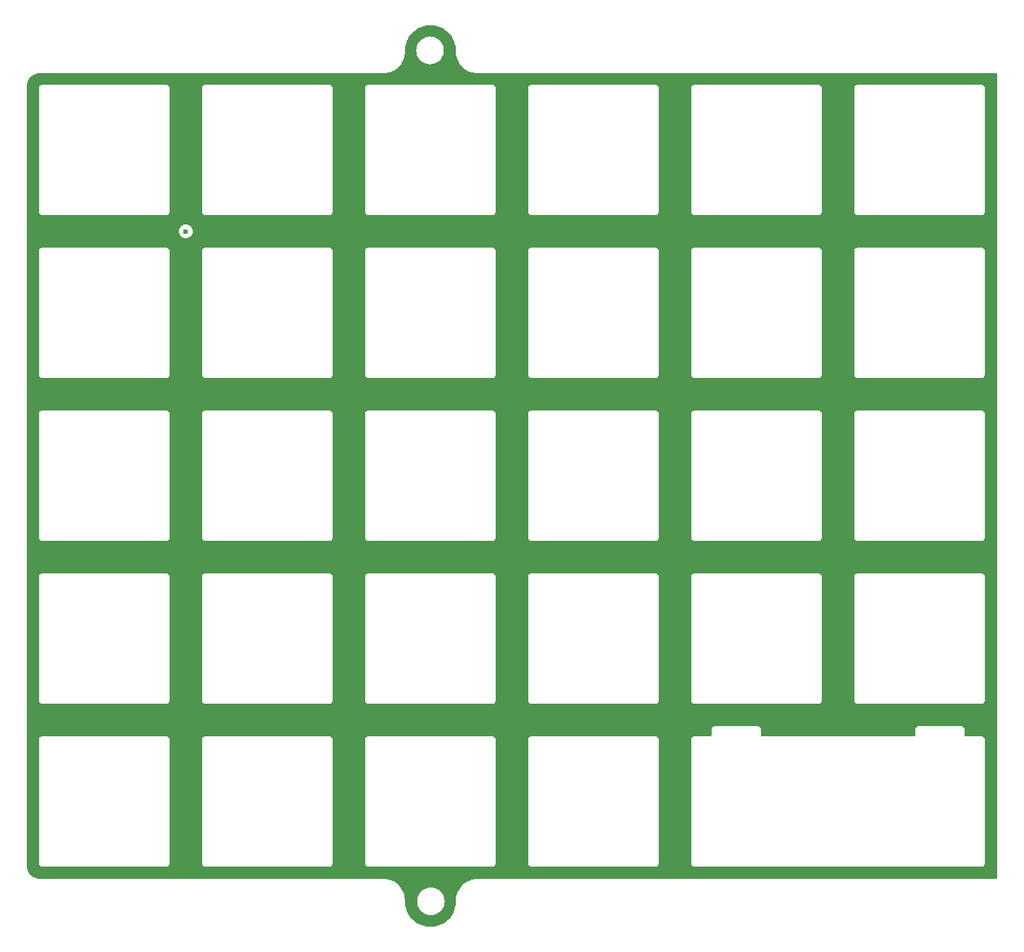
<source format=gtl>
%TF.GenerationSoftware,KiCad,Pcbnew,(6.0.0-0)*%
%TF.CreationDate,2022-01-30T10:49:43+01:00*%
%TF.ProjectId,brutal60-split,62727574-616c-4363-902d-73706c69742e,rev?*%
%TF.SameCoordinates,Original*%
%TF.FileFunction,Copper,L1,Top*%
%TF.FilePolarity,Positive*%
%FSLAX46Y46*%
G04 Gerber Fmt 4.6, Leading zero omitted, Abs format (unit mm)*
G04 Created by KiCad (PCBNEW (6.0.0-0)) date 2022-01-30 10:49:43*
%MOMM*%
%LPD*%
G01*
G04 APERTURE LIST*
%TA.AperFunction,ViaPad*%
%ADD10C,0.600000*%
%TD*%
G04 APERTURE END LIST*
D10*
%TO.N,*%
X107990291Y-60245998D03*
%TD*%
%TA.AperFunction,NonConductor*%
G36*
X136741132Y-36146658D02*
G01*
X136901570Y-36155668D01*
X136915602Y-36157249D01*
X137074024Y-36184167D01*
X137232440Y-36211083D01*
X137246215Y-36214227D01*
X137555030Y-36303195D01*
X137568367Y-36307862D01*
X137751099Y-36383551D01*
X137865280Y-36430847D01*
X137878003Y-36436974D01*
X137997619Y-36503084D01*
X138159277Y-36592429D01*
X138171240Y-36599946D01*
X138433344Y-36785918D01*
X138444384Y-36794722D01*
X138684020Y-37008874D01*
X138694010Y-37018864D01*
X138908163Y-37258501D01*
X138916967Y-37269541D01*
X139102939Y-37531645D01*
X139110456Y-37543608D01*
X139233509Y-37766254D01*
X139265909Y-37824878D01*
X139272040Y-37837609D01*
X139395023Y-38134518D01*
X139399690Y-38147855D01*
X139488658Y-38456670D01*
X139491802Y-38470445D01*
X139496713Y-38499348D01*
X139543579Y-38775176D01*
X139545635Y-38787278D01*
X139547217Y-38801315D01*
X139548479Y-38823785D01*
X139563254Y-39086874D01*
X139561952Y-39113320D01*
X139560447Y-39122982D01*
X139561612Y-39131889D01*
X139564569Y-39154503D01*
X139565633Y-39170841D01*
X139565633Y-39176043D01*
X139563887Y-39196948D01*
X139560562Y-39216711D01*
X139560409Y-39229250D01*
X139561098Y-39234063D01*
X139561266Y-39236637D01*
X139561823Y-39242129D01*
X139579110Y-39529968D01*
X139633032Y-39826363D01*
X139722040Y-40114173D01*
X139723582Y-40117628D01*
X139723584Y-40117632D01*
X139767024Y-40214931D01*
X139844855Y-40389262D01*
X139999711Y-40647674D01*
X140184381Y-40885695D01*
X140396212Y-41099902D01*
X140632158Y-41287218D01*
X140635377Y-41289196D01*
X140635381Y-41289199D01*
X140731768Y-41348431D01*
X140888826Y-41444947D01*
X140892259Y-41446526D01*
X140892263Y-41446528D01*
X140892270Y-41446531D01*
X141162527Y-41570824D01*
X141166130Y-41571983D01*
X141166134Y-41571984D01*
X141344165Y-41629226D01*
X141449326Y-41663038D01*
X141453029Y-41663754D01*
X141453035Y-41663756D01*
X141586388Y-41689556D01*
X141745101Y-41720263D01*
X142014906Y-41739491D01*
X142028235Y-41741159D01*
X142028260Y-41741164D01*
X142033054Y-41742025D01*
X142037920Y-41742139D01*
X142037923Y-41742139D01*
X142038855Y-41742161D01*
X142045591Y-41742318D01*
X142076763Y-41738208D01*
X142093233Y-41737127D01*
X202624123Y-41737127D01*
X202692244Y-41757129D01*
X202738737Y-41810785D01*
X202750123Y-41863127D01*
X202750123Y-135845252D01*
X202730121Y-135913373D01*
X202676465Y-135959866D01*
X202624123Y-135971252D01*
X142126840Y-135971252D01*
X142105936Y-135969506D01*
X142097317Y-135968056D01*
X142086172Y-135966181D01*
X142079844Y-135966104D01*
X142078492Y-135966087D01*
X142078488Y-135966087D01*
X142073633Y-135966028D01*
X142068818Y-135966718D01*
X142066343Y-135966879D01*
X142060748Y-135967447D01*
X141774571Y-135984757D01*
X141774565Y-135984758D01*
X141770775Y-135984987D01*
X141472332Y-136039679D01*
X141182658Y-136129945D01*
X141179188Y-136131507D01*
X141179182Y-136131509D01*
X141044317Y-136192207D01*
X140905977Y-136254469D01*
X140902720Y-136256438D01*
X140902716Y-136256440D01*
X140711963Y-136371755D01*
X140646322Y-136411436D01*
X140643334Y-136413777D01*
X140643331Y-136413779D01*
X140573651Y-136468370D01*
X140407481Y-136598556D01*
X140192937Y-136813100D01*
X140087453Y-136947740D01*
X140008163Y-137048947D01*
X140005817Y-137051941D01*
X140003850Y-137055195D01*
X139874320Y-137269464D01*
X139848850Y-137311596D01*
X139847286Y-137315072D01*
X139725891Y-137584800D01*
X139724326Y-137588277D01*
X139634060Y-137877951D01*
X139579368Y-138176394D01*
X139579139Y-138180185D01*
X139579138Y-138180191D01*
X139562912Y-138448462D01*
X139561394Y-138461769D01*
X139560562Y-138466713D01*
X139560409Y-138479252D01*
X139561099Y-138484067D01*
X139564360Y-138506840D01*
X139565633Y-138524703D01*
X139565633Y-138529924D01*
X139564133Y-138549308D01*
X139560447Y-138572982D01*
X139561611Y-138581884D01*
X139561611Y-138581886D01*
X139562796Y-138590944D01*
X139563662Y-138614345D01*
X139551917Y-138823499D01*
X139547217Y-138907185D01*
X139545636Y-138921221D01*
X139533987Y-138989782D01*
X139491802Y-139238059D01*
X139488658Y-139251834D01*
X139399690Y-139560649D01*
X139395023Y-139573986D01*
X139272040Y-139870895D01*
X139265909Y-139883626D01*
X139110456Y-140164896D01*
X139102939Y-140176859D01*
X138916967Y-140438963D01*
X138908163Y-140450003D01*
X138694011Y-140689639D01*
X138684021Y-140699629D01*
X138444384Y-140913782D01*
X138433344Y-140922586D01*
X138171240Y-141108558D01*
X138159277Y-141116075D01*
X137997619Y-141205420D01*
X137878003Y-141271530D01*
X137865280Y-141277657D01*
X137751099Y-141324953D01*
X137568367Y-141400642D01*
X137555030Y-141405309D01*
X137246215Y-141494277D01*
X137232440Y-141497421D01*
X137074024Y-141524337D01*
X136915602Y-141551255D01*
X136901570Y-141552836D01*
X136741132Y-141561846D01*
X136580698Y-141570855D01*
X136566568Y-141570855D01*
X136406134Y-141561846D01*
X136245696Y-141552836D01*
X136231664Y-141551255D01*
X136073242Y-141524337D01*
X135914826Y-141497421D01*
X135901051Y-141494277D01*
X135592236Y-141405309D01*
X135578899Y-141400642D01*
X135396167Y-141324953D01*
X135281986Y-141277657D01*
X135269263Y-141271530D01*
X135149647Y-141205420D01*
X134987989Y-141116075D01*
X134976026Y-141108558D01*
X134713922Y-140922586D01*
X134702882Y-140913782D01*
X134463245Y-140699629D01*
X134453255Y-140689639D01*
X134239103Y-140450003D01*
X134230299Y-140438963D01*
X134044327Y-140176859D01*
X134036810Y-140164896D01*
X133881357Y-139883626D01*
X133875226Y-139870895D01*
X133752243Y-139573986D01*
X133747576Y-139560649D01*
X133658608Y-139251834D01*
X133655464Y-139238059D01*
X133613279Y-138989782D01*
X133601630Y-138921221D01*
X133600049Y-138907185D01*
X133595620Y-138828312D01*
X133584220Y-138625321D01*
X133585542Y-138601448D01*
X133585462Y-138601441D01*
X133585672Y-138599099D01*
X133585769Y-138597348D01*
X133585898Y-138596584D01*
X133585898Y-138596579D01*
X133586704Y-138591791D01*
X133586857Y-138579252D01*
X133585700Y-138571175D01*
X135008872Y-138571175D01*
X135028730Y-138823499D01*
X135029884Y-138828306D01*
X135029885Y-138828312D01*
X135048821Y-138907185D01*
X135087816Y-139069611D01*
X135089709Y-139074182D01*
X135089710Y-139074184D01*
X135157590Y-139238059D01*
X135184675Y-139303449D01*
X135316922Y-139519256D01*
X135481301Y-139711718D01*
X135673763Y-139876097D01*
X135889570Y-140008344D01*
X135894140Y-140010237D01*
X135894144Y-140010239D01*
X136118835Y-140103309D01*
X136123408Y-140105203D01*
X136163787Y-140114897D01*
X136364707Y-140163134D01*
X136364713Y-140163135D01*
X136369520Y-140164289D01*
X136621844Y-140184147D01*
X136874168Y-140164289D01*
X136878975Y-140163135D01*
X136878981Y-140163134D01*
X137079901Y-140114897D01*
X137120280Y-140105203D01*
X137124853Y-140103309D01*
X137349544Y-140010239D01*
X137349548Y-140010237D01*
X137354118Y-140008344D01*
X137569925Y-139876097D01*
X137762387Y-139711718D01*
X137926766Y-139519256D01*
X138059013Y-139303449D01*
X138086099Y-139238059D01*
X138153978Y-139074184D01*
X138153979Y-139074182D01*
X138155872Y-139069611D01*
X138194867Y-138907185D01*
X138213803Y-138828312D01*
X138213804Y-138828306D01*
X138214958Y-138823499D01*
X138234816Y-138571175D01*
X138214958Y-138318851D01*
X138204473Y-138275175D01*
X138157027Y-138077551D01*
X138155872Y-138072739D01*
X138125472Y-137999347D01*
X138060908Y-137843475D01*
X138060906Y-137843471D01*
X138059013Y-137838901D01*
X137926766Y-137623094D01*
X137762387Y-137430632D01*
X137569925Y-137266253D01*
X137354118Y-137134006D01*
X137349548Y-137132113D01*
X137349544Y-137132111D01*
X137124853Y-137039041D01*
X137124851Y-137039040D01*
X137120280Y-137037147D01*
X137035189Y-137016718D01*
X136878981Y-136979216D01*
X136878975Y-136979215D01*
X136874168Y-136978061D01*
X136621844Y-136958203D01*
X136369520Y-136978061D01*
X136364713Y-136979215D01*
X136364707Y-136979216D01*
X136208499Y-137016718D01*
X136123408Y-137037147D01*
X136118837Y-137039040D01*
X136118835Y-137039041D01*
X135894144Y-137132111D01*
X135894140Y-137132113D01*
X135889570Y-137134006D01*
X135673763Y-137266253D01*
X135481301Y-137430632D01*
X135316922Y-137623094D01*
X135184675Y-137838901D01*
X135182782Y-137843471D01*
X135182780Y-137843475D01*
X135118216Y-137999347D01*
X135087816Y-138072739D01*
X135086661Y-138077551D01*
X135039216Y-138275175D01*
X135028730Y-138318851D01*
X135008872Y-138571175D01*
X133585700Y-138571175D01*
X133582906Y-138551664D01*
X133581633Y-138533801D01*
X133581633Y-138532459D01*
X133583379Y-138511555D01*
X133585897Y-138496587D01*
X133586704Y-138491791D01*
X133586780Y-138485601D01*
X133586798Y-138484116D01*
X133586798Y-138484111D01*
X133586857Y-138479252D01*
X133586168Y-138474442D01*
X133586006Y-138471951D01*
X133585437Y-138466359D01*
X133584577Y-138452132D01*
X133576223Y-138314038D01*
X133568127Y-138180190D01*
X133568126Y-138180185D01*
X133567897Y-138176393D01*
X133513206Y-137877951D01*
X133422939Y-137588277D01*
X133298415Y-137311596D01*
X133141449Y-137051941D01*
X132954329Y-136813100D01*
X132739784Y-136598555D01*
X132500943Y-136411435D01*
X132495154Y-136407935D01*
X132244550Y-136256441D01*
X132244548Y-136256440D01*
X132241288Y-136254469D01*
X131964607Y-136129945D01*
X131674933Y-136039678D01*
X131376491Y-135984987D01*
X131372699Y-135984758D01*
X131372694Y-135984757D01*
X131250915Y-135977391D01*
X131104412Y-135968529D01*
X131091129Y-135967014D01*
X131086171Y-135966180D01*
X131079673Y-135966101D01*
X131078491Y-135966086D01*
X131078487Y-135966086D01*
X131073632Y-135966027D01*
X131049340Y-135969506D01*
X131046037Y-135969979D01*
X131028174Y-135971252D01*
X111831057Y-135971252D01*
X90971788Y-135971251D01*
X90952403Y-135969751D01*
X90952121Y-135969707D01*
X90950176Y-135969404D01*
X90937601Y-135967446D01*
X90937599Y-135967446D01*
X90928730Y-135966065D01*
X90919828Y-135967229D01*
X90919826Y-135967229D01*
X90913501Y-135968056D01*
X90888178Y-135968799D01*
X90719117Y-135956708D01*
X90701323Y-135954150D01*
X90674438Y-135948302D01*
X90510920Y-135912730D01*
X90493672Y-135907666D01*
X90311101Y-135839570D01*
X90294749Y-135832102D01*
X90230715Y-135797137D01*
X90123726Y-135738717D01*
X90108612Y-135729003D01*
X89952619Y-135612228D01*
X89939032Y-135600455D01*
X89801256Y-135462679D01*
X89789483Y-135449093D01*
X89672707Y-135293099D01*
X89662995Y-135277987D01*
X89569607Y-135106961D01*
X89562141Y-135090612D01*
X89494046Y-134908042D01*
X89488981Y-134890793D01*
X89447561Y-134700388D01*
X89445003Y-134682594D01*
X89437179Y-134573200D01*
X89433418Y-134520621D01*
X89434162Y-134502720D01*
X89434264Y-134494394D01*
X89435645Y-134485522D01*
X89434174Y-134474266D01*
X89431523Y-134454001D01*
X89430459Y-134437663D01*
X89430459Y-134134400D01*
X90813065Y-134134400D01*
X90815531Y-134143029D01*
X90815532Y-134143034D01*
X90821180Y-134162796D01*
X90824758Y-134179557D01*
X90827671Y-134199900D01*
X90827674Y-134199910D01*
X90828946Y-134208793D01*
X90839562Y-134232143D01*
X90846005Y-134249655D01*
X90853053Y-134274313D01*
X90868815Y-134299296D01*
X90876945Y-134314362D01*
X90889174Y-134341258D01*
X90905915Y-134360687D01*
X90917020Y-134375695D01*
X90930701Y-134397379D01*
X90937429Y-134403321D01*
X90952837Y-134416929D01*
X90964881Y-134429121D01*
X90984160Y-134451495D01*
X90991688Y-134456374D01*
X90991691Y-134456377D01*
X91005680Y-134465444D01*
X91020554Y-134476734D01*
X91039769Y-134493704D01*
X91047895Y-134497519D01*
X91047896Y-134497520D01*
X91053562Y-134500180D01*
X91066507Y-134506258D01*
X91081476Y-134514572D01*
X91106268Y-134530641D01*
X91123191Y-134535702D01*
X91130831Y-134537987D01*
X91148277Y-134544649D01*
X91171489Y-134555547D01*
X91200671Y-134560091D01*
X91217390Y-134563874D01*
X91237077Y-134569762D01*
X91237080Y-134569763D01*
X91245682Y-134572335D01*
X91254657Y-134572390D01*
X91254658Y-134572390D01*
X91261351Y-134572431D01*
X91280097Y-134572545D01*
X91280869Y-134572578D01*
X91281964Y-134572748D01*
X91312839Y-134572748D01*
X91313609Y-134572750D01*
X91387257Y-134573200D01*
X91387258Y-134573200D01*
X91391193Y-134573224D01*
X91392537Y-134572840D01*
X91393882Y-134572748D01*
X105600339Y-134572748D01*
X105601110Y-134572750D01*
X105678693Y-134573224D01*
X105687322Y-134570758D01*
X105687327Y-134570757D01*
X105707089Y-134565109D01*
X105723850Y-134561531D01*
X105744193Y-134558618D01*
X105744203Y-134558615D01*
X105753086Y-134557343D01*
X105776436Y-134546727D01*
X105793948Y-134540284D01*
X105809978Y-134535702D01*
X105818606Y-134533236D01*
X105843589Y-134517474D01*
X105858655Y-134509344D01*
X105885551Y-134497115D01*
X105904980Y-134480374D01*
X105919988Y-134469269D01*
X105934080Y-134460378D01*
X105941672Y-134455588D01*
X105961223Y-134433451D01*
X105973415Y-134421407D01*
X105988990Y-134407987D01*
X105988991Y-134407985D01*
X105995788Y-134402129D01*
X106000667Y-134394601D01*
X106000670Y-134394598D01*
X106009737Y-134380609D01*
X106021027Y-134365735D01*
X106032053Y-134353250D01*
X106037997Y-134346520D01*
X106050551Y-134319782D01*
X106058865Y-134304813D01*
X106074934Y-134280021D01*
X106082280Y-134255457D01*
X106088942Y-134238012D01*
X106096024Y-134222927D01*
X106099840Y-134214800D01*
X106104384Y-134185618D01*
X106108167Y-134168899D01*
X106114055Y-134149212D01*
X106114056Y-134149209D01*
X106116628Y-134140607D01*
X106116666Y-134134400D01*
X109863065Y-134134400D01*
X109865531Y-134143029D01*
X109865532Y-134143034D01*
X109871180Y-134162796D01*
X109874758Y-134179557D01*
X109877671Y-134199900D01*
X109877674Y-134199910D01*
X109878946Y-134208793D01*
X109889562Y-134232143D01*
X109896005Y-134249655D01*
X109903053Y-134274313D01*
X109918815Y-134299296D01*
X109926945Y-134314362D01*
X109939174Y-134341258D01*
X109955915Y-134360687D01*
X109967020Y-134375695D01*
X109980701Y-134397379D01*
X109987429Y-134403321D01*
X110002837Y-134416929D01*
X110014881Y-134429121D01*
X110034160Y-134451495D01*
X110041688Y-134456374D01*
X110041691Y-134456377D01*
X110055680Y-134465444D01*
X110070554Y-134476734D01*
X110089769Y-134493704D01*
X110097895Y-134497519D01*
X110097896Y-134497520D01*
X110103562Y-134500180D01*
X110116507Y-134506258D01*
X110131476Y-134514572D01*
X110156268Y-134530641D01*
X110173191Y-134535702D01*
X110180831Y-134537987D01*
X110198277Y-134544649D01*
X110221489Y-134555547D01*
X110250671Y-134560091D01*
X110267390Y-134563874D01*
X110287077Y-134569762D01*
X110287080Y-134569763D01*
X110295682Y-134572335D01*
X110304657Y-134572390D01*
X110304658Y-134572390D01*
X110311351Y-134572431D01*
X110330097Y-134572545D01*
X110330869Y-134572578D01*
X110331964Y-134572748D01*
X110362839Y-134572748D01*
X110363609Y-134572750D01*
X110437257Y-134573200D01*
X110437258Y-134573200D01*
X110441193Y-134573224D01*
X110442537Y-134572840D01*
X110443882Y-134572748D01*
X124650339Y-134572748D01*
X124651110Y-134572750D01*
X124728693Y-134573224D01*
X124737322Y-134570758D01*
X124737327Y-134570757D01*
X124757089Y-134565109D01*
X124773850Y-134561531D01*
X124794193Y-134558618D01*
X124794203Y-134558615D01*
X124803086Y-134557343D01*
X124826436Y-134546727D01*
X124843948Y-134540284D01*
X124859978Y-134535702D01*
X124868606Y-134533236D01*
X124893589Y-134517474D01*
X124908655Y-134509344D01*
X124935551Y-134497115D01*
X124954980Y-134480374D01*
X124969988Y-134469269D01*
X124984080Y-134460378D01*
X124991672Y-134455588D01*
X125011223Y-134433451D01*
X125023415Y-134421407D01*
X125038990Y-134407987D01*
X125038991Y-134407985D01*
X125045788Y-134402129D01*
X125050667Y-134394601D01*
X125050670Y-134394598D01*
X125059737Y-134380609D01*
X125071027Y-134365735D01*
X125082053Y-134353250D01*
X125087997Y-134346520D01*
X125100551Y-134319782D01*
X125108865Y-134304813D01*
X125124934Y-134280021D01*
X125132280Y-134255457D01*
X125138942Y-134238012D01*
X125146024Y-134222927D01*
X125149840Y-134214800D01*
X125154384Y-134185618D01*
X125158167Y-134168899D01*
X125164055Y-134149212D01*
X125164056Y-134149209D01*
X125166628Y-134140607D01*
X125166666Y-134134400D01*
X128913065Y-134134400D01*
X128915531Y-134143029D01*
X128915532Y-134143034D01*
X128921180Y-134162796D01*
X128924758Y-134179557D01*
X128927671Y-134199900D01*
X128927674Y-134199910D01*
X128928946Y-134208793D01*
X128939562Y-134232143D01*
X128946005Y-134249655D01*
X128953053Y-134274313D01*
X128968815Y-134299296D01*
X128976945Y-134314362D01*
X128989174Y-134341258D01*
X129005915Y-134360687D01*
X129017020Y-134375695D01*
X129030701Y-134397379D01*
X129037429Y-134403321D01*
X129052837Y-134416929D01*
X129064881Y-134429121D01*
X129084160Y-134451495D01*
X129091688Y-134456374D01*
X129091691Y-134456377D01*
X129105680Y-134465444D01*
X129120554Y-134476734D01*
X129139769Y-134493704D01*
X129147895Y-134497519D01*
X129147896Y-134497520D01*
X129153562Y-134500180D01*
X129166507Y-134506258D01*
X129181476Y-134514572D01*
X129206268Y-134530641D01*
X129223191Y-134535702D01*
X129230831Y-134537987D01*
X129248277Y-134544649D01*
X129271489Y-134555547D01*
X129300671Y-134560091D01*
X129317390Y-134563874D01*
X129337077Y-134569762D01*
X129337080Y-134569763D01*
X129345682Y-134572335D01*
X129354657Y-134572390D01*
X129354658Y-134572390D01*
X129361351Y-134572431D01*
X129380097Y-134572545D01*
X129380869Y-134572578D01*
X129381964Y-134572748D01*
X129412839Y-134572748D01*
X129413609Y-134572750D01*
X129487257Y-134573200D01*
X129487258Y-134573200D01*
X129491193Y-134573224D01*
X129492537Y-134572840D01*
X129493882Y-134572748D01*
X143700339Y-134572748D01*
X143701110Y-134572750D01*
X143778693Y-134573224D01*
X143787322Y-134570758D01*
X143787327Y-134570757D01*
X143807089Y-134565109D01*
X143823850Y-134561531D01*
X143844193Y-134558618D01*
X143844203Y-134558615D01*
X143853086Y-134557343D01*
X143876436Y-134546727D01*
X143893948Y-134540284D01*
X143909978Y-134535702D01*
X143918606Y-134533236D01*
X143943589Y-134517474D01*
X143958655Y-134509344D01*
X143985551Y-134497115D01*
X144004980Y-134480374D01*
X144019988Y-134469269D01*
X144034080Y-134460378D01*
X144041672Y-134455588D01*
X144061223Y-134433451D01*
X144073415Y-134421407D01*
X144088990Y-134407987D01*
X144088991Y-134407985D01*
X144095788Y-134402129D01*
X144100667Y-134394601D01*
X144100670Y-134394598D01*
X144109737Y-134380609D01*
X144121027Y-134365735D01*
X144132053Y-134353250D01*
X144137997Y-134346520D01*
X144150551Y-134319782D01*
X144158865Y-134304813D01*
X144174934Y-134280021D01*
X144182280Y-134255457D01*
X144188942Y-134238012D01*
X144196024Y-134222927D01*
X144199840Y-134214800D01*
X144204384Y-134185618D01*
X144208167Y-134168899D01*
X144214055Y-134149212D01*
X144214056Y-134149209D01*
X144216628Y-134140607D01*
X144216666Y-134134400D01*
X147963065Y-134134400D01*
X147965531Y-134143029D01*
X147965532Y-134143034D01*
X147971180Y-134162796D01*
X147974758Y-134179557D01*
X147977671Y-134199900D01*
X147977674Y-134199910D01*
X147978946Y-134208793D01*
X147989562Y-134232143D01*
X147996005Y-134249655D01*
X148003053Y-134274313D01*
X148018815Y-134299296D01*
X148026945Y-134314362D01*
X148039174Y-134341258D01*
X148055915Y-134360687D01*
X148067020Y-134375695D01*
X148080701Y-134397379D01*
X148087429Y-134403321D01*
X148102837Y-134416929D01*
X148114881Y-134429121D01*
X148134160Y-134451495D01*
X148141688Y-134456374D01*
X148141691Y-134456377D01*
X148155680Y-134465444D01*
X148170554Y-134476734D01*
X148189769Y-134493704D01*
X148197895Y-134497519D01*
X148197896Y-134497520D01*
X148203562Y-134500180D01*
X148216507Y-134506258D01*
X148231476Y-134514572D01*
X148256268Y-134530641D01*
X148273191Y-134535702D01*
X148280831Y-134537987D01*
X148298277Y-134544649D01*
X148321489Y-134555547D01*
X148350671Y-134560091D01*
X148367390Y-134563874D01*
X148387077Y-134569762D01*
X148387080Y-134569763D01*
X148395682Y-134572335D01*
X148404657Y-134572390D01*
X148404658Y-134572390D01*
X148411351Y-134572431D01*
X148430097Y-134572545D01*
X148430869Y-134572578D01*
X148431964Y-134572748D01*
X148462839Y-134572748D01*
X148463609Y-134572750D01*
X148537257Y-134573200D01*
X148537258Y-134573200D01*
X148541193Y-134573224D01*
X148542537Y-134572840D01*
X148543882Y-134572748D01*
X162750339Y-134572748D01*
X162751110Y-134572750D01*
X162828693Y-134573224D01*
X162837322Y-134570758D01*
X162837327Y-134570757D01*
X162857089Y-134565109D01*
X162873850Y-134561531D01*
X162894193Y-134558618D01*
X162894203Y-134558615D01*
X162903086Y-134557343D01*
X162926436Y-134546727D01*
X162943948Y-134540284D01*
X162959978Y-134535702D01*
X162968606Y-134533236D01*
X162993589Y-134517474D01*
X163008655Y-134509344D01*
X163035551Y-134497115D01*
X163054980Y-134480374D01*
X163069988Y-134469269D01*
X163084080Y-134460378D01*
X163091672Y-134455588D01*
X163111223Y-134433451D01*
X163123415Y-134421407D01*
X163138990Y-134407987D01*
X163138991Y-134407985D01*
X163145788Y-134402129D01*
X163150667Y-134394601D01*
X163150670Y-134394598D01*
X163159737Y-134380609D01*
X163171027Y-134365735D01*
X163182053Y-134353250D01*
X163187997Y-134346520D01*
X163200551Y-134319782D01*
X163208865Y-134304813D01*
X163224934Y-134280021D01*
X163232280Y-134255457D01*
X163238942Y-134238012D01*
X163246024Y-134222927D01*
X163249840Y-134214800D01*
X163254384Y-134185618D01*
X163258167Y-134168899D01*
X163264055Y-134149212D01*
X163264056Y-134149209D01*
X163266628Y-134140607D01*
X163266838Y-134106192D01*
X163266871Y-134105420D01*
X163267041Y-134104325D01*
X163267041Y-134073450D01*
X163267043Y-134072680D01*
X163267493Y-133999032D01*
X163267493Y-133999031D01*
X163267517Y-133995096D01*
X163267133Y-133993752D01*
X163267041Y-133992407D01*
X163267041Y-119785950D01*
X163267043Y-119785180D01*
X163267336Y-119737151D01*
X167011672Y-119737151D01*
X167011765Y-119737671D01*
X167013541Y-119737671D01*
X167013541Y-119749667D01*
X167013539Y-119750437D01*
X167012949Y-119847008D01*
X167013410Y-119848620D01*
X167013541Y-119850544D01*
X167013541Y-134056046D01*
X167013539Y-134056816D01*
X167013065Y-134134400D01*
X167015531Y-134143029D01*
X167015532Y-134143034D01*
X167021180Y-134162796D01*
X167024758Y-134179557D01*
X167027671Y-134199900D01*
X167027674Y-134199910D01*
X167028946Y-134208793D01*
X167039562Y-134232143D01*
X167046005Y-134249655D01*
X167053053Y-134274313D01*
X167068815Y-134299296D01*
X167076945Y-134314362D01*
X167089174Y-134341258D01*
X167105915Y-134360687D01*
X167117020Y-134375695D01*
X167130701Y-134397379D01*
X167137429Y-134403321D01*
X167152837Y-134416929D01*
X167164881Y-134429121D01*
X167184160Y-134451495D01*
X167191688Y-134456374D01*
X167191691Y-134456377D01*
X167205680Y-134465444D01*
X167220554Y-134476734D01*
X167239769Y-134493704D01*
X167247895Y-134497519D01*
X167247896Y-134497520D01*
X167253562Y-134500180D01*
X167266507Y-134506258D01*
X167281476Y-134514572D01*
X167306268Y-134530641D01*
X167323191Y-134535702D01*
X167330831Y-134537987D01*
X167348277Y-134544649D01*
X167371489Y-134555547D01*
X167400671Y-134560091D01*
X167417390Y-134563874D01*
X167437077Y-134569762D01*
X167437080Y-134569763D01*
X167445682Y-134572335D01*
X167454657Y-134572390D01*
X167454658Y-134572390D01*
X167461351Y-134572431D01*
X167480097Y-134572545D01*
X167480869Y-134572578D01*
X167481964Y-134572748D01*
X167512839Y-134572748D01*
X167513609Y-134572750D01*
X167587257Y-134573200D01*
X167587258Y-134573200D01*
X167591193Y-134573224D01*
X167592537Y-134572840D01*
X167593882Y-134572748D01*
X200850339Y-134572748D01*
X200851110Y-134572750D01*
X200928693Y-134573224D01*
X200937322Y-134570758D01*
X200937327Y-134570757D01*
X200957089Y-134565109D01*
X200973850Y-134561531D01*
X200994193Y-134558618D01*
X200994203Y-134558615D01*
X201003086Y-134557343D01*
X201026436Y-134546727D01*
X201043948Y-134540284D01*
X201059978Y-134535702D01*
X201068606Y-134533236D01*
X201093589Y-134517474D01*
X201108655Y-134509344D01*
X201135551Y-134497115D01*
X201154980Y-134480374D01*
X201169988Y-134469269D01*
X201184080Y-134460378D01*
X201191672Y-134455588D01*
X201211223Y-134433451D01*
X201223415Y-134421407D01*
X201238990Y-134407987D01*
X201238991Y-134407985D01*
X201245788Y-134402129D01*
X201250667Y-134394601D01*
X201250670Y-134394598D01*
X201259737Y-134380609D01*
X201271027Y-134365735D01*
X201282053Y-134353250D01*
X201287997Y-134346520D01*
X201300551Y-134319782D01*
X201308865Y-134304813D01*
X201324934Y-134280021D01*
X201332280Y-134255457D01*
X201338942Y-134238012D01*
X201346024Y-134222927D01*
X201349840Y-134214800D01*
X201354384Y-134185618D01*
X201358167Y-134168899D01*
X201364055Y-134149212D01*
X201364056Y-134149209D01*
X201366628Y-134140607D01*
X201366838Y-134106192D01*
X201366871Y-134105420D01*
X201367041Y-134104325D01*
X201367041Y-134073450D01*
X201367043Y-134072680D01*
X201367493Y-133999032D01*
X201367493Y-133999031D01*
X201367517Y-133995096D01*
X201367133Y-133993752D01*
X201367041Y-133992407D01*
X201367041Y-119785954D01*
X201367043Y-119785189D01*
X201367460Y-119716551D01*
X201367460Y-119716548D01*
X201367514Y-119707573D01*
X201365047Y-119698941D01*
X201365046Y-119698937D01*
X201359400Y-119679186D01*
X201355820Y-119662417D01*
X201352909Y-119642092D01*
X201351636Y-119633203D01*
X201347922Y-119625035D01*
X201347921Y-119625031D01*
X201343601Y-119615530D01*
X201341014Y-119609840D01*
X201334572Y-119592334D01*
X201327519Y-119567662D01*
X201311763Y-119542692D01*
X201303630Y-119527618D01*
X201291408Y-119500738D01*
X201274662Y-119481303D01*
X201263557Y-119466296D01*
X201254657Y-119452191D01*
X201254655Y-119452189D01*
X201249866Y-119444599D01*
X201227731Y-119425052D01*
X201215690Y-119412863D01*
X201211998Y-119408578D01*
X201196422Y-119390501D01*
X201174897Y-119376549D01*
X201160028Y-119365263D01*
X201147526Y-119354223D01*
X201147522Y-119354221D01*
X201140794Y-119348279D01*
X201132670Y-119344465D01*
X201132665Y-119344462D01*
X201114070Y-119335733D01*
X201099082Y-119327409D01*
X201081844Y-119316236D01*
X201074314Y-119311355D01*
X201065717Y-119308784D01*
X201065713Y-119308782D01*
X201049736Y-119304004D01*
X201032298Y-119297346D01*
X201009071Y-119286442D01*
X200990093Y-119283488D01*
X200979898Y-119281901D01*
X200963178Y-119278118D01*
X200943500Y-119272233D01*
X200934900Y-119269661D01*
X200925925Y-119269606D01*
X200925924Y-119269606D01*
X200917584Y-119269555D01*
X200900487Y-119269451D01*
X200899699Y-119269418D01*
X200898595Y-119269246D01*
X200895587Y-119269246D01*
X200871236Y-119269247D01*
X200867645Y-119269247D01*
X200866881Y-119269245D01*
X200861401Y-119269212D01*
X200793350Y-119268796D01*
X200793348Y-119268796D01*
X200789389Y-119268772D01*
X200788036Y-119269159D01*
X200786682Y-119269251D01*
X199111707Y-119269327D01*
X199043585Y-119249328D01*
X198997090Y-119195674D01*
X198985701Y-119143327D01*
X198985701Y-118595432D01*
X198985703Y-118594662D01*
X198986122Y-118526052D01*
X198986177Y-118517078D01*
X198983711Y-118508449D01*
X198983710Y-118508444D01*
X198978062Y-118488682D01*
X198974484Y-118471921D01*
X198971571Y-118451578D01*
X198971568Y-118451568D01*
X198970296Y-118442685D01*
X198959680Y-118419335D01*
X198953237Y-118401823D01*
X198948655Y-118385793D01*
X198946189Y-118377165D01*
X198930427Y-118352182D01*
X198922297Y-118337116D01*
X198910068Y-118310220D01*
X198893327Y-118290791D01*
X198882222Y-118275783D01*
X198873331Y-118261691D01*
X198868541Y-118254099D01*
X198846404Y-118234548D01*
X198834360Y-118222356D01*
X198820940Y-118206781D01*
X198820938Y-118206780D01*
X198815082Y-118199983D01*
X198807554Y-118195104D01*
X198807551Y-118195101D01*
X198793562Y-118186034D01*
X198778688Y-118174744D01*
X198766203Y-118163718D01*
X198759473Y-118157774D01*
X198751347Y-118153959D01*
X198751346Y-118153958D01*
X198745680Y-118151298D01*
X198732735Y-118145220D01*
X198717766Y-118136906D01*
X198692974Y-118120837D01*
X198668410Y-118113491D01*
X198650965Y-118106829D01*
X198646528Y-118104746D01*
X198627753Y-118095931D01*
X198598571Y-118091387D01*
X198581852Y-118087604D01*
X198562165Y-118081716D01*
X198562162Y-118081715D01*
X198553560Y-118079143D01*
X198544585Y-118079088D01*
X198544584Y-118079088D01*
X198537891Y-118079047D01*
X198519145Y-118078933D01*
X198518373Y-118078900D01*
X198517278Y-118078730D01*
X198486403Y-118078730D01*
X198485633Y-118078728D01*
X198411985Y-118078278D01*
X198411984Y-118078278D01*
X198408049Y-118078254D01*
X198406705Y-118078638D01*
X198405360Y-118078730D01*
X193723899Y-118078730D01*
X193723129Y-118078728D01*
X193722275Y-118078723D01*
X193645545Y-118078254D01*
X193636916Y-118080720D01*
X193636911Y-118080721D01*
X193617149Y-118086369D01*
X193600388Y-118089947D01*
X193580045Y-118092860D01*
X193580035Y-118092863D01*
X193571152Y-118094135D01*
X193547802Y-118104751D01*
X193530290Y-118111194D01*
X193522254Y-118113491D01*
X193505632Y-118118242D01*
X193480649Y-118134004D01*
X193465583Y-118142134D01*
X193438687Y-118154363D01*
X193419258Y-118171104D01*
X193404250Y-118182209D01*
X193382566Y-118195890D01*
X193376624Y-118202618D01*
X193363016Y-118218026D01*
X193350824Y-118230070D01*
X193328450Y-118249349D01*
X193323571Y-118256877D01*
X193323568Y-118256880D01*
X193314501Y-118270869D01*
X193303211Y-118285743D01*
X193286241Y-118304958D01*
X193273687Y-118331696D01*
X193265373Y-118346665D01*
X193249304Y-118371457D01*
X193246732Y-118380057D01*
X193241958Y-118396020D01*
X193235296Y-118413466D01*
X193224398Y-118436678D01*
X193219855Y-118465858D01*
X193216071Y-118482579D01*
X193210183Y-118502266D01*
X193210182Y-118502269D01*
X193207610Y-118510871D01*
X193207555Y-118519846D01*
X193207555Y-118519847D01*
X193207400Y-118545276D01*
X193207367Y-118546058D01*
X193207197Y-118547153D01*
X193207197Y-118578028D01*
X193207195Y-118578798D01*
X193206721Y-118656382D01*
X193207105Y-118657726D01*
X193207197Y-118659071D01*
X193207197Y-119143356D01*
X193187195Y-119211477D01*
X193133539Y-119257970D01*
X193081197Y-119269356D01*
X175299181Y-119269356D01*
X175231060Y-119249354D01*
X175184567Y-119195698D01*
X175173181Y-119143356D01*
X175173181Y-118595432D01*
X175173183Y-118594662D01*
X175173602Y-118526052D01*
X175173657Y-118517078D01*
X175171191Y-118508449D01*
X175171190Y-118508444D01*
X175165542Y-118488682D01*
X175161964Y-118471921D01*
X175159051Y-118451578D01*
X175159048Y-118451568D01*
X175157776Y-118442685D01*
X175147160Y-118419335D01*
X175140717Y-118401823D01*
X175136135Y-118385793D01*
X175133669Y-118377165D01*
X175117907Y-118352182D01*
X175109777Y-118337116D01*
X175097548Y-118310220D01*
X175080807Y-118290791D01*
X175069702Y-118275783D01*
X175060811Y-118261691D01*
X175056021Y-118254099D01*
X175033884Y-118234548D01*
X175021840Y-118222356D01*
X175008420Y-118206781D01*
X175008418Y-118206780D01*
X175002562Y-118199983D01*
X174995034Y-118195104D01*
X174995031Y-118195101D01*
X174981042Y-118186034D01*
X174966168Y-118174744D01*
X174953683Y-118163718D01*
X174946953Y-118157774D01*
X174938827Y-118153959D01*
X174938826Y-118153958D01*
X174933160Y-118151298D01*
X174920215Y-118145220D01*
X174905246Y-118136906D01*
X174880454Y-118120837D01*
X174855890Y-118113491D01*
X174838445Y-118106829D01*
X174834008Y-118104746D01*
X174815233Y-118095931D01*
X174786051Y-118091387D01*
X174769332Y-118087604D01*
X174749645Y-118081716D01*
X174749642Y-118081715D01*
X174741040Y-118079143D01*
X174732065Y-118079088D01*
X174732064Y-118079088D01*
X174725371Y-118079047D01*
X174706625Y-118078933D01*
X174705853Y-118078900D01*
X174704758Y-118078730D01*
X174673883Y-118078730D01*
X174673113Y-118078728D01*
X174599465Y-118078278D01*
X174599464Y-118078278D01*
X174595529Y-118078254D01*
X174594185Y-118078638D01*
X174592840Y-118078730D01*
X169911379Y-118078730D01*
X169910609Y-118078728D01*
X169909755Y-118078723D01*
X169833025Y-118078254D01*
X169824396Y-118080720D01*
X169824391Y-118080721D01*
X169804629Y-118086369D01*
X169787868Y-118089947D01*
X169767525Y-118092860D01*
X169767515Y-118092863D01*
X169758632Y-118094135D01*
X169735282Y-118104751D01*
X169717770Y-118111194D01*
X169709734Y-118113491D01*
X169693112Y-118118242D01*
X169668129Y-118134004D01*
X169653063Y-118142134D01*
X169626167Y-118154363D01*
X169606738Y-118171104D01*
X169591730Y-118182209D01*
X169570046Y-118195890D01*
X169564104Y-118202618D01*
X169550496Y-118218026D01*
X169538304Y-118230070D01*
X169515930Y-118249349D01*
X169511051Y-118256877D01*
X169511048Y-118256880D01*
X169501981Y-118270869D01*
X169490691Y-118285743D01*
X169473721Y-118304958D01*
X169461167Y-118331696D01*
X169452853Y-118346665D01*
X169436784Y-118371457D01*
X169434212Y-118380057D01*
X169429438Y-118396020D01*
X169422776Y-118413466D01*
X169411878Y-118436678D01*
X169407335Y-118465858D01*
X169403551Y-118482579D01*
X169397663Y-118502266D01*
X169397662Y-118502269D01*
X169395090Y-118510871D01*
X169395035Y-118519846D01*
X169395035Y-118519847D01*
X169394880Y-118545276D01*
X169394847Y-118546058D01*
X169394677Y-118547153D01*
X169394677Y-118578028D01*
X169394675Y-118578798D01*
X169394201Y-118656382D01*
X169394585Y-118657726D01*
X169394677Y-118659071D01*
X169394677Y-119143356D01*
X169374675Y-119211477D01*
X169321019Y-119257970D01*
X169268677Y-119269356D01*
X167547921Y-119269356D01*
X167547151Y-119269354D01*
X167543713Y-119269333D01*
X167451889Y-119268772D01*
X167439776Y-119272234D01*
X167422848Y-119277072D01*
X167406086Y-119280650D01*
X167377380Y-119284761D01*
X167354478Y-119295174D01*
X167336959Y-119301620D01*
X167311976Y-119308760D01*
X167286679Y-119324721D01*
X167271606Y-119332853D01*
X167253091Y-119341271D01*
X167253088Y-119341273D01*
X167244915Y-119344989D01*
X167238112Y-119350851D01*
X167225642Y-119361596D01*
X167210632Y-119372703D01*
X167188910Y-119386408D01*
X167182972Y-119393131D01*
X167182969Y-119393134D01*
X167169330Y-119408578D01*
X167157138Y-119420622D01*
X167134678Y-119439975D01*
X167120800Y-119461387D01*
X167120676Y-119461578D01*
X167109385Y-119476454D01*
X167092585Y-119495476D01*
X167088771Y-119503599D01*
X167088768Y-119503604D01*
X167080154Y-119521951D01*
X167071833Y-119536932D01*
X167060415Y-119554549D01*
X167055532Y-119562083D01*
X167052962Y-119570677D01*
X167052958Y-119570685D01*
X167048069Y-119587033D01*
X167041409Y-119604475D01*
X167034556Y-119619071D01*
X167034555Y-119619074D01*
X167030742Y-119627196D01*
X167029361Y-119636067D01*
X167026290Y-119655791D01*
X167022506Y-119672514D01*
X167013838Y-119701497D01*
X167013620Y-119737163D01*
X167011672Y-119737151D01*
X163267336Y-119737151D01*
X163267462Y-119716570D01*
X163267517Y-119707596D01*
X163265051Y-119698967D01*
X163265050Y-119698962D01*
X163259402Y-119679200D01*
X163255824Y-119662439D01*
X163252911Y-119642096D01*
X163252908Y-119642086D01*
X163251636Y-119633203D01*
X163241020Y-119609853D01*
X163234577Y-119592341D01*
X163229995Y-119576311D01*
X163227529Y-119567683D01*
X163222727Y-119560071D01*
X163219177Y-119554445D01*
X163211767Y-119542700D01*
X163203637Y-119527634D01*
X163191408Y-119500738D01*
X163174667Y-119481309D01*
X163163562Y-119466301D01*
X163154671Y-119452209D01*
X163149881Y-119444617D01*
X163127744Y-119425066D01*
X163115700Y-119412874D01*
X163102280Y-119397299D01*
X163102278Y-119397298D01*
X163096422Y-119390501D01*
X163088894Y-119385622D01*
X163088891Y-119385619D01*
X163074902Y-119376552D01*
X163060028Y-119365262D01*
X163047543Y-119354236D01*
X163040813Y-119348292D01*
X163032687Y-119344477D01*
X163032686Y-119344476D01*
X163025859Y-119341271D01*
X163014075Y-119335738D01*
X162999106Y-119327424D01*
X162974314Y-119311355D01*
X162949750Y-119304009D01*
X162932305Y-119297347D01*
X162927868Y-119295264D01*
X162909093Y-119286449D01*
X162879911Y-119281905D01*
X162863192Y-119278122D01*
X162843505Y-119272234D01*
X162843502Y-119272233D01*
X162834900Y-119269661D01*
X162825925Y-119269606D01*
X162825924Y-119269606D01*
X162819231Y-119269565D01*
X162800485Y-119269451D01*
X162799713Y-119269418D01*
X162798618Y-119269248D01*
X162767743Y-119269248D01*
X162766973Y-119269246D01*
X162693325Y-119268796D01*
X162693324Y-119268796D01*
X162689389Y-119268772D01*
X162688045Y-119269156D01*
X162686700Y-119269248D01*
X148480243Y-119269248D01*
X148479473Y-119269246D01*
X148478619Y-119269241D01*
X148401889Y-119268772D01*
X148393260Y-119271238D01*
X148393255Y-119271239D01*
X148373493Y-119276887D01*
X148356732Y-119280465D01*
X148336389Y-119283378D01*
X148336379Y-119283381D01*
X148327496Y-119284653D01*
X148304146Y-119295269D01*
X148286634Y-119301712D01*
X148278616Y-119304004D01*
X148261976Y-119308760D01*
X148236993Y-119324522D01*
X148221927Y-119332652D01*
X148195031Y-119344881D01*
X148175602Y-119361622D01*
X148160594Y-119372727D01*
X148138910Y-119386408D01*
X148132970Y-119393134D01*
X148132968Y-119393136D01*
X148119360Y-119408544D01*
X148107168Y-119420588D01*
X148084794Y-119439867D01*
X148079915Y-119447395D01*
X148079912Y-119447398D01*
X148070845Y-119461387D01*
X148059555Y-119476261D01*
X148042585Y-119495476D01*
X148030031Y-119522214D01*
X148021717Y-119537183D01*
X148005648Y-119561975D01*
X148003076Y-119570575D01*
X147998302Y-119586538D01*
X147991640Y-119603984D01*
X147980742Y-119627196D01*
X147976290Y-119655791D01*
X147976199Y-119656376D01*
X147972415Y-119673097D01*
X147966527Y-119692784D01*
X147966526Y-119692787D01*
X147963954Y-119701389D01*
X147963899Y-119710364D01*
X147963899Y-119710365D01*
X147963744Y-119735794D01*
X147963711Y-119736576D01*
X147963541Y-119737671D01*
X147963541Y-119768546D01*
X147963540Y-119769085D01*
X147963065Y-119846900D01*
X147963449Y-119848244D01*
X147963541Y-119849589D01*
X147963541Y-134056046D01*
X147963539Y-134056816D01*
X147963065Y-134134400D01*
X144216666Y-134134400D01*
X144216838Y-134106192D01*
X144216871Y-134105420D01*
X144217041Y-134104325D01*
X144217041Y-134073450D01*
X144217043Y-134072680D01*
X144217493Y-133999032D01*
X144217493Y-133999031D01*
X144217517Y-133995096D01*
X144217133Y-133993752D01*
X144217041Y-133992407D01*
X144217041Y-119785950D01*
X144217043Y-119785180D01*
X144217462Y-119716570D01*
X144217517Y-119707596D01*
X144215051Y-119698967D01*
X144215050Y-119698962D01*
X144209402Y-119679200D01*
X144205824Y-119662439D01*
X144202911Y-119642096D01*
X144202908Y-119642086D01*
X144201636Y-119633203D01*
X144191020Y-119609853D01*
X144184577Y-119592341D01*
X144179995Y-119576311D01*
X144177529Y-119567683D01*
X144172727Y-119560071D01*
X144169177Y-119554445D01*
X144161767Y-119542700D01*
X144153637Y-119527634D01*
X144141408Y-119500738D01*
X144124667Y-119481309D01*
X144113562Y-119466301D01*
X144104671Y-119452209D01*
X144099881Y-119444617D01*
X144077744Y-119425066D01*
X144065700Y-119412874D01*
X144052280Y-119397299D01*
X144052278Y-119397298D01*
X144046422Y-119390501D01*
X144038894Y-119385622D01*
X144038891Y-119385619D01*
X144024902Y-119376552D01*
X144010028Y-119365262D01*
X143997543Y-119354236D01*
X143990813Y-119348292D01*
X143982687Y-119344477D01*
X143982686Y-119344476D01*
X143975859Y-119341271D01*
X143964075Y-119335738D01*
X143949106Y-119327424D01*
X143924314Y-119311355D01*
X143899750Y-119304009D01*
X143882305Y-119297347D01*
X143877868Y-119295264D01*
X143859093Y-119286449D01*
X143829911Y-119281905D01*
X143813192Y-119278122D01*
X143793505Y-119272234D01*
X143793502Y-119272233D01*
X143784900Y-119269661D01*
X143775925Y-119269606D01*
X143775924Y-119269606D01*
X143769231Y-119269565D01*
X143750485Y-119269451D01*
X143749713Y-119269418D01*
X143748618Y-119269248D01*
X143717743Y-119269248D01*
X143716973Y-119269246D01*
X143643325Y-119268796D01*
X143643324Y-119268796D01*
X143639389Y-119268772D01*
X143638045Y-119269156D01*
X143636700Y-119269248D01*
X129430243Y-119269248D01*
X129429473Y-119269246D01*
X129428619Y-119269241D01*
X129351889Y-119268772D01*
X129343260Y-119271238D01*
X129343255Y-119271239D01*
X129323493Y-119276887D01*
X129306732Y-119280465D01*
X129286389Y-119283378D01*
X129286379Y-119283381D01*
X129277496Y-119284653D01*
X129254146Y-119295269D01*
X129236634Y-119301712D01*
X129228616Y-119304004D01*
X129211976Y-119308760D01*
X129186993Y-119324522D01*
X129171927Y-119332652D01*
X129145031Y-119344881D01*
X129125602Y-119361622D01*
X129110594Y-119372727D01*
X129088910Y-119386408D01*
X129082970Y-119393134D01*
X129082968Y-119393136D01*
X129069360Y-119408544D01*
X129057168Y-119420588D01*
X129034794Y-119439867D01*
X129029915Y-119447395D01*
X129029912Y-119447398D01*
X129020845Y-119461387D01*
X129009555Y-119476261D01*
X128992585Y-119495476D01*
X128980031Y-119522214D01*
X128971717Y-119537183D01*
X128955648Y-119561975D01*
X128953076Y-119570575D01*
X128948302Y-119586538D01*
X128941640Y-119603984D01*
X128930742Y-119627196D01*
X128926290Y-119655791D01*
X128926199Y-119656376D01*
X128922415Y-119673097D01*
X128916527Y-119692784D01*
X128916526Y-119692787D01*
X128913954Y-119701389D01*
X128913899Y-119710364D01*
X128913899Y-119710365D01*
X128913744Y-119735794D01*
X128913711Y-119736576D01*
X128913541Y-119737671D01*
X128913541Y-119768546D01*
X128913540Y-119769085D01*
X128913065Y-119846900D01*
X128913449Y-119848244D01*
X128913541Y-119849589D01*
X128913541Y-134056046D01*
X128913539Y-134056816D01*
X128913065Y-134134400D01*
X125166666Y-134134400D01*
X125166838Y-134106192D01*
X125166871Y-134105420D01*
X125167041Y-134104325D01*
X125167041Y-134073450D01*
X125167043Y-134072680D01*
X125167493Y-133999032D01*
X125167493Y-133999031D01*
X125167517Y-133995096D01*
X125167133Y-133993752D01*
X125167041Y-133992407D01*
X125167041Y-119785950D01*
X125167043Y-119785180D01*
X125167462Y-119716570D01*
X125167517Y-119707596D01*
X125165051Y-119698967D01*
X125165050Y-119698962D01*
X125159402Y-119679200D01*
X125155824Y-119662439D01*
X125152911Y-119642096D01*
X125152908Y-119642086D01*
X125151636Y-119633203D01*
X125141020Y-119609853D01*
X125134577Y-119592341D01*
X125129995Y-119576311D01*
X125127529Y-119567683D01*
X125122727Y-119560071D01*
X125119177Y-119554445D01*
X125111767Y-119542700D01*
X125103637Y-119527634D01*
X125091408Y-119500738D01*
X125074667Y-119481309D01*
X125063562Y-119466301D01*
X125054671Y-119452209D01*
X125049881Y-119444617D01*
X125027744Y-119425066D01*
X125015700Y-119412874D01*
X125002280Y-119397299D01*
X125002278Y-119397298D01*
X124996422Y-119390501D01*
X124988894Y-119385622D01*
X124988891Y-119385619D01*
X124974902Y-119376552D01*
X124960028Y-119365262D01*
X124947543Y-119354236D01*
X124940813Y-119348292D01*
X124932687Y-119344477D01*
X124932686Y-119344476D01*
X124925859Y-119341271D01*
X124914075Y-119335738D01*
X124899106Y-119327424D01*
X124874314Y-119311355D01*
X124849750Y-119304009D01*
X124832305Y-119297347D01*
X124827868Y-119295264D01*
X124809093Y-119286449D01*
X124779911Y-119281905D01*
X124763192Y-119278122D01*
X124743505Y-119272234D01*
X124743502Y-119272233D01*
X124734900Y-119269661D01*
X124725925Y-119269606D01*
X124725924Y-119269606D01*
X124719231Y-119269565D01*
X124700485Y-119269451D01*
X124699713Y-119269418D01*
X124698618Y-119269248D01*
X124667743Y-119269248D01*
X124666973Y-119269246D01*
X124593325Y-119268796D01*
X124593324Y-119268796D01*
X124589389Y-119268772D01*
X124588045Y-119269156D01*
X124586700Y-119269248D01*
X110380243Y-119269248D01*
X110379473Y-119269246D01*
X110378619Y-119269241D01*
X110301889Y-119268772D01*
X110293260Y-119271238D01*
X110293255Y-119271239D01*
X110273493Y-119276887D01*
X110256732Y-119280465D01*
X110236389Y-119283378D01*
X110236379Y-119283381D01*
X110227496Y-119284653D01*
X110204146Y-119295269D01*
X110186634Y-119301712D01*
X110178616Y-119304004D01*
X110161976Y-119308760D01*
X110136993Y-119324522D01*
X110121927Y-119332652D01*
X110095031Y-119344881D01*
X110075602Y-119361622D01*
X110060594Y-119372727D01*
X110038910Y-119386408D01*
X110032970Y-119393134D01*
X110032968Y-119393136D01*
X110019360Y-119408544D01*
X110007168Y-119420588D01*
X109984794Y-119439867D01*
X109979915Y-119447395D01*
X109979912Y-119447398D01*
X109970845Y-119461387D01*
X109959555Y-119476261D01*
X109942585Y-119495476D01*
X109930031Y-119522214D01*
X109921717Y-119537183D01*
X109905648Y-119561975D01*
X109903076Y-119570575D01*
X109898302Y-119586538D01*
X109891640Y-119603984D01*
X109880742Y-119627196D01*
X109876290Y-119655791D01*
X109876199Y-119656376D01*
X109872415Y-119673097D01*
X109866527Y-119692784D01*
X109866526Y-119692787D01*
X109863954Y-119701389D01*
X109863899Y-119710364D01*
X109863899Y-119710365D01*
X109863744Y-119735794D01*
X109863711Y-119736576D01*
X109863541Y-119737671D01*
X109863541Y-119768546D01*
X109863540Y-119769085D01*
X109863065Y-119846900D01*
X109863449Y-119848244D01*
X109863541Y-119849589D01*
X109863541Y-134056046D01*
X109863539Y-134056816D01*
X109863065Y-134134400D01*
X106116666Y-134134400D01*
X106116838Y-134106192D01*
X106116871Y-134105420D01*
X106117041Y-134104325D01*
X106117041Y-134073450D01*
X106117043Y-134072680D01*
X106117493Y-133999032D01*
X106117493Y-133999031D01*
X106117517Y-133995096D01*
X106117133Y-133993752D01*
X106117041Y-133992407D01*
X106117041Y-119785950D01*
X106117043Y-119785180D01*
X106117462Y-119716570D01*
X106117517Y-119707596D01*
X106115051Y-119698967D01*
X106115050Y-119698962D01*
X106109402Y-119679200D01*
X106105824Y-119662439D01*
X106102911Y-119642096D01*
X106102908Y-119642086D01*
X106101636Y-119633203D01*
X106091020Y-119609853D01*
X106084577Y-119592341D01*
X106079995Y-119576311D01*
X106077529Y-119567683D01*
X106072727Y-119560071D01*
X106069177Y-119554445D01*
X106061767Y-119542700D01*
X106053637Y-119527634D01*
X106041408Y-119500738D01*
X106024667Y-119481309D01*
X106013562Y-119466301D01*
X106004671Y-119452209D01*
X105999881Y-119444617D01*
X105977744Y-119425066D01*
X105965700Y-119412874D01*
X105952280Y-119397299D01*
X105952278Y-119397298D01*
X105946422Y-119390501D01*
X105938894Y-119385622D01*
X105938891Y-119385619D01*
X105924902Y-119376552D01*
X105910028Y-119365262D01*
X105897543Y-119354236D01*
X105890813Y-119348292D01*
X105882687Y-119344477D01*
X105882686Y-119344476D01*
X105875859Y-119341271D01*
X105864075Y-119335738D01*
X105849106Y-119327424D01*
X105824314Y-119311355D01*
X105799750Y-119304009D01*
X105782305Y-119297347D01*
X105777868Y-119295264D01*
X105759093Y-119286449D01*
X105729911Y-119281905D01*
X105713192Y-119278122D01*
X105693505Y-119272234D01*
X105693502Y-119272233D01*
X105684900Y-119269661D01*
X105675925Y-119269606D01*
X105675924Y-119269606D01*
X105669231Y-119269565D01*
X105650485Y-119269451D01*
X105649713Y-119269418D01*
X105648618Y-119269248D01*
X105617743Y-119269248D01*
X105616973Y-119269246D01*
X105543325Y-119268796D01*
X105543324Y-119268796D01*
X105539389Y-119268772D01*
X105538045Y-119269156D01*
X105536700Y-119269248D01*
X91330243Y-119269248D01*
X91329473Y-119269246D01*
X91328619Y-119269241D01*
X91251889Y-119268772D01*
X91243260Y-119271238D01*
X91243255Y-119271239D01*
X91223493Y-119276887D01*
X91206732Y-119280465D01*
X91186389Y-119283378D01*
X91186379Y-119283381D01*
X91177496Y-119284653D01*
X91154146Y-119295269D01*
X91136634Y-119301712D01*
X91128616Y-119304004D01*
X91111976Y-119308760D01*
X91086993Y-119324522D01*
X91071927Y-119332652D01*
X91045031Y-119344881D01*
X91025602Y-119361622D01*
X91010594Y-119372727D01*
X90988910Y-119386408D01*
X90982970Y-119393134D01*
X90982968Y-119393136D01*
X90969360Y-119408544D01*
X90957168Y-119420588D01*
X90934794Y-119439867D01*
X90929915Y-119447395D01*
X90929912Y-119447398D01*
X90920845Y-119461387D01*
X90909555Y-119476261D01*
X90892585Y-119495476D01*
X90880031Y-119522214D01*
X90871717Y-119537183D01*
X90855648Y-119561975D01*
X90853076Y-119570575D01*
X90848302Y-119586538D01*
X90841640Y-119603984D01*
X90830742Y-119627196D01*
X90826290Y-119655791D01*
X90826199Y-119656376D01*
X90822415Y-119673097D01*
X90816527Y-119692784D01*
X90816526Y-119692787D01*
X90813954Y-119701389D01*
X90813899Y-119710364D01*
X90813899Y-119710365D01*
X90813744Y-119735794D01*
X90813711Y-119736576D01*
X90813541Y-119737671D01*
X90813541Y-119768546D01*
X90813540Y-119769085D01*
X90813065Y-119846900D01*
X90813449Y-119848244D01*
X90813541Y-119849589D01*
X90813541Y-134056046D01*
X90813539Y-134056816D01*
X90813065Y-134134400D01*
X89430459Y-134134400D01*
X89430459Y-115084400D01*
X90813065Y-115084400D01*
X90815531Y-115093029D01*
X90815532Y-115093034D01*
X90821180Y-115112796D01*
X90824758Y-115129557D01*
X90827671Y-115149900D01*
X90827674Y-115149910D01*
X90828946Y-115158793D01*
X90839562Y-115182143D01*
X90846005Y-115199655D01*
X90853053Y-115224313D01*
X90868815Y-115249296D01*
X90876945Y-115264362D01*
X90889174Y-115291258D01*
X90905915Y-115310687D01*
X90917020Y-115325695D01*
X90930701Y-115347379D01*
X90937429Y-115353321D01*
X90952837Y-115366929D01*
X90964881Y-115379121D01*
X90984160Y-115401495D01*
X90991688Y-115406374D01*
X90991691Y-115406377D01*
X91005680Y-115415444D01*
X91020554Y-115426734D01*
X91039769Y-115443704D01*
X91047895Y-115447519D01*
X91047896Y-115447520D01*
X91053562Y-115450180D01*
X91066507Y-115456258D01*
X91081476Y-115464572D01*
X91106268Y-115480641D01*
X91123191Y-115485702D01*
X91130831Y-115487987D01*
X91148277Y-115494649D01*
X91171489Y-115505547D01*
X91200671Y-115510091D01*
X91217390Y-115513874D01*
X91237077Y-115519762D01*
X91237080Y-115519763D01*
X91245682Y-115522335D01*
X91254657Y-115522390D01*
X91254658Y-115522390D01*
X91261351Y-115522431D01*
X91280097Y-115522545D01*
X91280869Y-115522578D01*
X91281964Y-115522748D01*
X91312839Y-115522748D01*
X91313609Y-115522750D01*
X91387257Y-115523200D01*
X91387258Y-115523200D01*
X91391193Y-115523224D01*
X91392537Y-115522840D01*
X91393882Y-115522748D01*
X105600339Y-115522748D01*
X105601110Y-115522750D01*
X105678693Y-115523224D01*
X105687322Y-115520758D01*
X105687327Y-115520757D01*
X105707089Y-115515109D01*
X105723850Y-115511531D01*
X105744193Y-115508618D01*
X105744203Y-115508615D01*
X105753086Y-115507343D01*
X105776436Y-115496727D01*
X105793948Y-115490284D01*
X105809978Y-115485702D01*
X105818606Y-115483236D01*
X105843589Y-115467474D01*
X105858655Y-115459344D01*
X105885551Y-115447115D01*
X105904980Y-115430374D01*
X105919988Y-115419269D01*
X105934080Y-115410378D01*
X105941672Y-115405588D01*
X105961223Y-115383451D01*
X105973415Y-115371407D01*
X105988990Y-115357987D01*
X105988991Y-115357985D01*
X105995788Y-115352129D01*
X106000667Y-115344601D01*
X106000670Y-115344598D01*
X106009737Y-115330609D01*
X106021027Y-115315735D01*
X106032053Y-115303250D01*
X106037997Y-115296520D01*
X106050551Y-115269782D01*
X106058865Y-115254813D01*
X106074934Y-115230021D01*
X106082280Y-115205457D01*
X106088942Y-115188012D01*
X106096024Y-115172927D01*
X106099840Y-115164800D01*
X106104384Y-115135618D01*
X106108167Y-115118899D01*
X106114055Y-115099212D01*
X106114056Y-115099209D01*
X106116628Y-115090607D01*
X106116666Y-115084400D01*
X109863065Y-115084400D01*
X109865531Y-115093029D01*
X109865532Y-115093034D01*
X109871180Y-115112796D01*
X109874758Y-115129557D01*
X109877671Y-115149900D01*
X109877674Y-115149910D01*
X109878946Y-115158793D01*
X109889562Y-115182143D01*
X109896005Y-115199655D01*
X109903053Y-115224313D01*
X109918815Y-115249296D01*
X109926945Y-115264362D01*
X109939174Y-115291258D01*
X109955915Y-115310687D01*
X109967020Y-115325695D01*
X109980701Y-115347379D01*
X109987429Y-115353321D01*
X110002837Y-115366929D01*
X110014881Y-115379121D01*
X110034160Y-115401495D01*
X110041688Y-115406374D01*
X110041691Y-115406377D01*
X110055680Y-115415444D01*
X110070554Y-115426734D01*
X110089769Y-115443704D01*
X110097895Y-115447519D01*
X110097896Y-115447520D01*
X110103562Y-115450180D01*
X110116507Y-115456258D01*
X110131476Y-115464572D01*
X110156268Y-115480641D01*
X110173191Y-115485702D01*
X110180831Y-115487987D01*
X110198277Y-115494649D01*
X110221489Y-115505547D01*
X110250671Y-115510091D01*
X110267390Y-115513874D01*
X110287077Y-115519762D01*
X110287080Y-115519763D01*
X110295682Y-115522335D01*
X110304657Y-115522390D01*
X110304658Y-115522390D01*
X110311351Y-115522431D01*
X110330097Y-115522545D01*
X110330869Y-115522578D01*
X110331964Y-115522748D01*
X110362839Y-115522748D01*
X110363609Y-115522750D01*
X110437257Y-115523200D01*
X110437258Y-115523200D01*
X110441193Y-115523224D01*
X110442537Y-115522840D01*
X110443882Y-115522748D01*
X124650339Y-115522748D01*
X124651110Y-115522750D01*
X124728693Y-115523224D01*
X124737322Y-115520758D01*
X124737327Y-115520757D01*
X124757089Y-115515109D01*
X124773850Y-115511531D01*
X124794193Y-115508618D01*
X124794203Y-115508615D01*
X124803086Y-115507343D01*
X124826436Y-115496727D01*
X124843948Y-115490284D01*
X124859978Y-115485702D01*
X124868606Y-115483236D01*
X124893589Y-115467474D01*
X124908655Y-115459344D01*
X124935551Y-115447115D01*
X124954980Y-115430374D01*
X124969988Y-115419269D01*
X124984080Y-115410378D01*
X124991672Y-115405588D01*
X125011223Y-115383451D01*
X125023415Y-115371407D01*
X125038990Y-115357987D01*
X125038991Y-115357985D01*
X125045788Y-115352129D01*
X125050667Y-115344601D01*
X125050670Y-115344598D01*
X125059737Y-115330609D01*
X125071027Y-115315735D01*
X125082053Y-115303250D01*
X125087997Y-115296520D01*
X125100551Y-115269782D01*
X125108865Y-115254813D01*
X125124934Y-115230021D01*
X125132280Y-115205457D01*
X125138942Y-115188012D01*
X125146024Y-115172927D01*
X125149840Y-115164800D01*
X125154384Y-115135618D01*
X125158167Y-115118899D01*
X125164055Y-115099212D01*
X125164056Y-115099209D01*
X125166628Y-115090607D01*
X125166666Y-115084400D01*
X128913065Y-115084400D01*
X128915531Y-115093029D01*
X128915532Y-115093034D01*
X128921180Y-115112796D01*
X128924758Y-115129557D01*
X128927671Y-115149900D01*
X128927674Y-115149910D01*
X128928946Y-115158793D01*
X128939562Y-115182143D01*
X128946005Y-115199655D01*
X128953053Y-115224313D01*
X128968815Y-115249296D01*
X128976945Y-115264362D01*
X128989174Y-115291258D01*
X129005915Y-115310687D01*
X129017020Y-115325695D01*
X129030701Y-115347379D01*
X129037429Y-115353321D01*
X129052837Y-115366929D01*
X129064881Y-115379121D01*
X129084160Y-115401495D01*
X129091688Y-115406374D01*
X129091691Y-115406377D01*
X129105680Y-115415444D01*
X129120554Y-115426734D01*
X129139769Y-115443704D01*
X129147895Y-115447519D01*
X129147896Y-115447520D01*
X129153562Y-115450180D01*
X129166507Y-115456258D01*
X129181476Y-115464572D01*
X129206268Y-115480641D01*
X129223191Y-115485702D01*
X129230831Y-115487987D01*
X129248277Y-115494649D01*
X129271489Y-115505547D01*
X129300671Y-115510091D01*
X129317390Y-115513874D01*
X129337077Y-115519762D01*
X129337080Y-115519763D01*
X129345682Y-115522335D01*
X129354657Y-115522390D01*
X129354658Y-115522390D01*
X129361351Y-115522431D01*
X129380097Y-115522545D01*
X129380869Y-115522578D01*
X129381964Y-115522748D01*
X129412839Y-115522748D01*
X129413609Y-115522750D01*
X129487257Y-115523200D01*
X129487258Y-115523200D01*
X129491193Y-115523224D01*
X129492537Y-115522840D01*
X129493882Y-115522748D01*
X143700339Y-115522748D01*
X143701110Y-115522750D01*
X143778693Y-115523224D01*
X143787322Y-115520758D01*
X143787327Y-115520757D01*
X143807089Y-115515109D01*
X143823850Y-115511531D01*
X143844193Y-115508618D01*
X143844203Y-115508615D01*
X143853086Y-115507343D01*
X143876436Y-115496727D01*
X143893948Y-115490284D01*
X143909978Y-115485702D01*
X143918606Y-115483236D01*
X143943589Y-115467474D01*
X143958655Y-115459344D01*
X143985551Y-115447115D01*
X144004980Y-115430374D01*
X144019988Y-115419269D01*
X144034080Y-115410378D01*
X144041672Y-115405588D01*
X144061223Y-115383451D01*
X144073415Y-115371407D01*
X144088990Y-115357987D01*
X144088991Y-115357985D01*
X144095788Y-115352129D01*
X144100667Y-115344601D01*
X144100670Y-115344598D01*
X144109737Y-115330609D01*
X144121027Y-115315735D01*
X144132053Y-115303250D01*
X144137997Y-115296520D01*
X144150551Y-115269782D01*
X144158865Y-115254813D01*
X144174934Y-115230021D01*
X144182280Y-115205457D01*
X144188942Y-115188012D01*
X144196024Y-115172927D01*
X144199840Y-115164800D01*
X144204384Y-115135618D01*
X144208167Y-115118899D01*
X144214055Y-115099212D01*
X144214056Y-115099209D01*
X144216628Y-115090607D01*
X144216666Y-115084400D01*
X147963065Y-115084400D01*
X147965531Y-115093029D01*
X147965532Y-115093034D01*
X147971180Y-115112796D01*
X147974758Y-115129557D01*
X147977671Y-115149900D01*
X147977674Y-115149910D01*
X147978946Y-115158793D01*
X147989562Y-115182143D01*
X147996005Y-115199655D01*
X148003053Y-115224313D01*
X148018815Y-115249296D01*
X148026945Y-115264362D01*
X148039174Y-115291258D01*
X148055915Y-115310687D01*
X148067020Y-115325695D01*
X148080701Y-115347379D01*
X148087429Y-115353321D01*
X148102837Y-115366929D01*
X148114881Y-115379121D01*
X148134160Y-115401495D01*
X148141688Y-115406374D01*
X148141691Y-115406377D01*
X148155680Y-115415444D01*
X148170554Y-115426734D01*
X148189769Y-115443704D01*
X148197895Y-115447519D01*
X148197896Y-115447520D01*
X148203562Y-115450180D01*
X148216507Y-115456258D01*
X148231476Y-115464572D01*
X148256268Y-115480641D01*
X148273191Y-115485702D01*
X148280831Y-115487987D01*
X148298277Y-115494649D01*
X148321489Y-115505547D01*
X148350671Y-115510091D01*
X148367390Y-115513874D01*
X148387077Y-115519762D01*
X148387080Y-115519763D01*
X148395682Y-115522335D01*
X148404657Y-115522390D01*
X148404658Y-115522390D01*
X148411351Y-115522431D01*
X148430097Y-115522545D01*
X148430869Y-115522578D01*
X148431964Y-115522748D01*
X148462839Y-115522748D01*
X148463609Y-115522750D01*
X148537257Y-115523200D01*
X148537258Y-115523200D01*
X148541193Y-115523224D01*
X148542537Y-115522840D01*
X148543882Y-115522748D01*
X162750339Y-115522748D01*
X162751110Y-115522750D01*
X162828693Y-115523224D01*
X162837322Y-115520758D01*
X162837327Y-115520757D01*
X162857089Y-115515109D01*
X162873850Y-115511531D01*
X162894193Y-115508618D01*
X162894203Y-115508615D01*
X162903086Y-115507343D01*
X162926436Y-115496727D01*
X162943948Y-115490284D01*
X162959978Y-115485702D01*
X162968606Y-115483236D01*
X162993589Y-115467474D01*
X163008655Y-115459344D01*
X163035551Y-115447115D01*
X163054980Y-115430374D01*
X163069988Y-115419269D01*
X163084080Y-115410378D01*
X163091672Y-115405588D01*
X163111223Y-115383451D01*
X163123415Y-115371407D01*
X163138990Y-115357987D01*
X163138991Y-115357985D01*
X163145788Y-115352129D01*
X163150667Y-115344601D01*
X163150670Y-115344598D01*
X163159737Y-115330609D01*
X163171027Y-115315735D01*
X163182053Y-115303250D01*
X163187997Y-115296520D01*
X163200551Y-115269782D01*
X163208865Y-115254813D01*
X163224934Y-115230021D01*
X163232280Y-115205457D01*
X163238942Y-115188012D01*
X163246024Y-115172927D01*
X163249840Y-115164800D01*
X163254384Y-115135618D01*
X163258167Y-115118899D01*
X163264055Y-115099212D01*
X163264056Y-115099209D01*
X163266628Y-115090607D01*
X163266666Y-115084400D01*
X167013065Y-115084400D01*
X167015531Y-115093029D01*
X167015532Y-115093034D01*
X167021180Y-115112796D01*
X167024758Y-115129557D01*
X167027671Y-115149900D01*
X167027674Y-115149910D01*
X167028946Y-115158793D01*
X167039562Y-115182143D01*
X167046005Y-115199655D01*
X167053053Y-115224313D01*
X167068815Y-115249296D01*
X167076945Y-115264362D01*
X167089174Y-115291258D01*
X167105915Y-115310687D01*
X167117020Y-115325695D01*
X167130701Y-115347379D01*
X167137429Y-115353321D01*
X167152837Y-115366929D01*
X167164881Y-115379121D01*
X167184160Y-115401495D01*
X167191688Y-115406374D01*
X167191691Y-115406377D01*
X167205680Y-115415444D01*
X167220554Y-115426734D01*
X167239769Y-115443704D01*
X167247895Y-115447519D01*
X167247896Y-115447520D01*
X167253562Y-115450180D01*
X167266507Y-115456258D01*
X167281476Y-115464572D01*
X167306268Y-115480641D01*
X167323191Y-115485702D01*
X167330831Y-115487987D01*
X167348277Y-115494649D01*
X167371489Y-115505547D01*
X167400671Y-115510091D01*
X167417390Y-115513874D01*
X167437077Y-115519762D01*
X167437080Y-115519763D01*
X167445682Y-115522335D01*
X167454657Y-115522390D01*
X167454658Y-115522390D01*
X167461351Y-115522431D01*
X167480097Y-115522545D01*
X167480869Y-115522578D01*
X167481964Y-115522748D01*
X167512839Y-115522748D01*
X167513609Y-115522750D01*
X167587257Y-115523200D01*
X167587258Y-115523200D01*
X167591193Y-115523224D01*
X167592537Y-115522840D01*
X167593882Y-115522748D01*
X181800339Y-115522748D01*
X181801110Y-115522750D01*
X181878693Y-115523224D01*
X181887322Y-115520758D01*
X181887327Y-115520757D01*
X181907089Y-115515109D01*
X181923850Y-115511531D01*
X181944193Y-115508618D01*
X181944203Y-115508615D01*
X181953086Y-115507343D01*
X181976436Y-115496727D01*
X181993948Y-115490284D01*
X182009978Y-115485702D01*
X182018606Y-115483236D01*
X182043589Y-115467474D01*
X182058655Y-115459344D01*
X182085551Y-115447115D01*
X182104980Y-115430374D01*
X182119988Y-115419269D01*
X182134080Y-115410378D01*
X182141672Y-115405588D01*
X182161223Y-115383451D01*
X182173415Y-115371407D01*
X182188990Y-115357987D01*
X182188991Y-115357985D01*
X182195788Y-115352129D01*
X182200667Y-115344601D01*
X182200670Y-115344598D01*
X182209737Y-115330609D01*
X182221027Y-115315735D01*
X182232053Y-115303250D01*
X182237997Y-115296520D01*
X182250551Y-115269782D01*
X182258865Y-115254813D01*
X182274934Y-115230021D01*
X182282280Y-115205457D01*
X182288942Y-115188012D01*
X182296024Y-115172927D01*
X182299840Y-115164800D01*
X182304384Y-115135618D01*
X182308167Y-115118899D01*
X182314055Y-115099212D01*
X182314056Y-115099209D01*
X182316628Y-115090607D01*
X182316666Y-115084400D01*
X186063065Y-115084400D01*
X186065531Y-115093029D01*
X186065532Y-115093034D01*
X186071180Y-115112796D01*
X186074758Y-115129557D01*
X186077671Y-115149900D01*
X186077674Y-115149910D01*
X186078946Y-115158793D01*
X186089562Y-115182143D01*
X186096005Y-115199655D01*
X186103053Y-115224313D01*
X186118815Y-115249296D01*
X186126945Y-115264362D01*
X186139174Y-115291258D01*
X186155915Y-115310687D01*
X186167020Y-115325695D01*
X186180701Y-115347379D01*
X186187429Y-115353321D01*
X186202837Y-115366929D01*
X186214881Y-115379121D01*
X186234160Y-115401495D01*
X186241688Y-115406374D01*
X186241691Y-115406377D01*
X186255680Y-115415444D01*
X186270554Y-115426734D01*
X186289769Y-115443704D01*
X186297895Y-115447519D01*
X186297896Y-115447520D01*
X186303562Y-115450180D01*
X186316507Y-115456258D01*
X186331476Y-115464572D01*
X186356268Y-115480641D01*
X186373191Y-115485702D01*
X186380831Y-115487987D01*
X186398277Y-115494649D01*
X186421489Y-115505547D01*
X186450671Y-115510091D01*
X186467390Y-115513874D01*
X186487077Y-115519762D01*
X186487080Y-115519763D01*
X186495682Y-115522335D01*
X186504657Y-115522390D01*
X186504658Y-115522390D01*
X186511351Y-115522431D01*
X186530097Y-115522545D01*
X186530869Y-115522578D01*
X186531964Y-115522748D01*
X186562839Y-115522748D01*
X186563609Y-115522750D01*
X186637257Y-115523200D01*
X186637258Y-115523200D01*
X186641193Y-115523224D01*
X186642537Y-115522840D01*
X186643882Y-115522748D01*
X200850339Y-115522748D01*
X200851110Y-115522750D01*
X200928693Y-115523224D01*
X200937322Y-115520758D01*
X200937327Y-115520757D01*
X200957089Y-115515109D01*
X200973850Y-115511531D01*
X200994193Y-115508618D01*
X200994203Y-115508615D01*
X201003086Y-115507343D01*
X201026436Y-115496727D01*
X201043948Y-115490284D01*
X201059978Y-115485702D01*
X201068606Y-115483236D01*
X201093589Y-115467474D01*
X201108655Y-115459344D01*
X201135551Y-115447115D01*
X201154980Y-115430374D01*
X201169988Y-115419269D01*
X201184080Y-115410378D01*
X201191672Y-115405588D01*
X201211223Y-115383451D01*
X201223415Y-115371407D01*
X201238990Y-115357987D01*
X201238991Y-115357985D01*
X201245788Y-115352129D01*
X201250667Y-115344601D01*
X201250670Y-115344598D01*
X201259737Y-115330609D01*
X201271027Y-115315735D01*
X201282053Y-115303250D01*
X201287997Y-115296520D01*
X201300551Y-115269782D01*
X201308865Y-115254813D01*
X201324934Y-115230021D01*
X201332280Y-115205457D01*
X201338942Y-115188012D01*
X201346024Y-115172927D01*
X201349840Y-115164800D01*
X201354384Y-115135618D01*
X201358167Y-115118899D01*
X201364055Y-115099212D01*
X201364056Y-115099209D01*
X201366628Y-115090607D01*
X201366838Y-115056192D01*
X201366871Y-115055420D01*
X201367041Y-115054325D01*
X201367041Y-115023450D01*
X201367043Y-115022680D01*
X201367493Y-114949032D01*
X201367493Y-114949031D01*
X201367517Y-114945096D01*
X201367133Y-114943752D01*
X201367041Y-114942407D01*
X201367041Y-100735950D01*
X201367043Y-100735180D01*
X201367462Y-100666570D01*
X201367517Y-100657596D01*
X201365051Y-100648967D01*
X201365050Y-100648962D01*
X201359402Y-100629200D01*
X201355824Y-100612439D01*
X201352911Y-100592096D01*
X201352908Y-100592086D01*
X201351636Y-100583203D01*
X201341020Y-100559853D01*
X201334577Y-100542341D01*
X201329995Y-100526311D01*
X201327529Y-100517683D01*
X201311767Y-100492700D01*
X201303637Y-100477634D01*
X201291408Y-100450738D01*
X201274667Y-100431309D01*
X201263562Y-100416301D01*
X201254671Y-100402209D01*
X201249881Y-100394617D01*
X201227744Y-100375066D01*
X201215700Y-100362874D01*
X201202280Y-100347299D01*
X201202278Y-100347298D01*
X201196422Y-100340501D01*
X201188894Y-100335622D01*
X201188891Y-100335619D01*
X201174902Y-100326552D01*
X201160028Y-100315262D01*
X201147543Y-100304236D01*
X201140813Y-100298292D01*
X201132687Y-100294477D01*
X201132686Y-100294476D01*
X201127020Y-100291816D01*
X201114075Y-100285738D01*
X201099106Y-100277424D01*
X201074314Y-100261355D01*
X201049750Y-100254009D01*
X201032305Y-100247347D01*
X201027868Y-100245264D01*
X201009093Y-100236449D01*
X200979911Y-100231905D01*
X200963192Y-100228122D01*
X200943505Y-100222234D01*
X200943502Y-100222233D01*
X200934900Y-100219661D01*
X200925925Y-100219606D01*
X200925924Y-100219606D01*
X200919231Y-100219565D01*
X200900485Y-100219451D01*
X200899713Y-100219418D01*
X200898618Y-100219248D01*
X200867743Y-100219248D01*
X200866973Y-100219246D01*
X200793325Y-100218796D01*
X200793324Y-100218796D01*
X200789389Y-100218772D01*
X200788045Y-100219156D01*
X200786700Y-100219248D01*
X186580243Y-100219248D01*
X186579473Y-100219246D01*
X186578619Y-100219241D01*
X186501889Y-100218772D01*
X186493260Y-100221238D01*
X186493255Y-100221239D01*
X186473493Y-100226887D01*
X186456732Y-100230465D01*
X186436389Y-100233378D01*
X186436379Y-100233381D01*
X186427496Y-100234653D01*
X186404146Y-100245269D01*
X186386634Y-100251712D01*
X186378598Y-100254009D01*
X186361976Y-100258760D01*
X186336993Y-100274522D01*
X186321927Y-100282652D01*
X186295031Y-100294881D01*
X186275602Y-100311622D01*
X186260594Y-100322727D01*
X186238910Y-100336408D01*
X186232968Y-100343136D01*
X186219360Y-100358544D01*
X186207168Y-100370588D01*
X186184794Y-100389867D01*
X186179915Y-100397395D01*
X186179912Y-100397398D01*
X186170845Y-100411387D01*
X186159555Y-100426261D01*
X186142585Y-100445476D01*
X186130031Y-100472214D01*
X186121717Y-100487183D01*
X186105648Y-100511975D01*
X186103076Y-100520575D01*
X186098302Y-100536538D01*
X186091640Y-100553984D01*
X186080742Y-100577196D01*
X186076199Y-100606376D01*
X186072415Y-100623097D01*
X186066527Y-100642784D01*
X186066526Y-100642787D01*
X186063954Y-100651389D01*
X186063899Y-100660364D01*
X186063899Y-100660365D01*
X186063744Y-100685794D01*
X186063711Y-100686576D01*
X186063541Y-100687671D01*
X186063541Y-100718546D01*
X186063539Y-100719316D01*
X186063065Y-100796900D01*
X186063449Y-100798244D01*
X186063541Y-100799589D01*
X186063541Y-115006046D01*
X186063539Y-115006816D01*
X186063065Y-115084400D01*
X182316666Y-115084400D01*
X182316838Y-115056192D01*
X182316871Y-115055420D01*
X182317041Y-115054325D01*
X182317041Y-115023450D01*
X182317043Y-115022680D01*
X182317493Y-114949032D01*
X182317493Y-114949031D01*
X182317517Y-114945096D01*
X182317133Y-114943752D01*
X182317041Y-114942407D01*
X182317041Y-100735950D01*
X182317043Y-100735180D01*
X182317462Y-100666570D01*
X182317517Y-100657596D01*
X182315051Y-100648967D01*
X182315050Y-100648962D01*
X182309402Y-100629200D01*
X182305824Y-100612439D01*
X182302911Y-100592096D01*
X182302908Y-100592086D01*
X182301636Y-100583203D01*
X182291020Y-100559853D01*
X182284577Y-100542341D01*
X182279995Y-100526311D01*
X182277529Y-100517683D01*
X182261767Y-100492700D01*
X182253637Y-100477634D01*
X182241408Y-100450738D01*
X182224667Y-100431309D01*
X182213562Y-100416301D01*
X182204671Y-100402209D01*
X182199881Y-100394617D01*
X182177744Y-100375066D01*
X182165700Y-100362874D01*
X182152280Y-100347299D01*
X182152278Y-100347298D01*
X182146422Y-100340501D01*
X182138894Y-100335622D01*
X182138891Y-100335619D01*
X182124902Y-100326552D01*
X182110028Y-100315262D01*
X182097543Y-100304236D01*
X182090813Y-100298292D01*
X182082687Y-100294477D01*
X182082686Y-100294476D01*
X182077020Y-100291816D01*
X182064075Y-100285738D01*
X182049106Y-100277424D01*
X182024314Y-100261355D01*
X181999750Y-100254009D01*
X181982305Y-100247347D01*
X181977868Y-100245264D01*
X181959093Y-100236449D01*
X181929911Y-100231905D01*
X181913192Y-100228122D01*
X181893505Y-100222234D01*
X181893502Y-100222233D01*
X181884900Y-100219661D01*
X181875925Y-100219606D01*
X181875924Y-100219606D01*
X181869231Y-100219565D01*
X181850485Y-100219451D01*
X181849713Y-100219418D01*
X181848618Y-100219248D01*
X181817743Y-100219248D01*
X181816973Y-100219246D01*
X181743325Y-100218796D01*
X181743324Y-100218796D01*
X181739389Y-100218772D01*
X181738045Y-100219156D01*
X181736700Y-100219248D01*
X167530243Y-100219248D01*
X167529473Y-100219246D01*
X167528619Y-100219241D01*
X167451889Y-100218772D01*
X167443260Y-100221238D01*
X167443255Y-100221239D01*
X167423493Y-100226887D01*
X167406732Y-100230465D01*
X167386389Y-100233378D01*
X167386379Y-100233381D01*
X167377496Y-100234653D01*
X167354146Y-100245269D01*
X167336634Y-100251712D01*
X167328598Y-100254009D01*
X167311976Y-100258760D01*
X167286993Y-100274522D01*
X167271927Y-100282652D01*
X167245031Y-100294881D01*
X167225602Y-100311622D01*
X167210594Y-100322727D01*
X167188910Y-100336408D01*
X167182968Y-100343136D01*
X167169360Y-100358544D01*
X167157168Y-100370588D01*
X167134794Y-100389867D01*
X167129915Y-100397395D01*
X167129912Y-100397398D01*
X167120845Y-100411387D01*
X167109555Y-100426261D01*
X167092585Y-100445476D01*
X167080031Y-100472214D01*
X167071717Y-100487183D01*
X167055648Y-100511975D01*
X167053076Y-100520575D01*
X167048302Y-100536538D01*
X167041640Y-100553984D01*
X167030742Y-100577196D01*
X167026199Y-100606376D01*
X167022415Y-100623097D01*
X167016527Y-100642784D01*
X167016526Y-100642787D01*
X167013954Y-100651389D01*
X167013899Y-100660364D01*
X167013899Y-100660365D01*
X167013744Y-100685794D01*
X167013711Y-100686576D01*
X167013541Y-100687671D01*
X167013541Y-100718546D01*
X167013539Y-100719316D01*
X167013065Y-100796900D01*
X167013449Y-100798244D01*
X167013541Y-100799589D01*
X167013541Y-115006046D01*
X167013539Y-115006816D01*
X167013065Y-115084400D01*
X163266666Y-115084400D01*
X163266838Y-115056192D01*
X163266871Y-115055420D01*
X163267041Y-115054325D01*
X163267041Y-115023450D01*
X163267043Y-115022680D01*
X163267493Y-114949032D01*
X163267493Y-114949031D01*
X163267517Y-114945096D01*
X163267133Y-114943752D01*
X163267041Y-114942407D01*
X163267041Y-100735950D01*
X163267043Y-100735180D01*
X163267462Y-100666570D01*
X163267517Y-100657596D01*
X163265051Y-100648967D01*
X163265050Y-100648962D01*
X163259402Y-100629200D01*
X163255824Y-100612439D01*
X163252911Y-100592096D01*
X163252908Y-100592086D01*
X163251636Y-100583203D01*
X163241020Y-100559853D01*
X163234577Y-100542341D01*
X163229995Y-100526311D01*
X163227529Y-100517683D01*
X163211767Y-100492700D01*
X163203637Y-100477634D01*
X163191408Y-100450738D01*
X163174667Y-100431309D01*
X163163562Y-100416301D01*
X163154671Y-100402209D01*
X163149881Y-100394617D01*
X163127744Y-100375066D01*
X163115700Y-100362874D01*
X163102280Y-100347299D01*
X163102278Y-100347298D01*
X163096422Y-100340501D01*
X163088894Y-100335622D01*
X163088891Y-100335619D01*
X163074902Y-100326552D01*
X163060028Y-100315262D01*
X163047543Y-100304236D01*
X163040813Y-100298292D01*
X163032687Y-100294477D01*
X163032686Y-100294476D01*
X163027020Y-100291816D01*
X163014075Y-100285738D01*
X162999106Y-100277424D01*
X162974314Y-100261355D01*
X162949750Y-100254009D01*
X162932305Y-100247347D01*
X162927868Y-100245264D01*
X162909093Y-100236449D01*
X162879911Y-100231905D01*
X162863192Y-100228122D01*
X162843505Y-100222234D01*
X162843502Y-100222233D01*
X162834900Y-100219661D01*
X162825925Y-100219606D01*
X162825924Y-100219606D01*
X162819231Y-100219565D01*
X162800485Y-100219451D01*
X162799713Y-100219418D01*
X162798618Y-100219248D01*
X162767743Y-100219248D01*
X162766973Y-100219246D01*
X162693325Y-100218796D01*
X162693324Y-100218796D01*
X162689389Y-100218772D01*
X162688045Y-100219156D01*
X162686700Y-100219248D01*
X148480243Y-100219248D01*
X148479473Y-100219246D01*
X148478619Y-100219241D01*
X148401889Y-100218772D01*
X148393260Y-100221238D01*
X148393255Y-100221239D01*
X148373493Y-100226887D01*
X148356732Y-100230465D01*
X148336389Y-100233378D01*
X148336379Y-100233381D01*
X148327496Y-100234653D01*
X148304146Y-100245269D01*
X148286634Y-100251712D01*
X148278598Y-100254009D01*
X148261976Y-100258760D01*
X148236993Y-100274522D01*
X148221927Y-100282652D01*
X148195031Y-100294881D01*
X148175602Y-100311622D01*
X148160594Y-100322727D01*
X148138910Y-100336408D01*
X148132968Y-100343136D01*
X148119360Y-100358544D01*
X148107168Y-100370588D01*
X148084794Y-100389867D01*
X148079915Y-100397395D01*
X148079912Y-100397398D01*
X148070845Y-100411387D01*
X148059555Y-100426261D01*
X148042585Y-100445476D01*
X148030031Y-100472214D01*
X148021717Y-100487183D01*
X148005648Y-100511975D01*
X148003076Y-100520575D01*
X147998302Y-100536538D01*
X147991640Y-100553984D01*
X147980742Y-100577196D01*
X147976199Y-100606376D01*
X147972415Y-100623097D01*
X147966527Y-100642784D01*
X147966526Y-100642787D01*
X147963954Y-100651389D01*
X147963899Y-100660364D01*
X147963899Y-100660365D01*
X147963744Y-100685794D01*
X147963711Y-100686576D01*
X147963541Y-100687671D01*
X147963541Y-100718546D01*
X147963539Y-100719316D01*
X147963065Y-100796900D01*
X147963449Y-100798244D01*
X147963541Y-100799589D01*
X147963541Y-115006046D01*
X147963539Y-115006816D01*
X147963065Y-115084400D01*
X144216666Y-115084400D01*
X144216838Y-115056192D01*
X144216871Y-115055420D01*
X144217041Y-115054325D01*
X144217041Y-115023450D01*
X144217043Y-115022680D01*
X144217493Y-114949032D01*
X144217493Y-114949031D01*
X144217517Y-114945096D01*
X144217133Y-114943752D01*
X144217041Y-114942407D01*
X144217041Y-100735950D01*
X144217043Y-100735180D01*
X144217462Y-100666570D01*
X144217517Y-100657596D01*
X144215051Y-100648967D01*
X144215050Y-100648962D01*
X144209402Y-100629200D01*
X144205824Y-100612439D01*
X144202911Y-100592096D01*
X144202908Y-100592086D01*
X144201636Y-100583203D01*
X144191020Y-100559853D01*
X144184577Y-100542341D01*
X144179995Y-100526311D01*
X144177529Y-100517683D01*
X144161767Y-100492700D01*
X144153637Y-100477634D01*
X144141408Y-100450738D01*
X144124667Y-100431309D01*
X144113562Y-100416301D01*
X144104671Y-100402209D01*
X144099881Y-100394617D01*
X144077744Y-100375066D01*
X144065700Y-100362874D01*
X144052280Y-100347299D01*
X144052278Y-100347298D01*
X144046422Y-100340501D01*
X144038894Y-100335622D01*
X144038891Y-100335619D01*
X144024902Y-100326552D01*
X144010028Y-100315262D01*
X143997543Y-100304236D01*
X143990813Y-100298292D01*
X143982687Y-100294477D01*
X143982686Y-100294476D01*
X143977020Y-100291816D01*
X143964075Y-100285738D01*
X143949106Y-100277424D01*
X143924314Y-100261355D01*
X143899750Y-100254009D01*
X143882305Y-100247347D01*
X143877868Y-100245264D01*
X143859093Y-100236449D01*
X143829911Y-100231905D01*
X143813192Y-100228122D01*
X143793505Y-100222234D01*
X143793502Y-100222233D01*
X143784900Y-100219661D01*
X143775925Y-100219606D01*
X143775924Y-100219606D01*
X143769231Y-100219565D01*
X143750485Y-100219451D01*
X143749713Y-100219418D01*
X143748618Y-100219248D01*
X143717743Y-100219248D01*
X143716973Y-100219246D01*
X143643325Y-100218796D01*
X143643324Y-100218796D01*
X143639389Y-100218772D01*
X143638045Y-100219156D01*
X143636700Y-100219248D01*
X129430243Y-100219248D01*
X129429473Y-100219246D01*
X129428619Y-100219241D01*
X129351889Y-100218772D01*
X129343260Y-100221238D01*
X129343255Y-100221239D01*
X129323493Y-100226887D01*
X129306732Y-100230465D01*
X129286389Y-100233378D01*
X129286379Y-100233381D01*
X129277496Y-100234653D01*
X129254146Y-100245269D01*
X129236634Y-100251712D01*
X129228598Y-100254009D01*
X129211976Y-100258760D01*
X129186993Y-100274522D01*
X129171927Y-100282652D01*
X129145031Y-100294881D01*
X129125602Y-100311622D01*
X129110594Y-100322727D01*
X129088910Y-100336408D01*
X129082968Y-100343136D01*
X129069360Y-100358544D01*
X129057168Y-100370588D01*
X129034794Y-100389867D01*
X129029915Y-100397395D01*
X129029912Y-100397398D01*
X129020845Y-100411387D01*
X129009555Y-100426261D01*
X128992585Y-100445476D01*
X128980031Y-100472214D01*
X128971717Y-100487183D01*
X128955648Y-100511975D01*
X128953076Y-100520575D01*
X128948302Y-100536538D01*
X128941640Y-100553984D01*
X128930742Y-100577196D01*
X128926199Y-100606376D01*
X128922415Y-100623097D01*
X128916527Y-100642784D01*
X128916526Y-100642787D01*
X128913954Y-100651389D01*
X128913899Y-100660364D01*
X128913899Y-100660365D01*
X128913744Y-100685794D01*
X128913711Y-100686576D01*
X128913541Y-100687671D01*
X128913541Y-100718546D01*
X128913539Y-100719316D01*
X128913065Y-100796900D01*
X128913449Y-100798244D01*
X128913541Y-100799589D01*
X128913541Y-115006046D01*
X128913539Y-115006816D01*
X128913065Y-115084400D01*
X125166666Y-115084400D01*
X125166838Y-115056192D01*
X125166871Y-115055420D01*
X125167041Y-115054325D01*
X125167041Y-115023450D01*
X125167043Y-115022680D01*
X125167493Y-114949032D01*
X125167493Y-114949031D01*
X125167517Y-114945096D01*
X125167133Y-114943752D01*
X125167041Y-114942407D01*
X125167041Y-100735950D01*
X125167043Y-100735180D01*
X125167462Y-100666570D01*
X125167517Y-100657596D01*
X125165051Y-100648967D01*
X125165050Y-100648962D01*
X125159402Y-100629200D01*
X125155824Y-100612439D01*
X125152911Y-100592096D01*
X125152908Y-100592086D01*
X125151636Y-100583203D01*
X125141020Y-100559853D01*
X125134577Y-100542341D01*
X125129995Y-100526311D01*
X125127529Y-100517683D01*
X125111767Y-100492700D01*
X125103637Y-100477634D01*
X125091408Y-100450738D01*
X125074667Y-100431309D01*
X125063562Y-100416301D01*
X125054671Y-100402209D01*
X125049881Y-100394617D01*
X125027744Y-100375066D01*
X125015700Y-100362874D01*
X125002280Y-100347299D01*
X125002278Y-100347298D01*
X124996422Y-100340501D01*
X124988894Y-100335622D01*
X124988891Y-100335619D01*
X124974902Y-100326552D01*
X124960028Y-100315262D01*
X124947543Y-100304236D01*
X124940813Y-100298292D01*
X124932687Y-100294477D01*
X124932686Y-100294476D01*
X124927020Y-100291816D01*
X124914075Y-100285738D01*
X124899106Y-100277424D01*
X124874314Y-100261355D01*
X124849750Y-100254009D01*
X124832305Y-100247347D01*
X124827868Y-100245264D01*
X124809093Y-100236449D01*
X124779911Y-100231905D01*
X124763192Y-100228122D01*
X124743505Y-100222234D01*
X124743502Y-100222233D01*
X124734900Y-100219661D01*
X124725925Y-100219606D01*
X124725924Y-100219606D01*
X124719231Y-100219565D01*
X124700485Y-100219451D01*
X124699713Y-100219418D01*
X124698618Y-100219248D01*
X124667743Y-100219248D01*
X124666973Y-100219246D01*
X124593325Y-100218796D01*
X124593324Y-100218796D01*
X124589389Y-100218772D01*
X124588045Y-100219156D01*
X124586700Y-100219248D01*
X110380243Y-100219248D01*
X110379473Y-100219246D01*
X110378619Y-100219241D01*
X110301889Y-100218772D01*
X110293260Y-100221238D01*
X110293255Y-100221239D01*
X110273493Y-100226887D01*
X110256732Y-100230465D01*
X110236389Y-100233378D01*
X110236379Y-100233381D01*
X110227496Y-100234653D01*
X110204146Y-100245269D01*
X110186634Y-100251712D01*
X110178598Y-100254009D01*
X110161976Y-100258760D01*
X110136993Y-100274522D01*
X110121927Y-100282652D01*
X110095031Y-100294881D01*
X110075602Y-100311622D01*
X110060594Y-100322727D01*
X110038910Y-100336408D01*
X110032968Y-100343136D01*
X110019360Y-100358544D01*
X110007168Y-100370588D01*
X109984794Y-100389867D01*
X109979915Y-100397395D01*
X109979912Y-100397398D01*
X109970845Y-100411387D01*
X109959555Y-100426261D01*
X109942585Y-100445476D01*
X109930031Y-100472214D01*
X109921717Y-100487183D01*
X109905648Y-100511975D01*
X109903076Y-100520575D01*
X109898302Y-100536538D01*
X109891640Y-100553984D01*
X109880742Y-100577196D01*
X109876199Y-100606376D01*
X109872415Y-100623097D01*
X109866527Y-100642784D01*
X109866526Y-100642787D01*
X109863954Y-100651389D01*
X109863899Y-100660364D01*
X109863899Y-100660365D01*
X109863744Y-100685794D01*
X109863711Y-100686576D01*
X109863541Y-100687671D01*
X109863541Y-100718546D01*
X109863539Y-100719316D01*
X109863065Y-100796900D01*
X109863449Y-100798244D01*
X109863541Y-100799589D01*
X109863541Y-115006046D01*
X109863539Y-115006816D01*
X109863065Y-115084400D01*
X106116666Y-115084400D01*
X106116838Y-115056192D01*
X106116871Y-115055420D01*
X106117041Y-115054325D01*
X106117041Y-115023450D01*
X106117043Y-115022680D01*
X106117493Y-114949032D01*
X106117493Y-114949031D01*
X106117517Y-114945096D01*
X106117133Y-114943752D01*
X106117041Y-114942407D01*
X106117041Y-100735950D01*
X106117043Y-100735180D01*
X106117462Y-100666570D01*
X106117517Y-100657596D01*
X106115051Y-100648967D01*
X106115050Y-100648962D01*
X106109402Y-100629200D01*
X106105824Y-100612439D01*
X106102911Y-100592096D01*
X106102908Y-100592086D01*
X106101636Y-100583203D01*
X106091020Y-100559853D01*
X106084577Y-100542341D01*
X106079995Y-100526311D01*
X106077529Y-100517683D01*
X106061767Y-100492700D01*
X106053637Y-100477634D01*
X106041408Y-100450738D01*
X106024667Y-100431309D01*
X106013562Y-100416301D01*
X106004671Y-100402209D01*
X105999881Y-100394617D01*
X105977744Y-100375066D01*
X105965700Y-100362874D01*
X105952280Y-100347299D01*
X105952278Y-100347298D01*
X105946422Y-100340501D01*
X105938894Y-100335622D01*
X105938891Y-100335619D01*
X105924902Y-100326552D01*
X105910028Y-100315262D01*
X105897543Y-100304236D01*
X105890813Y-100298292D01*
X105882687Y-100294477D01*
X105882686Y-100294476D01*
X105877020Y-100291816D01*
X105864075Y-100285738D01*
X105849106Y-100277424D01*
X105824314Y-100261355D01*
X105799750Y-100254009D01*
X105782305Y-100247347D01*
X105777868Y-100245264D01*
X105759093Y-100236449D01*
X105729911Y-100231905D01*
X105713192Y-100228122D01*
X105693505Y-100222234D01*
X105693502Y-100222233D01*
X105684900Y-100219661D01*
X105675925Y-100219606D01*
X105675924Y-100219606D01*
X105669231Y-100219565D01*
X105650485Y-100219451D01*
X105649713Y-100219418D01*
X105648618Y-100219248D01*
X105617743Y-100219248D01*
X105616973Y-100219246D01*
X105543325Y-100218796D01*
X105543324Y-100218796D01*
X105539389Y-100218772D01*
X105538045Y-100219156D01*
X105536700Y-100219248D01*
X91330243Y-100219248D01*
X91329473Y-100219246D01*
X91328619Y-100219241D01*
X91251889Y-100218772D01*
X91243260Y-100221238D01*
X91243255Y-100221239D01*
X91223493Y-100226887D01*
X91206732Y-100230465D01*
X91186389Y-100233378D01*
X91186379Y-100233381D01*
X91177496Y-100234653D01*
X91154146Y-100245269D01*
X91136634Y-100251712D01*
X91128598Y-100254009D01*
X91111976Y-100258760D01*
X91086993Y-100274522D01*
X91071927Y-100282652D01*
X91045031Y-100294881D01*
X91025602Y-100311622D01*
X91010594Y-100322727D01*
X90988910Y-100336408D01*
X90982968Y-100343136D01*
X90969360Y-100358544D01*
X90957168Y-100370588D01*
X90934794Y-100389867D01*
X90929915Y-100397395D01*
X90929912Y-100397398D01*
X90920845Y-100411387D01*
X90909555Y-100426261D01*
X90892585Y-100445476D01*
X90880031Y-100472214D01*
X90871717Y-100487183D01*
X90855648Y-100511975D01*
X90853076Y-100520575D01*
X90848302Y-100536538D01*
X90841640Y-100553984D01*
X90830742Y-100577196D01*
X90826199Y-100606376D01*
X90822415Y-100623097D01*
X90816527Y-100642784D01*
X90816526Y-100642787D01*
X90813954Y-100651389D01*
X90813899Y-100660364D01*
X90813899Y-100660365D01*
X90813744Y-100685794D01*
X90813711Y-100686576D01*
X90813541Y-100687671D01*
X90813541Y-100718546D01*
X90813539Y-100719316D01*
X90813065Y-100796900D01*
X90813449Y-100798244D01*
X90813541Y-100799589D01*
X90813541Y-115006046D01*
X90813539Y-115006816D01*
X90813065Y-115084400D01*
X89430459Y-115084400D01*
X89430459Y-96034488D01*
X90813065Y-96034488D01*
X90815532Y-96043119D01*
X90821207Y-96062976D01*
X90824785Y-96079738D01*
X90828946Y-96108793D01*
X90832663Y-96116969D01*
X90832664Y-96116971D01*
X90839492Y-96131988D01*
X90845939Y-96149509D01*
X90853053Y-96174401D01*
X90857843Y-96181993D01*
X90857844Y-96181995D01*
X90868953Y-96199601D01*
X90877091Y-96214682D01*
X90889174Y-96241258D01*
X90899505Y-96253247D01*
X90905701Y-96260438D01*
X90916811Y-96275452D01*
X90930701Y-96297467D01*
X90937429Y-96303409D01*
X90937430Y-96303410D01*
X90953154Y-96317297D01*
X90965199Y-96329490D01*
X90978301Y-96344696D01*
X90978304Y-96344699D01*
X90984160Y-96351495D01*
X90991687Y-96356374D01*
X90991692Y-96356378D01*
X91005301Y-96365198D01*
X91020170Y-96376483D01*
X91039769Y-96393792D01*
X91047892Y-96397606D01*
X91047894Y-96397607D01*
X91054561Y-96400737D01*
X91067004Y-96406579D01*
X91081974Y-96414895D01*
X91106268Y-96430641D01*
X91114862Y-96433211D01*
X91114868Y-96433214D01*
X91130322Y-96437836D01*
X91147760Y-96444495D01*
X91152526Y-96446732D01*
X91163174Y-96451731D01*
X91171489Y-96455635D01*
X91180356Y-96457016D01*
X91180357Y-96457016D01*
X91201289Y-96460275D01*
X91218004Y-96464058D01*
X91237077Y-96469762D01*
X91237080Y-96469762D01*
X91245682Y-96472335D01*
X91254656Y-96472390D01*
X91254658Y-96472390D01*
X91263585Y-96472444D01*
X91278861Y-96472537D01*
X91280484Y-96472605D01*
X91281964Y-96472836D01*
X91327242Y-96472836D01*
X91328012Y-96472838D01*
X91387849Y-96473204D01*
X91387855Y-96473204D01*
X91391193Y-96473224D01*
X91392334Y-96472898D01*
X91393242Y-96472836D01*
X105614742Y-96472836D01*
X105615513Y-96472838D01*
X105678693Y-96473224D01*
X105706476Y-96465284D01*
X105723232Y-96461707D01*
X105734520Y-96460090D01*
X105753086Y-96457431D01*
X105761253Y-96453718D01*
X105761256Y-96453717D01*
X105776948Y-96446582D01*
X105794468Y-96440135D01*
X105818606Y-96433236D01*
X105826196Y-96428447D01*
X105826198Y-96428446D01*
X105843081Y-96417793D01*
X105858167Y-96409654D01*
X105877373Y-96400922D01*
X105877378Y-96400919D01*
X105885551Y-96397203D01*
X105905363Y-96380132D01*
X105920361Y-96369035D01*
X105941672Y-96355588D01*
X105960898Y-96333819D01*
X105973090Y-96321775D01*
X105988986Y-96308078D01*
X105995788Y-96302217D01*
X106009950Y-96280368D01*
X106021240Y-96265494D01*
X106032056Y-96253247D01*
X106037997Y-96246520D01*
X106041810Y-96238398D01*
X106041813Y-96238394D01*
X106050399Y-96220106D01*
X106058722Y-96205121D01*
X106058928Y-96204804D01*
X106074934Y-96180109D01*
X106077533Y-96171421D01*
X106082352Y-96155305D01*
X106089017Y-96137850D01*
X106091704Y-96132129D01*
X106093149Y-96129051D01*
X106096025Y-96122926D01*
X106096026Y-96122924D01*
X106099840Y-96114800D01*
X106104356Y-96085797D01*
X106108139Y-96069080D01*
X106108193Y-96068899D01*
X106116628Y-96040695D01*
X106116667Y-96034400D01*
X109863065Y-96034400D01*
X109865531Y-96043029D01*
X109865532Y-96043034D01*
X109871180Y-96062796D01*
X109874758Y-96079557D01*
X109877671Y-96099900D01*
X109877674Y-96099910D01*
X109878946Y-96108793D01*
X109889562Y-96132143D01*
X109896005Y-96149655D01*
X109903053Y-96174313D01*
X109918815Y-96199296D01*
X109926945Y-96214362D01*
X109939174Y-96241258D01*
X109955915Y-96260687D01*
X109967020Y-96275695D01*
X109980701Y-96297379D01*
X109987429Y-96303321D01*
X110002837Y-96316929D01*
X110014882Y-96329122D01*
X110028302Y-96344696D01*
X110034160Y-96351495D01*
X110041688Y-96356374D01*
X110041691Y-96356377D01*
X110055680Y-96365444D01*
X110070554Y-96376734D01*
X110089769Y-96393704D01*
X110097895Y-96397519D01*
X110097896Y-96397520D01*
X110103562Y-96400180D01*
X110116507Y-96406258D01*
X110131476Y-96414572D01*
X110156268Y-96430641D01*
X110173191Y-96435702D01*
X110180831Y-96437987D01*
X110198277Y-96444649D01*
X110221489Y-96455547D01*
X110250671Y-96460091D01*
X110267390Y-96463874D01*
X110287077Y-96469762D01*
X110287080Y-96469763D01*
X110295682Y-96472335D01*
X110304657Y-96472390D01*
X110304658Y-96472390D01*
X110311351Y-96472431D01*
X110330097Y-96472545D01*
X110330869Y-96472578D01*
X110331964Y-96472748D01*
X110362839Y-96472748D01*
X110363609Y-96472750D01*
X110437257Y-96473200D01*
X110437258Y-96473200D01*
X110441193Y-96473224D01*
X110442537Y-96472840D01*
X110443882Y-96472748D01*
X124650339Y-96472748D01*
X124651110Y-96472750D01*
X124728693Y-96473224D01*
X124737322Y-96470758D01*
X124737327Y-96470757D01*
X124757089Y-96465109D01*
X124773850Y-96461531D01*
X124794193Y-96458618D01*
X124794203Y-96458615D01*
X124803086Y-96457343D01*
X124826436Y-96446727D01*
X124843948Y-96440284D01*
X124859978Y-96435702D01*
X124868606Y-96433236D01*
X124893589Y-96417474D01*
X124908655Y-96409344D01*
X124935551Y-96397115D01*
X124954980Y-96380374D01*
X124969988Y-96369269D01*
X124984080Y-96360378D01*
X124991672Y-96355588D01*
X125011223Y-96333451D01*
X125023415Y-96321407D01*
X125038990Y-96307987D01*
X125038991Y-96307985D01*
X125045788Y-96302129D01*
X125050667Y-96294601D01*
X125050670Y-96294598D01*
X125059737Y-96280609D01*
X125071027Y-96265735D01*
X125082053Y-96253250D01*
X125087997Y-96246520D01*
X125100551Y-96219782D01*
X125108865Y-96204813D01*
X125124934Y-96180021D01*
X125132280Y-96155457D01*
X125138942Y-96138012D01*
X125146024Y-96122927D01*
X125149840Y-96114800D01*
X125154384Y-96085618D01*
X125158167Y-96068899D01*
X125164055Y-96049212D01*
X125164056Y-96049209D01*
X125166628Y-96040607D01*
X125166666Y-96034400D01*
X128913065Y-96034400D01*
X128915531Y-96043029D01*
X128915532Y-96043034D01*
X128921180Y-96062796D01*
X128924758Y-96079557D01*
X128927671Y-96099900D01*
X128927674Y-96099910D01*
X128928946Y-96108793D01*
X128939562Y-96132143D01*
X128946005Y-96149655D01*
X128953053Y-96174313D01*
X128968815Y-96199296D01*
X128976945Y-96214362D01*
X128989174Y-96241258D01*
X129005915Y-96260687D01*
X129017020Y-96275695D01*
X129030701Y-96297379D01*
X129037429Y-96303321D01*
X129052837Y-96316929D01*
X129064882Y-96329122D01*
X129078302Y-96344696D01*
X129084160Y-96351495D01*
X129091688Y-96356374D01*
X129091691Y-96356377D01*
X129105680Y-96365444D01*
X129120554Y-96376734D01*
X129139769Y-96393704D01*
X129147895Y-96397519D01*
X129147896Y-96397520D01*
X129153562Y-96400180D01*
X129166507Y-96406258D01*
X129181476Y-96414572D01*
X129206268Y-96430641D01*
X129223191Y-96435702D01*
X129230831Y-96437987D01*
X129248277Y-96444649D01*
X129271489Y-96455547D01*
X129300671Y-96460091D01*
X129317390Y-96463874D01*
X129337077Y-96469762D01*
X129337080Y-96469763D01*
X129345682Y-96472335D01*
X129354657Y-96472390D01*
X129354658Y-96472390D01*
X129361351Y-96472431D01*
X129380097Y-96472545D01*
X129380869Y-96472578D01*
X129381964Y-96472748D01*
X129412839Y-96472748D01*
X129413609Y-96472750D01*
X129487257Y-96473200D01*
X129487258Y-96473200D01*
X129491193Y-96473224D01*
X129492537Y-96472840D01*
X129493882Y-96472748D01*
X143700339Y-96472748D01*
X143701110Y-96472750D01*
X143778693Y-96473224D01*
X143787322Y-96470758D01*
X143787327Y-96470757D01*
X143807089Y-96465109D01*
X143823850Y-96461531D01*
X143844193Y-96458618D01*
X143844203Y-96458615D01*
X143853086Y-96457343D01*
X143876436Y-96446727D01*
X143893948Y-96440284D01*
X143909978Y-96435702D01*
X143918606Y-96433236D01*
X143943589Y-96417474D01*
X143958655Y-96409344D01*
X143985551Y-96397115D01*
X144004980Y-96380374D01*
X144019988Y-96369269D01*
X144034080Y-96360378D01*
X144041672Y-96355588D01*
X144061223Y-96333451D01*
X144073415Y-96321407D01*
X144088990Y-96307987D01*
X144088991Y-96307985D01*
X144095788Y-96302129D01*
X144100667Y-96294601D01*
X144100670Y-96294598D01*
X144109737Y-96280609D01*
X144121027Y-96265735D01*
X144132053Y-96253250D01*
X144137997Y-96246520D01*
X144150551Y-96219782D01*
X144158865Y-96204813D01*
X144174934Y-96180021D01*
X144182280Y-96155457D01*
X144188942Y-96138012D01*
X144196024Y-96122927D01*
X144199840Y-96114800D01*
X144204384Y-96085618D01*
X144208167Y-96068899D01*
X144214055Y-96049212D01*
X144214056Y-96049209D01*
X144216628Y-96040607D01*
X144216666Y-96034400D01*
X147963065Y-96034400D01*
X147965531Y-96043029D01*
X147965532Y-96043034D01*
X147971180Y-96062796D01*
X147974758Y-96079557D01*
X147977671Y-96099900D01*
X147977674Y-96099910D01*
X147978946Y-96108793D01*
X147989562Y-96132143D01*
X147996005Y-96149655D01*
X148003053Y-96174313D01*
X148018815Y-96199296D01*
X148026945Y-96214362D01*
X148039174Y-96241258D01*
X148055915Y-96260687D01*
X148067020Y-96275695D01*
X148080701Y-96297379D01*
X148087429Y-96303321D01*
X148102837Y-96316929D01*
X148114882Y-96329122D01*
X148128302Y-96344696D01*
X148134160Y-96351495D01*
X148141688Y-96356374D01*
X148141691Y-96356377D01*
X148155680Y-96365444D01*
X148170554Y-96376734D01*
X148189769Y-96393704D01*
X148197895Y-96397519D01*
X148197896Y-96397520D01*
X148203562Y-96400180D01*
X148216507Y-96406258D01*
X148231476Y-96414572D01*
X148256268Y-96430641D01*
X148273191Y-96435702D01*
X148280831Y-96437987D01*
X148298277Y-96444649D01*
X148321489Y-96455547D01*
X148350671Y-96460091D01*
X148367390Y-96463874D01*
X148387077Y-96469762D01*
X148387080Y-96469763D01*
X148395682Y-96472335D01*
X148404657Y-96472390D01*
X148404658Y-96472390D01*
X148411351Y-96472431D01*
X148430097Y-96472545D01*
X148430869Y-96472578D01*
X148431964Y-96472748D01*
X148462839Y-96472748D01*
X148463609Y-96472750D01*
X148537257Y-96473200D01*
X148537258Y-96473200D01*
X148541193Y-96473224D01*
X148542537Y-96472840D01*
X148543882Y-96472748D01*
X162750339Y-96472748D01*
X162751110Y-96472750D01*
X162828693Y-96473224D01*
X162837322Y-96470758D01*
X162837327Y-96470757D01*
X162857089Y-96465109D01*
X162873850Y-96461531D01*
X162894193Y-96458618D01*
X162894203Y-96458615D01*
X162903086Y-96457343D01*
X162926436Y-96446727D01*
X162943948Y-96440284D01*
X162959978Y-96435702D01*
X162968606Y-96433236D01*
X162993589Y-96417474D01*
X163008655Y-96409344D01*
X163035551Y-96397115D01*
X163054980Y-96380374D01*
X163069988Y-96369269D01*
X163084080Y-96360378D01*
X163091672Y-96355588D01*
X163111223Y-96333451D01*
X163123415Y-96321407D01*
X163138990Y-96307987D01*
X163138991Y-96307985D01*
X163145788Y-96302129D01*
X163150667Y-96294601D01*
X163150670Y-96294598D01*
X163159737Y-96280609D01*
X163171027Y-96265735D01*
X163182053Y-96253250D01*
X163187997Y-96246520D01*
X163200551Y-96219782D01*
X163208865Y-96204813D01*
X163224934Y-96180021D01*
X163232280Y-96155457D01*
X163238942Y-96138012D01*
X163246024Y-96122927D01*
X163249840Y-96114800D01*
X163254384Y-96085618D01*
X163258167Y-96068899D01*
X163264055Y-96049212D01*
X163264056Y-96049209D01*
X163266628Y-96040607D01*
X163266666Y-96034400D01*
X167013065Y-96034400D01*
X167015531Y-96043029D01*
X167015532Y-96043034D01*
X167021180Y-96062796D01*
X167024758Y-96079557D01*
X167027671Y-96099900D01*
X167027674Y-96099910D01*
X167028946Y-96108793D01*
X167039562Y-96132143D01*
X167046005Y-96149655D01*
X167053053Y-96174313D01*
X167068815Y-96199296D01*
X167076945Y-96214362D01*
X167089174Y-96241258D01*
X167105915Y-96260687D01*
X167117020Y-96275695D01*
X167130701Y-96297379D01*
X167137429Y-96303321D01*
X167152837Y-96316929D01*
X167164882Y-96329122D01*
X167178302Y-96344696D01*
X167184160Y-96351495D01*
X167191688Y-96356374D01*
X167191691Y-96356377D01*
X167205680Y-96365444D01*
X167220554Y-96376734D01*
X167239769Y-96393704D01*
X167247895Y-96397519D01*
X167247896Y-96397520D01*
X167253562Y-96400180D01*
X167266507Y-96406258D01*
X167281476Y-96414572D01*
X167306268Y-96430641D01*
X167323191Y-96435702D01*
X167330831Y-96437987D01*
X167348277Y-96444649D01*
X167371489Y-96455547D01*
X167400671Y-96460091D01*
X167417390Y-96463874D01*
X167437077Y-96469762D01*
X167437080Y-96469763D01*
X167445682Y-96472335D01*
X167454657Y-96472390D01*
X167454658Y-96472390D01*
X167461351Y-96472431D01*
X167480097Y-96472545D01*
X167480869Y-96472578D01*
X167481964Y-96472748D01*
X167512839Y-96472748D01*
X167513609Y-96472750D01*
X167587257Y-96473200D01*
X167587258Y-96473200D01*
X167591193Y-96473224D01*
X167592537Y-96472840D01*
X167593882Y-96472748D01*
X181800339Y-96472748D01*
X181801110Y-96472750D01*
X181878693Y-96473224D01*
X181887322Y-96470758D01*
X181887327Y-96470757D01*
X181907089Y-96465109D01*
X181923850Y-96461531D01*
X181944193Y-96458618D01*
X181944203Y-96458615D01*
X181953086Y-96457343D01*
X181976436Y-96446727D01*
X181993948Y-96440284D01*
X182009978Y-96435702D01*
X182018606Y-96433236D01*
X182043589Y-96417474D01*
X182058655Y-96409344D01*
X182085551Y-96397115D01*
X182104980Y-96380374D01*
X182119988Y-96369269D01*
X182134080Y-96360378D01*
X182141672Y-96355588D01*
X182161223Y-96333451D01*
X182173415Y-96321407D01*
X182188990Y-96307987D01*
X182188991Y-96307985D01*
X182195788Y-96302129D01*
X182200667Y-96294601D01*
X182200670Y-96294598D01*
X182209737Y-96280609D01*
X182221027Y-96265735D01*
X182232053Y-96253250D01*
X182237997Y-96246520D01*
X182250551Y-96219782D01*
X182258865Y-96204813D01*
X182274934Y-96180021D01*
X182282280Y-96155457D01*
X182288942Y-96138012D01*
X182296024Y-96122927D01*
X182299840Y-96114800D01*
X182304384Y-96085618D01*
X182308167Y-96068899D01*
X182314055Y-96049212D01*
X182314056Y-96049209D01*
X182316628Y-96040607D01*
X182316666Y-96034400D01*
X186063065Y-96034400D01*
X186065531Y-96043029D01*
X186065532Y-96043034D01*
X186071180Y-96062796D01*
X186074758Y-96079557D01*
X186077671Y-96099900D01*
X186077674Y-96099910D01*
X186078946Y-96108793D01*
X186089562Y-96132143D01*
X186096005Y-96149655D01*
X186103053Y-96174313D01*
X186118815Y-96199296D01*
X186126945Y-96214362D01*
X186139174Y-96241258D01*
X186155915Y-96260687D01*
X186167020Y-96275695D01*
X186180701Y-96297379D01*
X186187429Y-96303321D01*
X186202837Y-96316929D01*
X186214882Y-96329122D01*
X186228302Y-96344696D01*
X186234160Y-96351495D01*
X186241688Y-96356374D01*
X186241691Y-96356377D01*
X186255680Y-96365444D01*
X186270554Y-96376734D01*
X186289769Y-96393704D01*
X186297895Y-96397519D01*
X186297896Y-96397520D01*
X186303562Y-96400180D01*
X186316507Y-96406258D01*
X186331476Y-96414572D01*
X186356268Y-96430641D01*
X186373191Y-96435702D01*
X186380831Y-96437987D01*
X186398277Y-96444649D01*
X186421489Y-96455547D01*
X186450671Y-96460091D01*
X186467390Y-96463874D01*
X186487077Y-96469762D01*
X186487080Y-96469763D01*
X186495682Y-96472335D01*
X186504657Y-96472390D01*
X186504658Y-96472390D01*
X186511351Y-96472431D01*
X186530097Y-96472545D01*
X186530869Y-96472578D01*
X186531964Y-96472748D01*
X186562839Y-96472748D01*
X186563609Y-96472750D01*
X186637257Y-96473200D01*
X186637258Y-96473200D01*
X186641193Y-96473224D01*
X186642537Y-96472840D01*
X186643882Y-96472748D01*
X200850339Y-96472748D01*
X200851110Y-96472750D01*
X200928693Y-96473224D01*
X200937322Y-96470758D01*
X200937327Y-96470757D01*
X200957089Y-96465109D01*
X200973850Y-96461531D01*
X200994193Y-96458618D01*
X200994203Y-96458615D01*
X201003086Y-96457343D01*
X201026436Y-96446727D01*
X201043948Y-96440284D01*
X201059978Y-96435702D01*
X201068606Y-96433236D01*
X201093589Y-96417474D01*
X201108655Y-96409344D01*
X201135551Y-96397115D01*
X201154980Y-96380374D01*
X201169988Y-96369269D01*
X201184080Y-96360378D01*
X201191672Y-96355588D01*
X201211223Y-96333451D01*
X201223415Y-96321407D01*
X201238990Y-96307987D01*
X201238991Y-96307985D01*
X201245788Y-96302129D01*
X201250667Y-96294601D01*
X201250670Y-96294598D01*
X201259737Y-96280609D01*
X201271027Y-96265735D01*
X201282053Y-96253250D01*
X201287997Y-96246520D01*
X201300551Y-96219782D01*
X201308865Y-96204813D01*
X201324934Y-96180021D01*
X201332280Y-96155457D01*
X201338942Y-96138012D01*
X201346024Y-96122927D01*
X201349840Y-96114800D01*
X201354384Y-96085618D01*
X201358167Y-96068899D01*
X201364055Y-96049212D01*
X201364056Y-96049209D01*
X201366628Y-96040607D01*
X201366838Y-96006192D01*
X201366871Y-96005420D01*
X201367041Y-96004325D01*
X201367041Y-95973450D01*
X201367043Y-95972680D01*
X201367493Y-95899032D01*
X201367493Y-95899031D01*
X201367517Y-95895096D01*
X201367133Y-95893752D01*
X201367041Y-95892407D01*
X201367041Y-81685950D01*
X201367043Y-81685180D01*
X201367462Y-81616570D01*
X201367517Y-81607596D01*
X201365051Y-81598967D01*
X201365050Y-81598962D01*
X201359402Y-81579200D01*
X201355824Y-81562439D01*
X201352911Y-81542096D01*
X201352908Y-81542086D01*
X201351636Y-81533203D01*
X201341020Y-81509853D01*
X201334577Y-81492341D01*
X201329995Y-81476311D01*
X201327529Y-81467683D01*
X201311767Y-81442700D01*
X201303637Y-81427634D01*
X201291408Y-81400738D01*
X201274667Y-81381309D01*
X201263562Y-81366301D01*
X201254671Y-81352209D01*
X201249881Y-81344617D01*
X201227744Y-81325066D01*
X201215700Y-81312874D01*
X201202280Y-81297299D01*
X201202278Y-81297298D01*
X201196422Y-81290501D01*
X201188894Y-81285622D01*
X201188891Y-81285619D01*
X201174902Y-81276552D01*
X201160028Y-81265262D01*
X201147543Y-81254236D01*
X201140813Y-81248292D01*
X201132687Y-81244477D01*
X201132686Y-81244476D01*
X201127020Y-81241816D01*
X201114075Y-81235738D01*
X201099106Y-81227424D01*
X201074314Y-81211355D01*
X201049750Y-81204009D01*
X201032305Y-81197347D01*
X201027868Y-81195264D01*
X201009093Y-81186449D01*
X200979911Y-81181905D01*
X200963192Y-81178122D01*
X200943505Y-81172234D01*
X200943502Y-81172233D01*
X200934900Y-81169661D01*
X200925925Y-81169606D01*
X200925924Y-81169606D01*
X200919231Y-81169565D01*
X200900485Y-81169451D01*
X200899713Y-81169418D01*
X200898618Y-81169248D01*
X200867743Y-81169248D01*
X200866973Y-81169246D01*
X200793325Y-81168796D01*
X200793324Y-81168796D01*
X200789389Y-81168772D01*
X200788045Y-81169156D01*
X200786700Y-81169248D01*
X186580243Y-81169248D01*
X186579473Y-81169246D01*
X186578619Y-81169241D01*
X186501889Y-81168772D01*
X186493260Y-81171238D01*
X186493255Y-81171239D01*
X186473493Y-81176887D01*
X186456732Y-81180465D01*
X186436389Y-81183378D01*
X186436379Y-81183381D01*
X186427496Y-81184653D01*
X186404146Y-81195269D01*
X186386634Y-81201712D01*
X186378598Y-81204009D01*
X186361976Y-81208760D01*
X186336993Y-81224522D01*
X186321927Y-81232652D01*
X186295031Y-81244881D01*
X186275602Y-81261622D01*
X186260594Y-81272727D01*
X186238910Y-81286408D01*
X186232968Y-81293136D01*
X186219360Y-81308544D01*
X186207168Y-81320588D01*
X186184794Y-81339867D01*
X186179915Y-81347395D01*
X186179912Y-81347398D01*
X186170845Y-81361387D01*
X186159555Y-81376261D01*
X186142585Y-81395476D01*
X186130031Y-81422214D01*
X186121717Y-81437183D01*
X186105648Y-81461975D01*
X186103076Y-81470575D01*
X186098302Y-81486538D01*
X186091640Y-81503984D01*
X186080742Y-81527196D01*
X186076199Y-81556376D01*
X186072415Y-81573097D01*
X186066527Y-81592784D01*
X186066526Y-81592787D01*
X186063954Y-81601389D01*
X186063899Y-81610364D01*
X186063899Y-81610365D01*
X186063744Y-81635794D01*
X186063711Y-81636576D01*
X186063541Y-81637671D01*
X186063541Y-81668546D01*
X186063539Y-81669316D01*
X186063065Y-81746900D01*
X186063449Y-81748244D01*
X186063541Y-81749589D01*
X186063541Y-95956046D01*
X186063540Y-95956577D01*
X186063065Y-96034400D01*
X182316666Y-96034400D01*
X182316838Y-96006192D01*
X182316871Y-96005420D01*
X182317041Y-96004325D01*
X182317041Y-95973450D01*
X182317043Y-95972680D01*
X182317493Y-95899032D01*
X182317493Y-95899031D01*
X182317517Y-95895096D01*
X182317133Y-95893752D01*
X182317041Y-95892407D01*
X182317041Y-81685950D01*
X182317043Y-81685180D01*
X182317462Y-81616570D01*
X182317517Y-81607596D01*
X182315051Y-81598967D01*
X182315050Y-81598962D01*
X182309402Y-81579200D01*
X182305824Y-81562439D01*
X182302911Y-81542096D01*
X182302908Y-81542086D01*
X182301636Y-81533203D01*
X182291020Y-81509853D01*
X182284577Y-81492341D01*
X182279995Y-81476311D01*
X182277529Y-81467683D01*
X182261767Y-81442700D01*
X182253637Y-81427634D01*
X182241408Y-81400738D01*
X182224667Y-81381309D01*
X182213562Y-81366301D01*
X182204671Y-81352209D01*
X182199881Y-81344617D01*
X182177744Y-81325066D01*
X182165700Y-81312874D01*
X182152280Y-81297299D01*
X182152278Y-81297298D01*
X182146422Y-81290501D01*
X182138894Y-81285622D01*
X182138891Y-81285619D01*
X182124902Y-81276552D01*
X182110028Y-81265262D01*
X182097543Y-81254236D01*
X182090813Y-81248292D01*
X182082687Y-81244477D01*
X182082686Y-81244476D01*
X182077020Y-81241816D01*
X182064075Y-81235738D01*
X182049106Y-81227424D01*
X182024314Y-81211355D01*
X181999750Y-81204009D01*
X181982305Y-81197347D01*
X181977868Y-81195264D01*
X181959093Y-81186449D01*
X181929911Y-81181905D01*
X181913192Y-81178122D01*
X181893505Y-81172234D01*
X181893502Y-81172233D01*
X181884900Y-81169661D01*
X181875925Y-81169606D01*
X181875924Y-81169606D01*
X181869231Y-81169565D01*
X181850485Y-81169451D01*
X181849713Y-81169418D01*
X181848618Y-81169248D01*
X181817743Y-81169248D01*
X181816973Y-81169246D01*
X181743325Y-81168796D01*
X181743324Y-81168796D01*
X181739389Y-81168772D01*
X181738045Y-81169156D01*
X181736700Y-81169248D01*
X167530243Y-81169248D01*
X167529473Y-81169246D01*
X167528619Y-81169241D01*
X167451889Y-81168772D01*
X167443260Y-81171238D01*
X167443255Y-81171239D01*
X167423493Y-81176887D01*
X167406732Y-81180465D01*
X167386389Y-81183378D01*
X167386379Y-81183381D01*
X167377496Y-81184653D01*
X167354146Y-81195269D01*
X167336634Y-81201712D01*
X167328598Y-81204009D01*
X167311976Y-81208760D01*
X167286993Y-81224522D01*
X167271927Y-81232652D01*
X167245031Y-81244881D01*
X167225602Y-81261622D01*
X167210594Y-81272727D01*
X167188910Y-81286408D01*
X167182968Y-81293136D01*
X167169360Y-81308544D01*
X167157168Y-81320588D01*
X167134794Y-81339867D01*
X167129915Y-81347395D01*
X167129912Y-81347398D01*
X167120845Y-81361387D01*
X167109555Y-81376261D01*
X167092585Y-81395476D01*
X167080031Y-81422214D01*
X167071717Y-81437183D01*
X167055648Y-81461975D01*
X167053076Y-81470575D01*
X167048302Y-81486538D01*
X167041640Y-81503984D01*
X167030742Y-81527196D01*
X167026199Y-81556376D01*
X167022415Y-81573097D01*
X167016527Y-81592784D01*
X167016526Y-81592787D01*
X167013954Y-81601389D01*
X167013899Y-81610364D01*
X167013899Y-81610365D01*
X167013744Y-81635794D01*
X167013711Y-81636576D01*
X167013541Y-81637671D01*
X167013541Y-81668546D01*
X167013539Y-81669316D01*
X167013065Y-81746900D01*
X167013449Y-81748244D01*
X167013541Y-81749589D01*
X167013541Y-95956046D01*
X167013540Y-95956577D01*
X167013065Y-96034400D01*
X163266666Y-96034400D01*
X163266838Y-96006192D01*
X163266871Y-96005420D01*
X163267041Y-96004325D01*
X163267041Y-95973450D01*
X163267043Y-95972680D01*
X163267493Y-95899032D01*
X163267493Y-95899031D01*
X163267517Y-95895096D01*
X163267133Y-95893752D01*
X163267041Y-95892407D01*
X163267041Y-81685950D01*
X163267043Y-81685180D01*
X163267462Y-81616570D01*
X163267517Y-81607596D01*
X163265051Y-81598967D01*
X163265050Y-81598962D01*
X163259402Y-81579200D01*
X163255824Y-81562439D01*
X163252911Y-81542096D01*
X163252908Y-81542086D01*
X163251636Y-81533203D01*
X163241020Y-81509853D01*
X163234577Y-81492341D01*
X163229995Y-81476311D01*
X163227529Y-81467683D01*
X163211767Y-81442700D01*
X163203637Y-81427634D01*
X163191408Y-81400738D01*
X163174667Y-81381309D01*
X163163562Y-81366301D01*
X163154671Y-81352209D01*
X163149881Y-81344617D01*
X163127744Y-81325066D01*
X163115700Y-81312874D01*
X163102280Y-81297299D01*
X163102278Y-81297298D01*
X163096422Y-81290501D01*
X163088894Y-81285622D01*
X163088891Y-81285619D01*
X163074902Y-81276552D01*
X163060028Y-81265262D01*
X163047543Y-81254236D01*
X163040813Y-81248292D01*
X163032687Y-81244477D01*
X163032686Y-81244476D01*
X163027020Y-81241816D01*
X163014075Y-81235738D01*
X162999106Y-81227424D01*
X162974314Y-81211355D01*
X162949750Y-81204009D01*
X162932305Y-81197347D01*
X162927868Y-81195264D01*
X162909093Y-81186449D01*
X162879911Y-81181905D01*
X162863192Y-81178122D01*
X162843505Y-81172234D01*
X162843502Y-81172233D01*
X162834900Y-81169661D01*
X162825925Y-81169606D01*
X162825924Y-81169606D01*
X162819231Y-81169565D01*
X162800485Y-81169451D01*
X162799713Y-81169418D01*
X162798618Y-81169248D01*
X162767743Y-81169248D01*
X162766973Y-81169246D01*
X162693325Y-81168796D01*
X162693324Y-81168796D01*
X162689389Y-81168772D01*
X162688045Y-81169156D01*
X162686700Y-81169248D01*
X148480243Y-81169248D01*
X148479473Y-81169246D01*
X148478619Y-81169241D01*
X148401889Y-81168772D01*
X148393260Y-81171238D01*
X148393255Y-81171239D01*
X148373493Y-81176887D01*
X148356732Y-81180465D01*
X148336389Y-81183378D01*
X148336379Y-81183381D01*
X148327496Y-81184653D01*
X148304146Y-81195269D01*
X148286634Y-81201712D01*
X148278598Y-81204009D01*
X148261976Y-81208760D01*
X148236993Y-81224522D01*
X148221927Y-81232652D01*
X148195031Y-81244881D01*
X148175602Y-81261622D01*
X148160594Y-81272727D01*
X148138910Y-81286408D01*
X148132968Y-81293136D01*
X148119360Y-81308544D01*
X148107168Y-81320588D01*
X148084794Y-81339867D01*
X148079915Y-81347395D01*
X148079912Y-81347398D01*
X148070845Y-81361387D01*
X148059555Y-81376261D01*
X148042585Y-81395476D01*
X148030031Y-81422214D01*
X148021717Y-81437183D01*
X148005648Y-81461975D01*
X148003076Y-81470575D01*
X147998302Y-81486538D01*
X147991640Y-81503984D01*
X147980742Y-81527196D01*
X147976199Y-81556376D01*
X147972415Y-81573097D01*
X147966527Y-81592784D01*
X147966526Y-81592787D01*
X147963954Y-81601389D01*
X147963899Y-81610364D01*
X147963899Y-81610365D01*
X147963744Y-81635794D01*
X147963711Y-81636576D01*
X147963541Y-81637671D01*
X147963541Y-81668546D01*
X147963539Y-81669316D01*
X147963065Y-81746900D01*
X147963449Y-81748244D01*
X147963541Y-81749589D01*
X147963541Y-95956046D01*
X147963540Y-95956577D01*
X147963065Y-96034400D01*
X144216666Y-96034400D01*
X144216838Y-96006192D01*
X144216871Y-96005420D01*
X144217041Y-96004325D01*
X144217041Y-95973450D01*
X144217043Y-95972680D01*
X144217493Y-95899032D01*
X144217493Y-95899031D01*
X144217517Y-95895096D01*
X144217133Y-95893752D01*
X144217041Y-95892407D01*
X144217041Y-81685950D01*
X144217043Y-81685180D01*
X144217462Y-81616570D01*
X144217517Y-81607596D01*
X144215051Y-81598967D01*
X144215050Y-81598962D01*
X144209402Y-81579200D01*
X144205824Y-81562439D01*
X144202911Y-81542096D01*
X144202908Y-81542086D01*
X144201636Y-81533203D01*
X144191020Y-81509853D01*
X144184577Y-81492341D01*
X144179995Y-81476311D01*
X144177529Y-81467683D01*
X144161767Y-81442700D01*
X144153637Y-81427634D01*
X144141408Y-81400738D01*
X144124667Y-81381309D01*
X144113562Y-81366301D01*
X144104671Y-81352209D01*
X144099881Y-81344617D01*
X144077744Y-81325066D01*
X144065700Y-81312874D01*
X144052280Y-81297299D01*
X144052278Y-81297298D01*
X144046422Y-81290501D01*
X144038894Y-81285622D01*
X144038891Y-81285619D01*
X144024902Y-81276552D01*
X144010028Y-81265262D01*
X143997543Y-81254236D01*
X143990813Y-81248292D01*
X143982687Y-81244477D01*
X143982686Y-81244476D01*
X143977020Y-81241816D01*
X143964075Y-81235738D01*
X143949106Y-81227424D01*
X143924314Y-81211355D01*
X143899750Y-81204009D01*
X143882305Y-81197347D01*
X143877868Y-81195264D01*
X143859093Y-81186449D01*
X143829911Y-81181905D01*
X143813192Y-81178122D01*
X143793505Y-81172234D01*
X143793502Y-81172233D01*
X143784900Y-81169661D01*
X143775925Y-81169606D01*
X143775924Y-81169606D01*
X143769231Y-81169565D01*
X143750485Y-81169451D01*
X143749713Y-81169418D01*
X143748618Y-81169248D01*
X143717743Y-81169248D01*
X143716973Y-81169246D01*
X143643325Y-81168796D01*
X143643324Y-81168796D01*
X143639389Y-81168772D01*
X143638045Y-81169156D01*
X143636700Y-81169248D01*
X129430243Y-81169248D01*
X129429473Y-81169246D01*
X129428619Y-81169241D01*
X129351889Y-81168772D01*
X129343260Y-81171238D01*
X129343255Y-81171239D01*
X129323493Y-81176887D01*
X129306732Y-81180465D01*
X129286389Y-81183378D01*
X129286379Y-81183381D01*
X129277496Y-81184653D01*
X129254146Y-81195269D01*
X129236634Y-81201712D01*
X129228598Y-81204009D01*
X129211976Y-81208760D01*
X129186993Y-81224522D01*
X129171927Y-81232652D01*
X129145031Y-81244881D01*
X129125602Y-81261622D01*
X129110594Y-81272727D01*
X129088910Y-81286408D01*
X129082968Y-81293136D01*
X129069360Y-81308544D01*
X129057168Y-81320588D01*
X129034794Y-81339867D01*
X129029915Y-81347395D01*
X129029912Y-81347398D01*
X129020845Y-81361387D01*
X129009555Y-81376261D01*
X128992585Y-81395476D01*
X128980031Y-81422214D01*
X128971717Y-81437183D01*
X128955648Y-81461975D01*
X128953076Y-81470575D01*
X128948302Y-81486538D01*
X128941640Y-81503984D01*
X128930742Y-81527196D01*
X128926199Y-81556376D01*
X128922415Y-81573097D01*
X128916527Y-81592784D01*
X128916526Y-81592787D01*
X128913954Y-81601389D01*
X128913899Y-81610364D01*
X128913899Y-81610365D01*
X128913744Y-81635794D01*
X128913711Y-81636576D01*
X128913541Y-81637671D01*
X128913541Y-81668546D01*
X128913539Y-81669316D01*
X128913065Y-81746900D01*
X128913449Y-81748244D01*
X128913541Y-81749589D01*
X128913541Y-95956046D01*
X128913540Y-95956577D01*
X128913065Y-96034400D01*
X125166666Y-96034400D01*
X125166838Y-96006192D01*
X125166871Y-96005420D01*
X125167041Y-96004325D01*
X125167041Y-95973450D01*
X125167043Y-95972680D01*
X125167493Y-95899032D01*
X125167493Y-95899031D01*
X125167517Y-95895096D01*
X125167133Y-95893752D01*
X125167041Y-95892407D01*
X125167041Y-81685950D01*
X125167043Y-81685180D01*
X125167462Y-81616570D01*
X125167517Y-81607596D01*
X125165051Y-81598967D01*
X125165050Y-81598962D01*
X125159402Y-81579200D01*
X125155824Y-81562439D01*
X125152911Y-81542096D01*
X125152908Y-81542086D01*
X125151636Y-81533203D01*
X125141020Y-81509853D01*
X125134577Y-81492341D01*
X125129995Y-81476311D01*
X125127529Y-81467683D01*
X125111767Y-81442700D01*
X125103637Y-81427634D01*
X125091408Y-81400738D01*
X125074667Y-81381309D01*
X125063562Y-81366301D01*
X125054671Y-81352209D01*
X125049881Y-81344617D01*
X125027744Y-81325066D01*
X125015700Y-81312874D01*
X125002280Y-81297299D01*
X125002278Y-81297298D01*
X124996422Y-81290501D01*
X124988894Y-81285622D01*
X124988891Y-81285619D01*
X124974902Y-81276552D01*
X124960028Y-81265262D01*
X124947543Y-81254236D01*
X124940813Y-81248292D01*
X124932687Y-81244477D01*
X124932686Y-81244476D01*
X124927020Y-81241816D01*
X124914075Y-81235738D01*
X124899106Y-81227424D01*
X124874314Y-81211355D01*
X124849750Y-81204009D01*
X124832305Y-81197347D01*
X124827868Y-81195264D01*
X124809093Y-81186449D01*
X124779911Y-81181905D01*
X124763192Y-81178122D01*
X124743505Y-81172234D01*
X124743502Y-81172233D01*
X124734900Y-81169661D01*
X124725925Y-81169606D01*
X124725924Y-81169606D01*
X124719231Y-81169565D01*
X124700485Y-81169451D01*
X124699713Y-81169418D01*
X124698618Y-81169248D01*
X124667743Y-81169248D01*
X124666973Y-81169246D01*
X124593325Y-81168796D01*
X124593324Y-81168796D01*
X124589389Y-81168772D01*
X124588045Y-81169156D01*
X124586700Y-81169248D01*
X110380243Y-81169248D01*
X110379473Y-81169246D01*
X110378619Y-81169241D01*
X110301889Y-81168772D01*
X110293260Y-81171238D01*
X110293255Y-81171239D01*
X110273493Y-81176887D01*
X110256732Y-81180465D01*
X110236389Y-81183378D01*
X110236379Y-81183381D01*
X110227496Y-81184653D01*
X110204146Y-81195269D01*
X110186634Y-81201712D01*
X110178598Y-81204009D01*
X110161976Y-81208760D01*
X110136993Y-81224522D01*
X110121927Y-81232652D01*
X110095031Y-81244881D01*
X110075602Y-81261622D01*
X110060594Y-81272727D01*
X110038910Y-81286408D01*
X110032968Y-81293136D01*
X110019360Y-81308544D01*
X110007168Y-81320588D01*
X109984794Y-81339867D01*
X109979915Y-81347395D01*
X109979912Y-81347398D01*
X109970845Y-81361387D01*
X109959555Y-81376261D01*
X109942585Y-81395476D01*
X109930031Y-81422214D01*
X109921717Y-81437183D01*
X109905648Y-81461975D01*
X109903076Y-81470575D01*
X109898302Y-81486538D01*
X109891640Y-81503984D01*
X109880742Y-81527196D01*
X109876199Y-81556376D01*
X109872415Y-81573097D01*
X109866527Y-81592784D01*
X109866526Y-81592787D01*
X109863954Y-81601389D01*
X109863899Y-81610364D01*
X109863899Y-81610365D01*
X109863744Y-81635794D01*
X109863711Y-81636576D01*
X109863541Y-81637671D01*
X109863541Y-81668546D01*
X109863539Y-81669316D01*
X109863065Y-81746900D01*
X109863449Y-81748244D01*
X109863541Y-81749589D01*
X109863541Y-95956046D01*
X109863540Y-95956577D01*
X109863065Y-96034400D01*
X106116667Y-96034400D01*
X106116684Y-96031631D01*
X106116838Y-96006196D01*
X106116871Y-96005416D01*
X106117041Y-96004325D01*
X106117041Y-95973450D01*
X106117043Y-95972768D01*
X106117493Y-95899120D01*
X106117493Y-95899119D01*
X106117517Y-95895184D01*
X106117133Y-95893840D01*
X106117041Y-95892495D01*
X106117041Y-81685950D01*
X106117043Y-81685180D01*
X106117462Y-81616570D01*
X106117517Y-81607596D01*
X106115051Y-81598967D01*
X106115050Y-81598962D01*
X106109402Y-81579200D01*
X106105824Y-81562439D01*
X106102911Y-81542096D01*
X106102908Y-81542086D01*
X106101636Y-81533203D01*
X106091020Y-81509853D01*
X106084577Y-81492341D01*
X106079995Y-81476311D01*
X106077529Y-81467683D01*
X106061767Y-81442700D01*
X106053637Y-81427634D01*
X106041408Y-81400738D01*
X106024667Y-81381309D01*
X106013562Y-81366301D01*
X106004671Y-81352209D01*
X105999881Y-81344617D01*
X105977744Y-81325066D01*
X105965700Y-81312874D01*
X105952280Y-81297299D01*
X105952278Y-81297298D01*
X105946422Y-81290501D01*
X105938894Y-81285622D01*
X105938891Y-81285619D01*
X105924902Y-81276552D01*
X105910028Y-81265262D01*
X105897543Y-81254236D01*
X105890813Y-81248292D01*
X105882687Y-81244477D01*
X105882686Y-81244476D01*
X105877020Y-81241816D01*
X105864075Y-81235738D01*
X105849106Y-81227424D01*
X105824314Y-81211355D01*
X105799750Y-81204009D01*
X105782305Y-81197347D01*
X105777868Y-81195264D01*
X105759093Y-81186449D01*
X105729911Y-81181905D01*
X105713192Y-81178122D01*
X105693505Y-81172234D01*
X105693502Y-81172233D01*
X105684900Y-81169661D01*
X105675925Y-81169606D01*
X105675924Y-81169606D01*
X105669231Y-81169565D01*
X105650485Y-81169451D01*
X105649713Y-81169418D01*
X105648618Y-81169248D01*
X105617743Y-81169248D01*
X105616973Y-81169246D01*
X105543325Y-81168796D01*
X105543324Y-81168796D01*
X105539389Y-81168772D01*
X105538045Y-81169156D01*
X105536700Y-81169248D01*
X91330243Y-81169248D01*
X91329473Y-81169246D01*
X91328619Y-81169241D01*
X91251889Y-81168772D01*
X91243260Y-81171238D01*
X91243255Y-81171239D01*
X91223493Y-81176887D01*
X91206732Y-81180465D01*
X91186389Y-81183378D01*
X91186379Y-81183381D01*
X91177496Y-81184653D01*
X91154146Y-81195269D01*
X91136634Y-81201712D01*
X91128598Y-81204009D01*
X91111976Y-81208760D01*
X91086993Y-81224522D01*
X91071927Y-81232652D01*
X91045031Y-81244881D01*
X91025602Y-81261622D01*
X91010594Y-81272727D01*
X90988910Y-81286408D01*
X90982968Y-81293136D01*
X90969360Y-81308544D01*
X90957168Y-81320588D01*
X90934794Y-81339867D01*
X90929915Y-81347395D01*
X90929912Y-81347398D01*
X90920845Y-81361387D01*
X90909555Y-81376261D01*
X90892585Y-81395476D01*
X90880031Y-81422214D01*
X90871717Y-81437183D01*
X90855648Y-81461975D01*
X90853076Y-81470575D01*
X90848302Y-81486538D01*
X90841640Y-81503984D01*
X90830742Y-81527196D01*
X90826199Y-81556376D01*
X90822415Y-81573097D01*
X90816527Y-81592784D01*
X90816526Y-81592787D01*
X90813954Y-81601389D01*
X90813899Y-81610364D01*
X90813899Y-81610365D01*
X90813744Y-81635794D01*
X90813711Y-81636576D01*
X90813541Y-81637671D01*
X90813541Y-81668546D01*
X90813539Y-81669316D01*
X90813065Y-81746900D01*
X90813449Y-81748244D01*
X90813541Y-81749589D01*
X90813541Y-95956134D01*
X90813539Y-95956904D01*
X90813065Y-96034488D01*
X89430459Y-96034488D01*
X89430459Y-76984400D01*
X90813065Y-76984400D01*
X90815531Y-76993029D01*
X90815532Y-76993034D01*
X90821180Y-77012796D01*
X90824758Y-77029557D01*
X90827671Y-77049900D01*
X90827674Y-77049910D01*
X90828946Y-77058793D01*
X90839562Y-77082143D01*
X90846005Y-77099655D01*
X90853053Y-77124313D01*
X90868815Y-77149296D01*
X90876945Y-77164362D01*
X90889174Y-77191258D01*
X90905915Y-77210687D01*
X90917020Y-77225695D01*
X90930701Y-77247379D01*
X90937429Y-77253321D01*
X90952837Y-77266929D01*
X90964881Y-77279121D01*
X90984160Y-77301495D01*
X90991688Y-77306374D01*
X90991691Y-77306377D01*
X91005680Y-77315444D01*
X91020554Y-77326734D01*
X91039769Y-77343704D01*
X91047895Y-77347519D01*
X91047896Y-77347520D01*
X91053562Y-77350180D01*
X91066507Y-77356258D01*
X91081476Y-77364572D01*
X91106268Y-77380641D01*
X91123191Y-77385702D01*
X91130831Y-77387987D01*
X91148277Y-77394649D01*
X91171489Y-77405547D01*
X91200671Y-77410091D01*
X91217390Y-77413874D01*
X91237077Y-77419762D01*
X91237080Y-77419763D01*
X91245682Y-77422335D01*
X91254657Y-77422390D01*
X91254658Y-77422390D01*
X91261351Y-77422431D01*
X91280097Y-77422545D01*
X91280869Y-77422578D01*
X91281964Y-77422748D01*
X91312839Y-77422748D01*
X91313609Y-77422750D01*
X91387257Y-77423200D01*
X91387258Y-77423200D01*
X91391193Y-77423224D01*
X91392537Y-77422840D01*
X91393882Y-77422748D01*
X105600339Y-77422748D01*
X105601110Y-77422750D01*
X105678693Y-77423224D01*
X105687322Y-77420758D01*
X105687327Y-77420757D01*
X105707089Y-77415109D01*
X105723850Y-77411531D01*
X105744193Y-77408618D01*
X105744203Y-77408615D01*
X105753086Y-77407343D01*
X105776436Y-77396727D01*
X105793948Y-77390284D01*
X105809978Y-77385702D01*
X105818606Y-77383236D01*
X105843589Y-77367474D01*
X105858655Y-77359344D01*
X105885551Y-77347115D01*
X105904980Y-77330374D01*
X105919988Y-77319269D01*
X105934080Y-77310378D01*
X105941672Y-77305588D01*
X105961223Y-77283451D01*
X105973415Y-77271407D01*
X105988990Y-77257987D01*
X105988991Y-77257985D01*
X105995788Y-77252129D01*
X106000667Y-77244601D01*
X106000670Y-77244598D01*
X106009737Y-77230609D01*
X106021027Y-77215735D01*
X106032053Y-77203250D01*
X106037997Y-77196520D01*
X106050551Y-77169782D01*
X106058865Y-77154813D01*
X106074934Y-77130021D01*
X106082280Y-77105457D01*
X106088942Y-77088012D01*
X106096024Y-77072927D01*
X106099840Y-77064800D01*
X106104384Y-77035618D01*
X106108167Y-77018899D01*
X106114055Y-76999212D01*
X106114056Y-76999209D01*
X106116628Y-76990607D01*
X106116666Y-76984400D01*
X109863065Y-76984400D01*
X109865531Y-76993029D01*
X109865532Y-76993034D01*
X109871180Y-77012796D01*
X109874758Y-77029557D01*
X109877671Y-77049900D01*
X109877674Y-77049910D01*
X109878946Y-77058793D01*
X109889562Y-77082143D01*
X109896005Y-77099655D01*
X109903053Y-77124313D01*
X109918815Y-77149296D01*
X109926945Y-77164362D01*
X109939174Y-77191258D01*
X109955915Y-77210687D01*
X109967020Y-77225695D01*
X109980701Y-77247379D01*
X109987429Y-77253321D01*
X110002837Y-77266929D01*
X110014881Y-77279121D01*
X110034160Y-77301495D01*
X110041688Y-77306374D01*
X110041691Y-77306377D01*
X110055680Y-77315444D01*
X110070554Y-77326734D01*
X110089769Y-77343704D01*
X110097895Y-77347519D01*
X110097896Y-77347520D01*
X110103562Y-77350180D01*
X110116507Y-77356258D01*
X110131476Y-77364572D01*
X110156268Y-77380641D01*
X110173191Y-77385702D01*
X110180831Y-77387987D01*
X110198277Y-77394649D01*
X110221489Y-77405547D01*
X110250671Y-77410091D01*
X110267390Y-77413874D01*
X110287077Y-77419762D01*
X110287080Y-77419763D01*
X110295682Y-77422335D01*
X110304657Y-77422390D01*
X110304658Y-77422390D01*
X110311351Y-77422431D01*
X110330097Y-77422545D01*
X110330869Y-77422578D01*
X110331964Y-77422748D01*
X110362839Y-77422748D01*
X110363609Y-77422750D01*
X110437257Y-77423200D01*
X110437258Y-77423200D01*
X110441193Y-77423224D01*
X110442537Y-77422840D01*
X110443882Y-77422748D01*
X124650339Y-77422748D01*
X124651110Y-77422750D01*
X124728693Y-77423224D01*
X124737322Y-77420758D01*
X124737327Y-77420757D01*
X124757089Y-77415109D01*
X124773850Y-77411531D01*
X124794193Y-77408618D01*
X124794203Y-77408615D01*
X124803086Y-77407343D01*
X124826436Y-77396727D01*
X124843948Y-77390284D01*
X124859978Y-77385702D01*
X124868606Y-77383236D01*
X124893589Y-77367474D01*
X124908655Y-77359344D01*
X124935551Y-77347115D01*
X124954980Y-77330374D01*
X124969988Y-77319269D01*
X124984080Y-77310378D01*
X124991672Y-77305588D01*
X125011223Y-77283451D01*
X125023415Y-77271407D01*
X125038990Y-77257987D01*
X125038991Y-77257985D01*
X125045788Y-77252129D01*
X125050667Y-77244601D01*
X125050670Y-77244598D01*
X125059737Y-77230609D01*
X125071027Y-77215735D01*
X125082053Y-77203250D01*
X125087997Y-77196520D01*
X125100551Y-77169782D01*
X125108865Y-77154813D01*
X125124934Y-77130021D01*
X125132280Y-77105457D01*
X125138942Y-77088012D01*
X125146024Y-77072927D01*
X125149840Y-77064800D01*
X125154384Y-77035618D01*
X125158167Y-77018899D01*
X125164055Y-76999212D01*
X125164056Y-76999209D01*
X125166628Y-76990607D01*
X125166666Y-76984400D01*
X128913065Y-76984400D01*
X128915531Y-76993029D01*
X128915532Y-76993034D01*
X128921180Y-77012796D01*
X128924758Y-77029557D01*
X128927671Y-77049900D01*
X128927674Y-77049910D01*
X128928946Y-77058793D01*
X128939562Y-77082143D01*
X128946005Y-77099655D01*
X128953053Y-77124313D01*
X128968815Y-77149296D01*
X128976945Y-77164362D01*
X128989174Y-77191258D01*
X129005915Y-77210687D01*
X129017020Y-77225695D01*
X129030701Y-77247379D01*
X129037429Y-77253321D01*
X129052837Y-77266929D01*
X129064881Y-77279121D01*
X129084160Y-77301495D01*
X129091688Y-77306374D01*
X129091691Y-77306377D01*
X129105680Y-77315444D01*
X129120554Y-77326734D01*
X129139769Y-77343704D01*
X129147895Y-77347519D01*
X129147896Y-77347520D01*
X129153562Y-77350180D01*
X129166507Y-77356258D01*
X129181476Y-77364572D01*
X129206268Y-77380641D01*
X129223191Y-77385702D01*
X129230831Y-77387987D01*
X129248277Y-77394649D01*
X129271489Y-77405547D01*
X129300671Y-77410091D01*
X129317390Y-77413874D01*
X129337077Y-77419762D01*
X129337080Y-77419763D01*
X129345682Y-77422335D01*
X129354657Y-77422390D01*
X129354658Y-77422390D01*
X129361351Y-77422431D01*
X129380097Y-77422545D01*
X129380869Y-77422578D01*
X129381964Y-77422748D01*
X129412839Y-77422748D01*
X129413609Y-77422750D01*
X129487257Y-77423200D01*
X129487258Y-77423200D01*
X129491193Y-77423224D01*
X129492537Y-77422840D01*
X129493882Y-77422748D01*
X143700339Y-77422748D01*
X143701110Y-77422750D01*
X143778693Y-77423224D01*
X143787322Y-77420758D01*
X143787327Y-77420757D01*
X143807089Y-77415109D01*
X143823850Y-77411531D01*
X143844193Y-77408618D01*
X143844203Y-77408615D01*
X143853086Y-77407343D01*
X143876436Y-77396727D01*
X143893948Y-77390284D01*
X143909978Y-77385702D01*
X143918606Y-77383236D01*
X143943589Y-77367474D01*
X143958655Y-77359344D01*
X143985551Y-77347115D01*
X144004980Y-77330374D01*
X144019988Y-77319269D01*
X144034080Y-77310378D01*
X144041672Y-77305588D01*
X144061223Y-77283451D01*
X144073415Y-77271407D01*
X144088990Y-77257987D01*
X144088991Y-77257985D01*
X144095788Y-77252129D01*
X144100667Y-77244601D01*
X144100670Y-77244598D01*
X144109737Y-77230609D01*
X144121027Y-77215735D01*
X144132053Y-77203250D01*
X144137997Y-77196520D01*
X144150551Y-77169782D01*
X144158865Y-77154813D01*
X144174934Y-77130021D01*
X144182280Y-77105457D01*
X144188942Y-77088012D01*
X144196024Y-77072927D01*
X144199840Y-77064800D01*
X144204384Y-77035618D01*
X144208167Y-77018899D01*
X144214055Y-76999212D01*
X144214056Y-76999209D01*
X144216628Y-76990607D01*
X144216666Y-76984400D01*
X147963065Y-76984400D01*
X147965531Y-76993029D01*
X147965532Y-76993034D01*
X147971180Y-77012796D01*
X147974758Y-77029557D01*
X147977671Y-77049900D01*
X147977674Y-77049910D01*
X147978946Y-77058793D01*
X147989562Y-77082143D01*
X147996005Y-77099655D01*
X148003053Y-77124313D01*
X148018815Y-77149296D01*
X148026945Y-77164362D01*
X148039174Y-77191258D01*
X148055915Y-77210687D01*
X148067020Y-77225695D01*
X148080701Y-77247379D01*
X148087429Y-77253321D01*
X148102837Y-77266929D01*
X148114881Y-77279121D01*
X148134160Y-77301495D01*
X148141688Y-77306374D01*
X148141691Y-77306377D01*
X148155680Y-77315444D01*
X148170554Y-77326734D01*
X148189769Y-77343704D01*
X148197895Y-77347519D01*
X148197896Y-77347520D01*
X148203562Y-77350180D01*
X148216507Y-77356258D01*
X148231476Y-77364572D01*
X148256268Y-77380641D01*
X148273191Y-77385702D01*
X148280831Y-77387987D01*
X148298277Y-77394649D01*
X148321489Y-77405547D01*
X148350671Y-77410091D01*
X148367390Y-77413874D01*
X148387077Y-77419762D01*
X148387080Y-77419763D01*
X148395682Y-77422335D01*
X148404657Y-77422390D01*
X148404658Y-77422390D01*
X148411351Y-77422431D01*
X148430097Y-77422545D01*
X148430869Y-77422578D01*
X148431964Y-77422748D01*
X148462839Y-77422748D01*
X148463609Y-77422750D01*
X148537257Y-77423200D01*
X148537258Y-77423200D01*
X148541193Y-77423224D01*
X148542537Y-77422840D01*
X148543882Y-77422748D01*
X162750339Y-77422748D01*
X162751110Y-77422750D01*
X162828693Y-77423224D01*
X162837322Y-77420758D01*
X162837327Y-77420757D01*
X162857089Y-77415109D01*
X162873850Y-77411531D01*
X162894193Y-77408618D01*
X162894203Y-77408615D01*
X162903086Y-77407343D01*
X162926436Y-77396727D01*
X162943948Y-77390284D01*
X162959978Y-77385702D01*
X162968606Y-77383236D01*
X162993589Y-77367474D01*
X163008655Y-77359344D01*
X163035551Y-77347115D01*
X163054980Y-77330374D01*
X163069988Y-77319269D01*
X163084080Y-77310378D01*
X163091672Y-77305588D01*
X163111223Y-77283451D01*
X163123415Y-77271407D01*
X163138990Y-77257987D01*
X163138991Y-77257985D01*
X163145788Y-77252129D01*
X163150667Y-77244601D01*
X163150670Y-77244598D01*
X163159737Y-77230609D01*
X163171027Y-77215735D01*
X163182053Y-77203250D01*
X163187997Y-77196520D01*
X163200551Y-77169782D01*
X163208865Y-77154813D01*
X163224934Y-77130021D01*
X163232280Y-77105457D01*
X163238942Y-77088012D01*
X163246024Y-77072927D01*
X163249840Y-77064800D01*
X163254384Y-77035618D01*
X163258167Y-77018899D01*
X163264055Y-76999212D01*
X163264056Y-76999209D01*
X163266628Y-76990607D01*
X163266666Y-76984400D01*
X167013065Y-76984400D01*
X167015531Y-76993029D01*
X167015532Y-76993034D01*
X167021180Y-77012796D01*
X167024758Y-77029557D01*
X167027671Y-77049900D01*
X167027674Y-77049910D01*
X167028946Y-77058793D01*
X167039562Y-77082143D01*
X167046005Y-77099655D01*
X167053053Y-77124313D01*
X167068815Y-77149296D01*
X167076945Y-77164362D01*
X167089174Y-77191258D01*
X167105915Y-77210687D01*
X167117020Y-77225695D01*
X167130701Y-77247379D01*
X167137429Y-77253321D01*
X167152837Y-77266929D01*
X167164881Y-77279121D01*
X167184160Y-77301495D01*
X167191688Y-77306374D01*
X167191691Y-77306377D01*
X167205680Y-77315444D01*
X167220554Y-77326734D01*
X167239769Y-77343704D01*
X167247895Y-77347519D01*
X167247896Y-77347520D01*
X167253562Y-77350180D01*
X167266507Y-77356258D01*
X167281476Y-77364572D01*
X167306268Y-77380641D01*
X167323191Y-77385702D01*
X167330831Y-77387987D01*
X167348277Y-77394649D01*
X167371489Y-77405547D01*
X167400671Y-77410091D01*
X167417390Y-77413874D01*
X167437077Y-77419762D01*
X167437080Y-77419763D01*
X167445682Y-77422335D01*
X167454657Y-77422390D01*
X167454658Y-77422390D01*
X167461351Y-77422431D01*
X167480097Y-77422545D01*
X167480869Y-77422578D01*
X167481964Y-77422748D01*
X167512839Y-77422748D01*
X167513609Y-77422750D01*
X167587257Y-77423200D01*
X167587258Y-77423200D01*
X167591193Y-77423224D01*
X167592537Y-77422840D01*
X167593882Y-77422748D01*
X181800339Y-77422748D01*
X181801110Y-77422750D01*
X181878693Y-77423224D01*
X181887322Y-77420758D01*
X181887327Y-77420757D01*
X181907089Y-77415109D01*
X181923850Y-77411531D01*
X181944193Y-77408618D01*
X181944203Y-77408615D01*
X181953086Y-77407343D01*
X181976436Y-77396727D01*
X181993948Y-77390284D01*
X182009978Y-77385702D01*
X182018606Y-77383236D01*
X182043589Y-77367474D01*
X182058655Y-77359344D01*
X182085551Y-77347115D01*
X182104980Y-77330374D01*
X182119988Y-77319269D01*
X182134080Y-77310378D01*
X182141672Y-77305588D01*
X182161223Y-77283451D01*
X182173415Y-77271407D01*
X182188990Y-77257987D01*
X182188991Y-77257985D01*
X182195788Y-77252129D01*
X182200667Y-77244601D01*
X182200670Y-77244598D01*
X182209737Y-77230609D01*
X182221027Y-77215735D01*
X182232053Y-77203250D01*
X182237997Y-77196520D01*
X182250551Y-77169782D01*
X182258865Y-77154813D01*
X182274934Y-77130021D01*
X182282280Y-77105457D01*
X182288942Y-77088012D01*
X182296024Y-77072927D01*
X182299840Y-77064800D01*
X182304384Y-77035618D01*
X182308167Y-77018899D01*
X182314055Y-76999212D01*
X182314056Y-76999209D01*
X182316628Y-76990607D01*
X182316666Y-76984400D01*
X186063065Y-76984400D01*
X186065531Y-76993029D01*
X186065532Y-76993034D01*
X186071180Y-77012796D01*
X186074758Y-77029557D01*
X186077671Y-77049900D01*
X186077674Y-77049910D01*
X186078946Y-77058793D01*
X186089562Y-77082143D01*
X186096005Y-77099655D01*
X186103053Y-77124313D01*
X186118815Y-77149296D01*
X186126945Y-77164362D01*
X186139174Y-77191258D01*
X186155915Y-77210687D01*
X186167020Y-77225695D01*
X186180701Y-77247379D01*
X186187429Y-77253321D01*
X186202837Y-77266929D01*
X186214881Y-77279121D01*
X186234160Y-77301495D01*
X186241688Y-77306374D01*
X186241691Y-77306377D01*
X186255680Y-77315444D01*
X186270554Y-77326734D01*
X186289769Y-77343704D01*
X186297895Y-77347519D01*
X186297896Y-77347520D01*
X186303562Y-77350180D01*
X186316507Y-77356258D01*
X186331476Y-77364572D01*
X186356268Y-77380641D01*
X186373191Y-77385702D01*
X186380831Y-77387987D01*
X186398277Y-77394649D01*
X186421489Y-77405547D01*
X186450671Y-77410091D01*
X186467390Y-77413874D01*
X186487077Y-77419762D01*
X186487080Y-77419763D01*
X186495682Y-77422335D01*
X186504657Y-77422390D01*
X186504658Y-77422390D01*
X186511351Y-77422431D01*
X186530097Y-77422545D01*
X186530869Y-77422578D01*
X186531964Y-77422748D01*
X186562839Y-77422748D01*
X186563609Y-77422750D01*
X186637257Y-77423200D01*
X186637258Y-77423200D01*
X186641193Y-77423224D01*
X186642537Y-77422840D01*
X186643882Y-77422748D01*
X200850339Y-77422748D01*
X200851110Y-77422750D01*
X200928693Y-77423224D01*
X200937322Y-77420758D01*
X200937327Y-77420757D01*
X200957089Y-77415109D01*
X200973850Y-77411531D01*
X200994193Y-77408618D01*
X200994203Y-77408615D01*
X201003086Y-77407343D01*
X201026436Y-77396727D01*
X201043948Y-77390284D01*
X201059978Y-77385702D01*
X201068606Y-77383236D01*
X201093589Y-77367474D01*
X201108655Y-77359344D01*
X201135551Y-77347115D01*
X201154980Y-77330374D01*
X201169988Y-77319269D01*
X201184080Y-77310378D01*
X201191672Y-77305588D01*
X201211223Y-77283451D01*
X201223415Y-77271407D01*
X201238990Y-77257987D01*
X201238991Y-77257985D01*
X201245788Y-77252129D01*
X201250667Y-77244601D01*
X201250670Y-77244598D01*
X201259737Y-77230609D01*
X201271027Y-77215735D01*
X201282053Y-77203250D01*
X201287997Y-77196520D01*
X201300551Y-77169782D01*
X201308865Y-77154813D01*
X201324934Y-77130021D01*
X201332280Y-77105457D01*
X201338942Y-77088012D01*
X201346024Y-77072927D01*
X201349840Y-77064800D01*
X201354384Y-77035618D01*
X201358167Y-77018899D01*
X201364055Y-76999212D01*
X201364056Y-76999209D01*
X201366628Y-76990607D01*
X201366838Y-76956192D01*
X201366871Y-76955420D01*
X201367041Y-76954325D01*
X201367041Y-76923450D01*
X201367043Y-76922680D01*
X201367493Y-76849032D01*
X201367493Y-76849031D01*
X201367517Y-76845096D01*
X201367133Y-76843752D01*
X201367041Y-76842407D01*
X201367041Y-62635950D01*
X201367043Y-62635180D01*
X201367462Y-62566570D01*
X201367517Y-62557596D01*
X201365051Y-62548967D01*
X201365050Y-62548962D01*
X201359402Y-62529200D01*
X201355824Y-62512439D01*
X201352911Y-62492096D01*
X201352908Y-62492086D01*
X201351636Y-62483203D01*
X201341020Y-62459853D01*
X201334577Y-62442341D01*
X201329995Y-62426311D01*
X201327529Y-62417683D01*
X201311767Y-62392700D01*
X201303637Y-62377634D01*
X201291408Y-62350738D01*
X201274667Y-62331309D01*
X201263562Y-62316301D01*
X201254671Y-62302209D01*
X201249881Y-62294617D01*
X201227744Y-62275066D01*
X201215700Y-62262874D01*
X201202280Y-62247299D01*
X201202278Y-62247298D01*
X201196422Y-62240501D01*
X201188894Y-62235622D01*
X201188891Y-62235619D01*
X201174902Y-62226552D01*
X201160028Y-62215262D01*
X201147543Y-62204236D01*
X201140813Y-62198292D01*
X201132687Y-62194477D01*
X201132686Y-62194476D01*
X201127020Y-62191816D01*
X201114075Y-62185738D01*
X201099106Y-62177424D01*
X201074314Y-62161355D01*
X201049750Y-62154009D01*
X201032305Y-62147347D01*
X201027868Y-62145264D01*
X201009093Y-62136449D01*
X200979911Y-62131905D01*
X200963192Y-62128122D01*
X200943505Y-62122234D01*
X200943502Y-62122233D01*
X200934900Y-62119661D01*
X200925925Y-62119606D01*
X200925924Y-62119606D01*
X200919231Y-62119565D01*
X200900485Y-62119451D01*
X200899713Y-62119418D01*
X200898618Y-62119248D01*
X200867743Y-62119248D01*
X200866973Y-62119246D01*
X200793325Y-62118796D01*
X200793324Y-62118796D01*
X200789389Y-62118772D01*
X200788045Y-62119156D01*
X200786700Y-62119248D01*
X186580243Y-62119248D01*
X186579473Y-62119246D01*
X186578619Y-62119241D01*
X186501889Y-62118772D01*
X186493260Y-62121238D01*
X186493255Y-62121239D01*
X186473493Y-62126887D01*
X186456732Y-62130465D01*
X186436389Y-62133378D01*
X186436379Y-62133381D01*
X186427496Y-62134653D01*
X186404146Y-62145269D01*
X186386634Y-62151712D01*
X186378598Y-62154009D01*
X186361976Y-62158760D01*
X186336993Y-62174522D01*
X186321927Y-62182652D01*
X186295031Y-62194881D01*
X186275602Y-62211622D01*
X186260594Y-62222727D01*
X186238910Y-62236408D01*
X186232968Y-62243136D01*
X186219360Y-62258544D01*
X186207168Y-62270588D01*
X186184794Y-62289867D01*
X186179915Y-62297395D01*
X186179912Y-62297398D01*
X186170845Y-62311387D01*
X186159555Y-62326261D01*
X186142585Y-62345476D01*
X186130031Y-62372214D01*
X186121717Y-62387183D01*
X186105648Y-62411975D01*
X186103076Y-62420575D01*
X186098302Y-62436538D01*
X186091640Y-62453984D01*
X186080742Y-62477196D01*
X186076199Y-62506376D01*
X186072415Y-62523097D01*
X186066527Y-62542784D01*
X186066526Y-62542787D01*
X186063954Y-62551389D01*
X186063899Y-62560364D01*
X186063899Y-62560365D01*
X186063744Y-62585794D01*
X186063711Y-62586576D01*
X186063541Y-62587671D01*
X186063541Y-62618546D01*
X186063539Y-62619316D01*
X186063065Y-62696900D01*
X186063449Y-62698244D01*
X186063541Y-62699589D01*
X186063541Y-76906046D01*
X186063539Y-76906816D01*
X186063065Y-76984400D01*
X182316666Y-76984400D01*
X182316838Y-76956192D01*
X182316871Y-76955420D01*
X182317041Y-76954325D01*
X182317041Y-76923450D01*
X182317043Y-76922680D01*
X182317493Y-76849032D01*
X182317493Y-76849031D01*
X182317517Y-76845096D01*
X182317133Y-76843752D01*
X182317041Y-76842407D01*
X182317041Y-62635950D01*
X182317043Y-62635180D01*
X182317462Y-62566570D01*
X182317517Y-62557596D01*
X182315051Y-62548967D01*
X182315050Y-62548962D01*
X182309402Y-62529200D01*
X182305824Y-62512439D01*
X182302911Y-62492096D01*
X182302908Y-62492086D01*
X182301636Y-62483203D01*
X182291020Y-62459853D01*
X182284577Y-62442341D01*
X182279995Y-62426311D01*
X182277529Y-62417683D01*
X182261767Y-62392700D01*
X182253637Y-62377634D01*
X182241408Y-62350738D01*
X182224667Y-62331309D01*
X182213562Y-62316301D01*
X182204671Y-62302209D01*
X182199881Y-62294617D01*
X182177744Y-62275066D01*
X182165700Y-62262874D01*
X182152280Y-62247299D01*
X182152278Y-62247298D01*
X182146422Y-62240501D01*
X182138894Y-62235622D01*
X182138891Y-62235619D01*
X182124902Y-62226552D01*
X182110028Y-62215262D01*
X182097543Y-62204236D01*
X182090813Y-62198292D01*
X182082687Y-62194477D01*
X182082686Y-62194476D01*
X182077020Y-62191816D01*
X182064075Y-62185738D01*
X182049106Y-62177424D01*
X182024314Y-62161355D01*
X181999750Y-62154009D01*
X181982305Y-62147347D01*
X181977868Y-62145264D01*
X181959093Y-62136449D01*
X181929911Y-62131905D01*
X181913192Y-62128122D01*
X181893505Y-62122234D01*
X181893502Y-62122233D01*
X181884900Y-62119661D01*
X181875925Y-62119606D01*
X181875924Y-62119606D01*
X181869231Y-62119565D01*
X181850485Y-62119451D01*
X181849713Y-62119418D01*
X181848618Y-62119248D01*
X181817743Y-62119248D01*
X181816973Y-62119246D01*
X181743325Y-62118796D01*
X181743324Y-62118796D01*
X181739389Y-62118772D01*
X181738045Y-62119156D01*
X181736700Y-62119248D01*
X167530243Y-62119248D01*
X167529473Y-62119246D01*
X167528619Y-62119241D01*
X167451889Y-62118772D01*
X167443260Y-62121238D01*
X167443255Y-62121239D01*
X167423493Y-62126887D01*
X167406732Y-62130465D01*
X167386389Y-62133378D01*
X167386379Y-62133381D01*
X167377496Y-62134653D01*
X167354146Y-62145269D01*
X167336634Y-62151712D01*
X167328598Y-62154009D01*
X167311976Y-62158760D01*
X167286993Y-62174522D01*
X167271927Y-62182652D01*
X167245031Y-62194881D01*
X167225602Y-62211622D01*
X167210594Y-62222727D01*
X167188910Y-62236408D01*
X167182968Y-62243136D01*
X167169360Y-62258544D01*
X167157168Y-62270588D01*
X167134794Y-62289867D01*
X167129915Y-62297395D01*
X167129912Y-62297398D01*
X167120845Y-62311387D01*
X167109555Y-62326261D01*
X167092585Y-62345476D01*
X167080031Y-62372214D01*
X167071717Y-62387183D01*
X167055648Y-62411975D01*
X167053076Y-62420575D01*
X167048302Y-62436538D01*
X167041640Y-62453984D01*
X167030742Y-62477196D01*
X167026199Y-62506376D01*
X167022415Y-62523097D01*
X167016527Y-62542784D01*
X167016526Y-62542787D01*
X167013954Y-62551389D01*
X167013899Y-62560364D01*
X167013899Y-62560365D01*
X167013744Y-62585794D01*
X167013711Y-62586576D01*
X167013541Y-62587671D01*
X167013541Y-62618546D01*
X167013539Y-62619316D01*
X167013065Y-62696900D01*
X167013449Y-62698244D01*
X167013541Y-62699589D01*
X167013541Y-76906046D01*
X167013539Y-76906816D01*
X167013065Y-76984400D01*
X163266666Y-76984400D01*
X163266838Y-76956192D01*
X163266871Y-76955420D01*
X163267041Y-76954325D01*
X163267041Y-76923450D01*
X163267043Y-76922680D01*
X163267493Y-76849032D01*
X163267493Y-76849031D01*
X163267517Y-76845096D01*
X163267133Y-76843752D01*
X163267041Y-76842407D01*
X163267041Y-62635950D01*
X163267043Y-62635180D01*
X163267462Y-62566570D01*
X163267517Y-62557596D01*
X163265051Y-62548967D01*
X163265050Y-62548962D01*
X163259402Y-62529200D01*
X163255824Y-62512439D01*
X163252911Y-62492096D01*
X163252908Y-62492086D01*
X163251636Y-62483203D01*
X163241020Y-62459853D01*
X163234577Y-62442341D01*
X163229995Y-62426311D01*
X163227529Y-62417683D01*
X163211767Y-62392700D01*
X163203637Y-62377634D01*
X163191408Y-62350738D01*
X163174667Y-62331309D01*
X163163562Y-62316301D01*
X163154671Y-62302209D01*
X163149881Y-62294617D01*
X163127744Y-62275066D01*
X163115700Y-62262874D01*
X163102280Y-62247299D01*
X163102278Y-62247298D01*
X163096422Y-62240501D01*
X163088894Y-62235622D01*
X163088891Y-62235619D01*
X163074902Y-62226552D01*
X163060028Y-62215262D01*
X163047543Y-62204236D01*
X163040813Y-62198292D01*
X163032687Y-62194477D01*
X163032686Y-62194476D01*
X163027020Y-62191816D01*
X163014075Y-62185738D01*
X162999106Y-62177424D01*
X162974314Y-62161355D01*
X162949750Y-62154009D01*
X162932305Y-62147347D01*
X162927868Y-62145264D01*
X162909093Y-62136449D01*
X162879911Y-62131905D01*
X162863192Y-62128122D01*
X162843505Y-62122234D01*
X162843502Y-62122233D01*
X162834900Y-62119661D01*
X162825925Y-62119606D01*
X162825924Y-62119606D01*
X162819231Y-62119565D01*
X162800485Y-62119451D01*
X162799713Y-62119418D01*
X162798618Y-62119248D01*
X162767743Y-62119248D01*
X162766973Y-62119246D01*
X162693325Y-62118796D01*
X162693324Y-62118796D01*
X162689389Y-62118772D01*
X162688045Y-62119156D01*
X162686700Y-62119248D01*
X148480243Y-62119248D01*
X148479473Y-62119246D01*
X148478619Y-62119241D01*
X148401889Y-62118772D01*
X148393260Y-62121238D01*
X148393255Y-62121239D01*
X148373493Y-62126887D01*
X148356732Y-62130465D01*
X148336389Y-62133378D01*
X148336379Y-62133381D01*
X148327496Y-62134653D01*
X148304146Y-62145269D01*
X148286634Y-62151712D01*
X148278598Y-62154009D01*
X148261976Y-62158760D01*
X148236993Y-62174522D01*
X148221927Y-62182652D01*
X148195031Y-62194881D01*
X148175602Y-62211622D01*
X148160594Y-62222727D01*
X148138910Y-62236408D01*
X148132968Y-62243136D01*
X148119360Y-62258544D01*
X148107168Y-62270588D01*
X148084794Y-62289867D01*
X148079915Y-62297395D01*
X148079912Y-62297398D01*
X148070845Y-62311387D01*
X148059555Y-62326261D01*
X148042585Y-62345476D01*
X148030031Y-62372214D01*
X148021717Y-62387183D01*
X148005648Y-62411975D01*
X148003076Y-62420575D01*
X147998302Y-62436538D01*
X147991640Y-62453984D01*
X147980742Y-62477196D01*
X147976199Y-62506376D01*
X147972415Y-62523097D01*
X147966527Y-62542784D01*
X147966526Y-62542787D01*
X147963954Y-62551389D01*
X147963899Y-62560364D01*
X147963899Y-62560365D01*
X147963744Y-62585794D01*
X147963711Y-62586576D01*
X147963541Y-62587671D01*
X147963541Y-62618546D01*
X147963539Y-62619316D01*
X147963065Y-62696900D01*
X147963449Y-62698244D01*
X147963541Y-62699589D01*
X147963541Y-76906046D01*
X147963539Y-76906816D01*
X147963065Y-76984400D01*
X144216666Y-76984400D01*
X144216838Y-76956192D01*
X144216871Y-76955420D01*
X144217041Y-76954325D01*
X144217041Y-76923450D01*
X144217043Y-76922680D01*
X144217493Y-76849032D01*
X144217493Y-76849031D01*
X144217517Y-76845096D01*
X144217133Y-76843752D01*
X144217041Y-76842407D01*
X144217041Y-62635950D01*
X144217043Y-62635180D01*
X144217462Y-62566570D01*
X144217517Y-62557596D01*
X144215051Y-62548967D01*
X144215050Y-62548962D01*
X144209402Y-62529200D01*
X144205824Y-62512439D01*
X144202911Y-62492096D01*
X144202908Y-62492086D01*
X144201636Y-62483203D01*
X144191020Y-62459853D01*
X144184577Y-62442341D01*
X144179995Y-62426311D01*
X144177529Y-62417683D01*
X144161767Y-62392700D01*
X144153637Y-62377634D01*
X144141408Y-62350738D01*
X144124667Y-62331309D01*
X144113562Y-62316301D01*
X144104671Y-62302209D01*
X144099881Y-62294617D01*
X144077744Y-62275066D01*
X144065700Y-62262874D01*
X144052280Y-62247299D01*
X144052278Y-62247298D01*
X144046422Y-62240501D01*
X144038894Y-62235622D01*
X144038891Y-62235619D01*
X144024902Y-62226552D01*
X144010028Y-62215262D01*
X143997543Y-62204236D01*
X143990813Y-62198292D01*
X143982687Y-62194477D01*
X143982686Y-62194476D01*
X143977020Y-62191816D01*
X143964075Y-62185738D01*
X143949106Y-62177424D01*
X143924314Y-62161355D01*
X143899750Y-62154009D01*
X143882305Y-62147347D01*
X143877868Y-62145264D01*
X143859093Y-62136449D01*
X143829911Y-62131905D01*
X143813192Y-62128122D01*
X143793505Y-62122234D01*
X143793502Y-62122233D01*
X143784900Y-62119661D01*
X143775925Y-62119606D01*
X143775924Y-62119606D01*
X143769231Y-62119565D01*
X143750485Y-62119451D01*
X143749713Y-62119418D01*
X143748618Y-62119248D01*
X143717743Y-62119248D01*
X143716973Y-62119246D01*
X143643325Y-62118796D01*
X143643324Y-62118796D01*
X143639389Y-62118772D01*
X143638045Y-62119156D01*
X143636700Y-62119248D01*
X129430243Y-62119248D01*
X129429473Y-62119246D01*
X129428619Y-62119241D01*
X129351889Y-62118772D01*
X129343260Y-62121238D01*
X129343255Y-62121239D01*
X129323493Y-62126887D01*
X129306732Y-62130465D01*
X129286389Y-62133378D01*
X129286379Y-62133381D01*
X129277496Y-62134653D01*
X129254146Y-62145269D01*
X129236634Y-62151712D01*
X129228598Y-62154009D01*
X129211976Y-62158760D01*
X129186993Y-62174522D01*
X129171927Y-62182652D01*
X129145031Y-62194881D01*
X129125602Y-62211622D01*
X129110594Y-62222727D01*
X129088910Y-62236408D01*
X129082968Y-62243136D01*
X129069360Y-62258544D01*
X129057168Y-62270588D01*
X129034794Y-62289867D01*
X129029915Y-62297395D01*
X129029912Y-62297398D01*
X129020845Y-62311387D01*
X129009555Y-62326261D01*
X128992585Y-62345476D01*
X128980031Y-62372214D01*
X128971717Y-62387183D01*
X128955648Y-62411975D01*
X128953076Y-62420575D01*
X128948302Y-62436538D01*
X128941640Y-62453984D01*
X128930742Y-62477196D01*
X128926199Y-62506376D01*
X128922415Y-62523097D01*
X128916527Y-62542784D01*
X128916526Y-62542787D01*
X128913954Y-62551389D01*
X128913899Y-62560364D01*
X128913899Y-62560365D01*
X128913744Y-62585794D01*
X128913711Y-62586576D01*
X128913541Y-62587671D01*
X128913541Y-62618546D01*
X128913539Y-62619316D01*
X128913065Y-62696900D01*
X128913449Y-62698244D01*
X128913541Y-62699589D01*
X128913541Y-76906046D01*
X128913539Y-76906816D01*
X128913065Y-76984400D01*
X125166666Y-76984400D01*
X125166838Y-76956192D01*
X125166871Y-76955420D01*
X125167041Y-76954325D01*
X125167041Y-76923450D01*
X125167043Y-76922680D01*
X125167493Y-76849032D01*
X125167493Y-76849031D01*
X125167517Y-76845096D01*
X125167133Y-76843752D01*
X125167041Y-76842407D01*
X125167041Y-62635950D01*
X125167043Y-62635180D01*
X125167462Y-62566570D01*
X125167517Y-62557596D01*
X125165051Y-62548967D01*
X125165050Y-62548962D01*
X125159402Y-62529200D01*
X125155824Y-62512439D01*
X125152911Y-62492096D01*
X125152908Y-62492086D01*
X125151636Y-62483203D01*
X125141020Y-62459853D01*
X125134577Y-62442341D01*
X125129995Y-62426311D01*
X125127529Y-62417683D01*
X125111767Y-62392700D01*
X125103637Y-62377634D01*
X125091408Y-62350738D01*
X125074667Y-62331309D01*
X125063562Y-62316301D01*
X125054671Y-62302209D01*
X125049881Y-62294617D01*
X125027744Y-62275066D01*
X125015700Y-62262874D01*
X125002280Y-62247299D01*
X125002278Y-62247298D01*
X124996422Y-62240501D01*
X124988894Y-62235622D01*
X124988891Y-62235619D01*
X124974902Y-62226552D01*
X124960028Y-62215262D01*
X124947543Y-62204236D01*
X124940813Y-62198292D01*
X124932687Y-62194477D01*
X124932686Y-62194476D01*
X124927020Y-62191816D01*
X124914075Y-62185738D01*
X124899106Y-62177424D01*
X124874314Y-62161355D01*
X124849750Y-62154009D01*
X124832305Y-62147347D01*
X124827868Y-62145264D01*
X124809093Y-62136449D01*
X124779911Y-62131905D01*
X124763192Y-62128122D01*
X124743505Y-62122234D01*
X124743502Y-62122233D01*
X124734900Y-62119661D01*
X124725925Y-62119606D01*
X124725924Y-62119606D01*
X124719231Y-62119565D01*
X124700485Y-62119451D01*
X124699713Y-62119418D01*
X124698618Y-62119248D01*
X124667743Y-62119248D01*
X124666973Y-62119246D01*
X124593325Y-62118796D01*
X124593324Y-62118796D01*
X124589389Y-62118772D01*
X124588045Y-62119156D01*
X124586700Y-62119248D01*
X110380243Y-62119248D01*
X110379473Y-62119246D01*
X110378619Y-62119241D01*
X110301889Y-62118772D01*
X110293260Y-62121238D01*
X110293255Y-62121239D01*
X110273493Y-62126887D01*
X110256732Y-62130465D01*
X110236389Y-62133378D01*
X110236379Y-62133381D01*
X110227496Y-62134653D01*
X110204146Y-62145269D01*
X110186634Y-62151712D01*
X110178598Y-62154009D01*
X110161976Y-62158760D01*
X110136993Y-62174522D01*
X110121927Y-62182652D01*
X110095031Y-62194881D01*
X110075602Y-62211622D01*
X110060594Y-62222727D01*
X110038910Y-62236408D01*
X110032968Y-62243136D01*
X110019360Y-62258544D01*
X110007168Y-62270588D01*
X109984794Y-62289867D01*
X109979915Y-62297395D01*
X109979912Y-62297398D01*
X109970845Y-62311387D01*
X109959555Y-62326261D01*
X109942585Y-62345476D01*
X109930031Y-62372214D01*
X109921717Y-62387183D01*
X109905648Y-62411975D01*
X109903076Y-62420575D01*
X109898302Y-62436538D01*
X109891640Y-62453984D01*
X109880742Y-62477196D01*
X109876199Y-62506376D01*
X109872415Y-62523097D01*
X109866527Y-62542784D01*
X109866526Y-62542787D01*
X109863954Y-62551389D01*
X109863899Y-62560364D01*
X109863899Y-62560365D01*
X109863744Y-62585794D01*
X109863711Y-62586576D01*
X109863541Y-62587671D01*
X109863541Y-62618546D01*
X109863539Y-62619316D01*
X109863065Y-62696900D01*
X109863449Y-62698244D01*
X109863541Y-62699589D01*
X109863541Y-76906046D01*
X109863539Y-76906816D01*
X109863065Y-76984400D01*
X106116666Y-76984400D01*
X106116838Y-76956192D01*
X106116871Y-76955420D01*
X106117041Y-76954325D01*
X106117041Y-76923450D01*
X106117043Y-76922680D01*
X106117493Y-76849032D01*
X106117493Y-76849031D01*
X106117517Y-76845096D01*
X106117133Y-76843752D01*
X106117041Y-76842407D01*
X106117041Y-62635950D01*
X106117043Y-62635180D01*
X106117462Y-62566570D01*
X106117517Y-62557596D01*
X106115051Y-62548967D01*
X106115050Y-62548962D01*
X106109402Y-62529200D01*
X106105824Y-62512439D01*
X106102911Y-62492096D01*
X106102908Y-62492086D01*
X106101636Y-62483203D01*
X106091020Y-62459853D01*
X106084577Y-62442341D01*
X106079995Y-62426311D01*
X106077529Y-62417683D01*
X106061767Y-62392700D01*
X106053637Y-62377634D01*
X106041408Y-62350738D01*
X106024667Y-62331309D01*
X106013562Y-62316301D01*
X106004671Y-62302209D01*
X105999881Y-62294617D01*
X105977744Y-62275066D01*
X105965700Y-62262874D01*
X105952280Y-62247299D01*
X105952278Y-62247298D01*
X105946422Y-62240501D01*
X105938894Y-62235622D01*
X105938891Y-62235619D01*
X105924902Y-62226552D01*
X105910028Y-62215262D01*
X105897543Y-62204236D01*
X105890813Y-62198292D01*
X105882687Y-62194477D01*
X105882686Y-62194476D01*
X105877020Y-62191816D01*
X105864075Y-62185738D01*
X105849106Y-62177424D01*
X105824314Y-62161355D01*
X105799750Y-62154009D01*
X105782305Y-62147347D01*
X105777868Y-62145264D01*
X105759093Y-62136449D01*
X105729911Y-62131905D01*
X105713192Y-62128122D01*
X105693505Y-62122234D01*
X105693502Y-62122233D01*
X105684900Y-62119661D01*
X105675925Y-62119606D01*
X105675924Y-62119606D01*
X105669231Y-62119565D01*
X105650485Y-62119451D01*
X105649713Y-62119418D01*
X105648618Y-62119248D01*
X105617743Y-62119248D01*
X105616973Y-62119246D01*
X105543325Y-62118796D01*
X105543324Y-62118796D01*
X105539389Y-62118772D01*
X105538045Y-62119156D01*
X105536700Y-62119248D01*
X91330243Y-62119248D01*
X91329473Y-62119246D01*
X91328619Y-62119241D01*
X91251889Y-62118772D01*
X91243260Y-62121238D01*
X91243255Y-62121239D01*
X91223493Y-62126887D01*
X91206732Y-62130465D01*
X91186389Y-62133378D01*
X91186379Y-62133381D01*
X91177496Y-62134653D01*
X91154146Y-62145269D01*
X91136634Y-62151712D01*
X91128598Y-62154009D01*
X91111976Y-62158760D01*
X91086993Y-62174522D01*
X91071927Y-62182652D01*
X91045031Y-62194881D01*
X91025602Y-62211622D01*
X91010594Y-62222727D01*
X90988910Y-62236408D01*
X90982968Y-62243136D01*
X90969360Y-62258544D01*
X90957168Y-62270588D01*
X90934794Y-62289867D01*
X90929915Y-62297395D01*
X90929912Y-62297398D01*
X90920845Y-62311387D01*
X90909555Y-62326261D01*
X90892585Y-62345476D01*
X90880031Y-62372214D01*
X90871717Y-62387183D01*
X90855648Y-62411975D01*
X90853076Y-62420575D01*
X90848302Y-62436538D01*
X90841640Y-62453984D01*
X90830742Y-62477196D01*
X90826199Y-62506376D01*
X90822415Y-62523097D01*
X90816527Y-62542784D01*
X90816526Y-62542787D01*
X90813954Y-62551389D01*
X90813899Y-62560364D01*
X90813899Y-62560365D01*
X90813744Y-62585794D01*
X90813711Y-62586576D01*
X90813541Y-62587671D01*
X90813541Y-62618546D01*
X90813539Y-62619316D01*
X90813065Y-62696900D01*
X90813449Y-62698244D01*
X90813541Y-62699589D01*
X90813541Y-76906046D01*
X90813539Y-76906816D01*
X90813065Y-76984400D01*
X89430459Y-76984400D01*
X89430459Y-60234638D01*
X107176754Y-60234638D01*
X107194454Y-60415158D01*
X107251709Y-60587271D01*
X107255356Y-60593293D01*
X107255357Y-60593295D01*
X107266269Y-60611312D01*
X107345671Y-60742422D01*
X107471673Y-60872900D01*
X107623450Y-60972220D01*
X107630054Y-60974676D01*
X107630056Y-60974677D01*
X107786849Y-61032988D01*
X107786851Y-61032988D01*
X107793459Y-61035446D01*
X107877286Y-61046631D01*
X107966271Y-61058505D01*
X107966275Y-61058505D01*
X107973252Y-61059436D01*
X107980263Y-61058798D01*
X107980267Y-61058798D01*
X108122750Y-61045830D01*
X108153891Y-61042996D01*
X108160593Y-61040818D01*
X108160595Y-61040818D01*
X108319700Y-60989122D01*
X108319703Y-60989121D01*
X108326399Y-60986945D01*
X108482203Y-60894067D01*
X108613557Y-60768980D01*
X108713934Y-60617900D01*
X108778346Y-60448336D01*
X108779326Y-60441364D01*
X108803039Y-60272637D01*
X108803039Y-60272634D01*
X108803590Y-60268715D01*
X108803907Y-60245998D01*
X108783688Y-60065743D01*
X108781371Y-60059089D01*
X108726355Y-59901104D01*
X108726353Y-59901101D01*
X108724036Y-59894446D01*
X108627917Y-59740622D01*
X108614232Y-59726841D01*
X108505069Y-59616913D01*
X108505065Y-59616910D01*
X108500106Y-59611916D01*
X108488988Y-59604860D01*
X108440829Y-59574298D01*
X108346957Y-59514725D01*
X108317754Y-59504326D01*
X108182716Y-59456241D01*
X108182711Y-59456240D01*
X108176081Y-59453879D01*
X108169093Y-59453046D01*
X108169090Y-59453045D01*
X108045989Y-59438366D01*
X107995971Y-59432402D01*
X107988968Y-59433138D01*
X107988967Y-59433138D01*
X107822579Y-59450626D01*
X107822577Y-59450627D01*
X107815579Y-59451362D01*
X107643870Y-59509816D01*
X107637866Y-59513510D01*
X107495386Y-59601164D01*
X107495383Y-59601166D01*
X107489379Y-59604860D01*
X107484344Y-59609791D01*
X107484341Y-59609793D01*
X107364816Y-59726841D01*
X107359784Y-59731769D01*
X107261526Y-59884236D01*
X107259117Y-59890856D01*
X107259115Y-59890859D01*
X107201897Y-60048064D01*
X107199488Y-60054683D01*
X107176754Y-60234638D01*
X89430459Y-60234638D01*
X89430459Y-57934400D01*
X90813065Y-57934400D01*
X90815531Y-57943029D01*
X90815532Y-57943034D01*
X90821180Y-57962796D01*
X90824758Y-57979557D01*
X90827671Y-57999900D01*
X90827674Y-57999910D01*
X90828946Y-58008793D01*
X90839562Y-58032143D01*
X90846005Y-58049655D01*
X90853053Y-58074313D01*
X90868815Y-58099296D01*
X90876945Y-58114362D01*
X90889174Y-58141258D01*
X90905915Y-58160687D01*
X90917020Y-58175695D01*
X90930701Y-58197379D01*
X90937429Y-58203321D01*
X90952837Y-58216929D01*
X90964881Y-58229121D01*
X90984160Y-58251495D01*
X90991688Y-58256374D01*
X90991691Y-58256377D01*
X91005680Y-58265444D01*
X91020554Y-58276734D01*
X91039769Y-58293704D01*
X91047895Y-58297519D01*
X91047896Y-58297520D01*
X91053562Y-58300180D01*
X91066507Y-58306258D01*
X91081476Y-58314572D01*
X91106268Y-58330641D01*
X91123191Y-58335702D01*
X91130831Y-58337987D01*
X91148277Y-58344649D01*
X91171489Y-58355547D01*
X91200671Y-58360091D01*
X91217390Y-58363874D01*
X91237077Y-58369762D01*
X91237080Y-58369763D01*
X91245682Y-58372335D01*
X91254657Y-58372390D01*
X91254658Y-58372390D01*
X91261351Y-58372431D01*
X91280097Y-58372545D01*
X91280869Y-58372578D01*
X91281964Y-58372748D01*
X91312839Y-58372748D01*
X91313609Y-58372750D01*
X91387257Y-58373200D01*
X91387258Y-58373200D01*
X91391193Y-58373224D01*
X91392537Y-58372840D01*
X91393882Y-58372748D01*
X105600339Y-58372748D01*
X105601110Y-58372750D01*
X105678693Y-58373224D01*
X105687322Y-58370758D01*
X105687327Y-58370757D01*
X105707089Y-58365109D01*
X105723850Y-58361531D01*
X105744193Y-58358618D01*
X105744203Y-58358615D01*
X105753086Y-58357343D01*
X105776436Y-58346727D01*
X105793948Y-58340284D01*
X105809978Y-58335702D01*
X105818606Y-58333236D01*
X105843589Y-58317474D01*
X105858655Y-58309344D01*
X105885551Y-58297115D01*
X105904980Y-58280374D01*
X105919988Y-58269269D01*
X105934080Y-58260378D01*
X105941672Y-58255588D01*
X105961223Y-58233451D01*
X105973415Y-58221407D01*
X105988990Y-58207987D01*
X105988991Y-58207985D01*
X105995788Y-58202129D01*
X106000667Y-58194601D01*
X106000670Y-58194598D01*
X106009737Y-58180609D01*
X106021027Y-58165735D01*
X106032053Y-58153250D01*
X106037997Y-58146520D01*
X106050551Y-58119782D01*
X106058865Y-58104813D01*
X106074934Y-58080021D01*
X106082280Y-58055457D01*
X106088942Y-58038012D01*
X106096024Y-58022927D01*
X106099840Y-58014800D01*
X106104384Y-57985618D01*
X106108167Y-57968899D01*
X106114055Y-57949212D01*
X106114056Y-57949209D01*
X106116628Y-57940607D01*
X106116666Y-57934400D01*
X109863065Y-57934400D01*
X109865531Y-57943029D01*
X109865532Y-57943034D01*
X109871180Y-57962796D01*
X109874758Y-57979557D01*
X109877671Y-57999900D01*
X109877674Y-57999910D01*
X109878946Y-58008793D01*
X109889562Y-58032143D01*
X109896005Y-58049655D01*
X109903053Y-58074313D01*
X109918815Y-58099296D01*
X109926945Y-58114362D01*
X109939174Y-58141258D01*
X109955915Y-58160687D01*
X109967020Y-58175695D01*
X109980701Y-58197379D01*
X109987429Y-58203321D01*
X110002837Y-58216929D01*
X110014881Y-58229121D01*
X110034160Y-58251495D01*
X110041688Y-58256374D01*
X110041691Y-58256377D01*
X110055680Y-58265444D01*
X110070554Y-58276734D01*
X110089769Y-58293704D01*
X110097895Y-58297519D01*
X110097896Y-58297520D01*
X110103562Y-58300180D01*
X110116507Y-58306258D01*
X110131476Y-58314572D01*
X110156268Y-58330641D01*
X110173191Y-58335702D01*
X110180831Y-58337987D01*
X110198277Y-58344649D01*
X110221489Y-58355547D01*
X110250671Y-58360091D01*
X110267390Y-58363874D01*
X110287077Y-58369762D01*
X110287080Y-58369763D01*
X110295682Y-58372335D01*
X110304657Y-58372390D01*
X110304658Y-58372390D01*
X110311351Y-58372431D01*
X110330097Y-58372545D01*
X110330869Y-58372578D01*
X110331964Y-58372748D01*
X110362839Y-58372748D01*
X110363609Y-58372750D01*
X110437257Y-58373200D01*
X110437258Y-58373200D01*
X110441193Y-58373224D01*
X110442537Y-58372840D01*
X110443882Y-58372748D01*
X124650339Y-58372748D01*
X124651110Y-58372750D01*
X124728693Y-58373224D01*
X124737322Y-58370758D01*
X124737327Y-58370757D01*
X124757089Y-58365109D01*
X124773850Y-58361531D01*
X124794193Y-58358618D01*
X124794203Y-58358615D01*
X124803086Y-58357343D01*
X124826436Y-58346727D01*
X124843948Y-58340284D01*
X124859978Y-58335702D01*
X124868606Y-58333236D01*
X124893589Y-58317474D01*
X124908655Y-58309344D01*
X124935551Y-58297115D01*
X124954980Y-58280374D01*
X124969988Y-58269269D01*
X124984080Y-58260378D01*
X124991672Y-58255588D01*
X125011223Y-58233451D01*
X125023415Y-58221407D01*
X125038990Y-58207987D01*
X125038991Y-58207985D01*
X125045788Y-58202129D01*
X125050667Y-58194601D01*
X125050670Y-58194598D01*
X125059737Y-58180609D01*
X125071027Y-58165735D01*
X125082053Y-58153250D01*
X125087997Y-58146520D01*
X125100551Y-58119782D01*
X125108865Y-58104813D01*
X125124934Y-58080021D01*
X125132280Y-58055457D01*
X125138942Y-58038012D01*
X125146024Y-58022927D01*
X125149840Y-58014800D01*
X125154384Y-57985618D01*
X125158167Y-57968899D01*
X125164055Y-57949212D01*
X125164056Y-57949209D01*
X125166628Y-57940607D01*
X125166666Y-57934400D01*
X128913065Y-57934400D01*
X128915531Y-57943029D01*
X128915532Y-57943034D01*
X128921180Y-57962796D01*
X128924758Y-57979557D01*
X128927671Y-57999900D01*
X128927674Y-57999910D01*
X128928946Y-58008793D01*
X128939562Y-58032143D01*
X128946005Y-58049655D01*
X128953053Y-58074313D01*
X128968815Y-58099296D01*
X128976945Y-58114362D01*
X128989174Y-58141258D01*
X129005915Y-58160687D01*
X129017020Y-58175695D01*
X129030701Y-58197379D01*
X129037429Y-58203321D01*
X129052837Y-58216929D01*
X129064881Y-58229121D01*
X129084160Y-58251495D01*
X129091688Y-58256374D01*
X129091691Y-58256377D01*
X129105680Y-58265444D01*
X129120554Y-58276734D01*
X129139769Y-58293704D01*
X129147895Y-58297519D01*
X129147896Y-58297520D01*
X129153562Y-58300180D01*
X129166507Y-58306258D01*
X129181476Y-58314572D01*
X129206268Y-58330641D01*
X129223191Y-58335702D01*
X129230831Y-58337987D01*
X129248277Y-58344649D01*
X129271489Y-58355547D01*
X129300671Y-58360091D01*
X129317390Y-58363874D01*
X129337077Y-58369762D01*
X129337080Y-58369763D01*
X129345682Y-58372335D01*
X129354657Y-58372390D01*
X129354658Y-58372390D01*
X129361351Y-58372431D01*
X129380097Y-58372545D01*
X129380869Y-58372578D01*
X129381964Y-58372748D01*
X129412839Y-58372748D01*
X129413609Y-58372750D01*
X129487257Y-58373200D01*
X129487258Y-58373200D01*
X129491193Y-58373224D01*
X129492537Y-58372840D01*
X129493882Y-58372748D01*
X143700339Y-58372748D01*
X143701110Y-58372750D01*
X143778693Y-58373224D01*
X143787322Y-58370758D01*
X143787327Y-58370757D01*
X143807089Y-58365109D01*
X143823850Y-58361531D01*
X143844193Y-58358618D01*
X143844203Y-58358615D01*
X143853086Y-58357343D01*
X143876436Y-58346727D01*
X143893948Y-58340284D01*
X143909978Y-58335702D01*
X143918606Y-58333236D01*
X143943589Y-58317474D01*
X143958655Y-58309344D01*
X143985551Y-58297115D01*
X144004980Y-58280374D01*
X144019988Y-58269269D01*
X144034080Y-58260378D01*
X144041672Y-58255588D01*
X144061223Y-58233451D01*
X144073415Y-58221407D01*
X144088990Y-58207987D01*
X144088991Y-58207985D01*
X144095788Y-58202129D01*
X144100667Y-58194601D01*
X144100670Y-58194598D01*
X144109737Y-58180609D01*
X144121027Y-58165735D01*
X144132053Y-58153250D01*
X144137997Y-58146520D01*
X144150551Y-58119782D01*
X144158865Y-58104813D01*
X144174934Y-58080021D01*
X144182280Y-58055457D01*
X144188942Y-58038012D01*
X144196024Y-58022927D01*
X144199840Y-58014800D01*
X144204384Y-57985618D01*
X144208167Y-57968899D01*
X144214055Y-57949212D01*
X144214056Y-57949209D01*
X144216628Y-57940607D01*
X144216666Y-57934400D01*
X147963065Y-57934400D01*
X147965531Y-57943029D01*
X147965532Y-57943034D01*
X147971180Y-57962796D01*
X147974758Y-57979557D01*
X147977671Y-57999900D01*
X147977674Y-57999910D01*
X147978946Y-58008793D01*
X147989562Y-58032143D01*
X147996005Y-58049655D01*
X148003053Y-58074313D01*
X148018815Y-58099296D01*
X148026945Y-58114362D01*
X148039174Y-58141258D01*
X148055915Y-58160687D01*
X148067020Y-58175695D01*
X148080701Y-58197379D01*
X148087429Y-58203321D01*
X148102837Y-58216929D01*
X148114881Y-58229121D01*
X148134160Y-58251495D01*
X148141688Y-58256374D01*
X148141691Y-58256377D01*
X148155680Y-58265444D01*
X148170554Y-58276734D01*
X148189769Y-58293704D01*
X148197895Y-58297519D01*
X148197896Y-58297520D01*
X148203562Y-58300180D01*
X148216507Y-58306258D01*
X148231476Y-58314572D01*
X148256268Y-58330641D01*
X148273191Y-58335702D01*
X148280831Y-58337987D01*
X148298277Y-58344649D01*
X148321489Y-58355547D01*
X148350671Y-58360091D01*
X148367390Y-58363874D01*
X148387077Y-58369762D01*
X148387080Y-58369763D01*
X148395682Y-58372335D01*
X148404657Y-58372390D01*
X148404658Y-58372390D01*
X148411351Y-58372431D01*
X148430097Y-58372545D01*
X148430869Y-58372578D01*
X148431964Y-58372748D01*
X148462839Y-58372748D01*
X148463609Y-58372750D01*
X148537257Y-58373200D01*
X148537258Y-58373200D01*
X148541193Y-58373224D01*
X148542537Y-58372840D01*
X148543882Y-58372748D01*
X162750339Y-58372748D01*
X162751110Y-58372750D01*
X162828693Y-58373224D01*
X162837322Y-58370758D01*
X162837327Y-58370757D01*
X162857089Y-58365109D01*
X162873850Y-58361531D01*
X162894193Y-58358618D01*
X162894203Y-58358615D01*
X162903086Y-58357343D01*
X162926436Y-58346727D01*
X162943948Y-58340284D01*
X162959978Y-58335702D01*
X162968606Y-58333236D01*
X162993589Y-58317474D01*
X163008655Y-58309344D01*
X163035551Y-58297115D01*
X163054980Y-58280374D01*
X163069988Y-58269269D01*
X163084080Y-58260378D01*
X163091672Y-58255588D01*
X163111223Y-58233451D01*
X163123415Y-58221407D01*
X163138990Y-58207987D01*
X163138991Y-58207985D01*
X163145788Y-58202129D01*
X163150667Y-58194601D01*
X163150670Y-58194598D01*
X163159737Y-58180609D01*
X163171027Y-58165735D01*
X163182053Y-58153250D01*
X163187997Y-58146520D01*
X163200551Y-58119782D01*
X163208865Y-58104813D01*
X163224934Y-58080021D01*
X163232280Y-58055457D01*
X163238942Y-58038012D01*
X163246024Y-58022927D01*
X163249840Y-58014800D01*
X163254384Y-57985618D01*
X163258167Y-57968899D01*
X163264055Y-57949212D01*
X163264056Y-57949209D01*
X163266628Y-57940607D01*
X163266666Y-57934400D01*
X167013065Y-57934400D01*
X167015531Y-57943029D01*
X167015532Y-57943034D01*
X167021180Y-57962796D01*
X167024758Y-57979557D01*
X167027671Y-57999900D01*
X167027674Y-57999910D01*
X167028946Y-58008793D01*
X167039562Y-58032143D01*
X167046005Y-58049655D01*
X167053053Y-58074313D01*
X167068815Y-58099296D01*
X167076945Y-58114362D01*
X167089174Y-58141258D01*
X167105915Y-58160687D01*
X167117020Y-58175695D01*
X167130701Y-58197379D01*
X167137429Y-58203321D01*
X167152837Y-58216929D01*
X167164881Y-58229121D01*
X167184160Y-58251495D01*
X167191688Y-58256374D01*
X167191691Y-58256377D01*
X167205680Y-58265444D01*
X167220554Y-58276734D01*
X167239769Y-58293704D01*
X167247895Y-58297519D01*
X167247896Y-58297520D01*
X167253562Y-58300180D01*
X167266507Y-58306258D01*
X167281476Y-58314572D01*
X167306268Y-58330641D01*
X167323191Y-58335702D01*
X167330831Y-58337987D01*
X167348277Y-58344649D01*
X167371489Y-58355547D01*
X167400671Y-58360091D01*
X167417390Y-58363874D01*
X167437077Y-58369762D01*
X167437080Y-58369763D01*
X167445682Y-58372335D01*
X167454657Y-58372390D01*
X167454658Y-58372390D01*
X167461351Y-58372431D01*
X167480097Y-58372545D01*
X167480869Y-58372578D01*
X167481964Y-58372748D01*
X167512839Y-58372748D01*
X167513609Y-58372750D01*
X167587257Y-58373200D01*
X167587258Y-58373200D01*
X167591193Y-58373224D01*
X167592537Y-58372840D01*
X167593882Y-58372748D01*
X181800339Y-58372748D01*
X181801110Y-58372750D01*
X181878693Y-58373224D01*
X181887322Y-58370758D01*
X181887327Y-58370757D01*
X181907089Y-58365109D01*
X181923850Y-58361531D01*
X181944193Y-58358618D01*
X181944203Y-58358615D01*
X181953086Y-58357343D01*
X181976436Y-58346727D01*
X181993948Y-58340284D01*
X182009978Y-58335702D01*
X182018606Y-58333236D01*
X182043589Y-58317474D01*
X182058655Y-58309344D01*
X182085551Y-58297115D01*
X182104980Y-58280374D01*
X182119988Y-58269269D01*
X182134080Y-58260378D01*
X182141672Y-58255588D01*
X182161223Y-58233451D01*
X182173415Y-58221407D01*
X182188990Y-58207987D01*
X182188991Y-58207985D01*
X182195788Y-58202129D01*
X182200667Y-58194601D01*
X182200670Y-58194598D01*
X182209737Y-58180609D01*
X182221027Y-58165735D01*
X182232053Y-58153250D01*
X182237997Y-58146520D01*
X182250551Y-58119782D01*
X182258865Y-58104813D01*
X182274934Y-58080021D01*
X182282280Y-58055457D01*
X182288942Y-58038012D01*
X182296024Y-58022927D01*
X182299840Y-58014800D01*
X182304384Y-57985618D01*
X182308167Y-57968899D01*
X182314055Y-57949212D01*
X182314056Y-57949209D01*
X182316628Y-57940607D01*
X182316666Y-57934400D01*
X186063065Y-57934400D01*
X186065531Y-57943029D01*
X186065532Y-57943034D01*
X186071180Y-57962796D01*
X186074758Y-57979557D01*
X186077671Y-57999900D01*
X186077674Y-57999910D01*
X186078946Y-58008793D01*
X186089562Y-58032143D01*
X186096005Y-58049655D01*
X186103053Y-58074313D01*
X186118815Y-58099296D01*
X186126945Y-58114362D01*
X186139174Y-58141258D01*
X186155915Y-58160687D01*
X186167020Y-58175695D01*
X186180701Y-58197379D01*
X186187429Y-58203321D01*
X186202837Y-58216929D01*
X186214881Y-58229121D01*
X186234160Y-58251495D01*
X186241688Y-58256374D01*
X186241691Y-58256377D01*
X186255680Y-58265444D01*
X186270554Y-58276734D01*
X186289769Y-58293704D01*
X186297895Y-58297519D01*
X186297896Y-58297520D01*
X186303562Y-58300180D01*
X186316507Y-58306258D01*
X186331476Y-58314572D01*
X186356268Y-58330641D01*
X186373191Y-58335702D01*
X186380831Y-58337987D01*
X186398277Y-58344649D01*
X186421489Y-58355547D01*
X186450671Y-58360091D01*
X186467390Y-58363874D01*
X186487077Y-58369762D01*
X186487080Y-58369763D01*
X186495682Y-58372335D01*
X186504657Y-58372390D01*
X186504658Y-58372390D01*
X186511351Y-58372431D01*
X186530097Y-58372545D01*
X186530869Y-58372578D01*
X186531964Y-58372748D01*
X186562839Y-58372748D01*
X186563609Y-58372750D01*
X186637257Y-58373200D01*
X186637258Y-58373200D01*
X186641193Y-58373224D01*
X186642537Y-58372840D01*
X186643882Y-58372748D01*
X200850339Y-58372748D01*
X200851110Y-58372750D01*
X200928693Y-58373224D01*
X200937322Y-58370758D01*
X200937327Y-58370757D01*
X200957089Y-58365109D01*
X200973850Y-58361531D01*
X200994193Y-58358618D01*
X200994203Y-58358615D01*
X201003086Y-58357343D01*
X201026436Y-58346727D01*
X201043948Y-58340284D01*
X201059978Y-58335702D01*
X201068606Y-58333236D01*
X201093589Y-58317474D01*
X201108655Y-58309344D01*
X201135551Y-58297115D01*
X201154980Y-58280374D01*
X201169988Y-58269269D01*
X201184080Y-58260378D01*
X201191672Y-58255588D01*
X201211223Y-58233451D01*
X201223415Y-58221407D01*
X201238990Y-58207987D01*
X201238991Y-58207985D01*
X201245788Y-58202129D01*
X201250667Y-58194601D01*
X201250670Y-58194598D01*
X201259737Y-58180609D01*
X201271027Y-58165735D01*
X201282053Y-58153250D01*
X201287997Y-58146520D01*
X201300551Y-58119782D01*
X201308865Y-58104813D01*
X201324934Y-58080021D01*
X201332280Y-58055457D01*
X201338942Y-58038012D01*
X201346024Y-58022927D01*
X201349840Y-58014800D01*
X201354384Y-57985618D01*
X201358167Y-57968899D01*
X201364055Y-57949212D01*
X201364056Y-57949209D01*
X201366628Y-57940607D01*
X201366838Y-57906192D01*
X201366871Y-57905420D01*
X201367041Y-57904325D01*
X201367041Y-57873450D01*
X201367043Y-57872680D01*
X201367493Y-57799032D01*
X201367493Y-57799031D01*
X201367517Y-57795096D01*
X201367133Y-57793752D01*
X201367041Y-57792407D01*
X201367041Y-43585950D01*
X201367043Y-43585180D01*
X201367462Y-43516570D01*
X201367517Y-43507596D01*
X201365051Y-43498967D01*
X201365050Y-43498962D01*
X201359402Y-43479200D01*
X201355824Y-43462439D01*
X201352911Y-43442096D01*
X201352908Y-43442086D01*
X201351636Y-43433203D01*
X201341020Y-43409853D01*
X201334577Y-43392341D01*
X201329995Y-43376311D01*
X201327529Y-43367683D01*
X201311767Y-43342700D01*
X201303637Y-43327634D01*
X201291408Y-43300738D01*
X201274667Y-43281309D01*
X201263562Y-43266301D01*
X201254671Y-43252209D01*
X201249881Y-43244617D01*
X201227744Y-43225066D01*
X201215700Y-43212874D01*
X201202280Y-43197299D01*
X201202278Y-43197298D01*
X201196422Y-43190501D01*
X201188894Y-43185622D01*
X201188891Y-43185619D01*
X201174902Y-43176552D01*
X201160028Y-43165262D01*
X201147543Y-43154236D01*
X201140813Y-43148292D01*
X201132687Y-43144477D01*
X201132686Y-43144476D01*
X201127020Y-43141816D01*
X201114075Y-43135738D01*
X201099106Y-43127424D01*
X201074314Y-43111355D01*
X201049750Y-43104009D01*
X201032305Y-43097347D01*
X201027868Y-43095264D01*
X201009093Y-43086449D01*
X200979911Y-43081905D01*
X200963192Y-43078122D01*
X200943505Y-43072234D01*
X200943502Y-43072233D01*
X200934900Y-43069661D01*
X200925925Y-43069606D01*
X200925924Y-43069606D01*
X200919231Y-43069565D01*
X200900485Y-43069451D01*
X200899713Y-43069418D01*
X200898618Y-43069248D01*
X200867743Y-43069248D01*
X200866973Y-43069246D01*
X200793325Y-43068796D01*
X200793324Y-43068796D01*
X200789389Y-43068772D01*
X200788045Y-43069156D01*
X200786700Y-43069248D01*
X186580243Y-43069248D01*
X186579473Y-43069246D01*
X186578619Y-43069241D01*
X186501889Y-43068772D01*
X186493260Y-43071238D01*
X186493255Y-43071239D01*
X186473493Y-43076887D01*
X186456732Y-43080465D01*
X186436389Y-43083378D01*
X186436379Y-43083381D01*
X186427496Y-43084653D01*
X186404146Y-43095269D01*
X186386634Y-43101712D01*
X186378598Y-43104009D01*
X186361976Y-43108760D01*
X186336993Y-43124522D01*
X186321927Y-43132652D01*
X186295031Y-43144881D01*
X186275602Y-43161622D01*
X186260594Y-43172727D01*
X186238910Y-43186408D01*
X186232968Y-43193136D01*
X186219360Y-43208544D01*
X186207168Y-43220588D01*
X186184794Y-43239867D01*
X186179915Y-43247395D01*
X186179912Y-43247398D01*
X186170845Y-43261387D01*
X186159555Y-43276261D01*
X186142585Y-43295476D01*
X186130031Y-43322214D01*
X186121717Y-43337183D01*
X186105648Y-43361975D01*
X186103076Y-43370575D01*
X186098302Y-43386538D01*
X186091640Y-43403984D01*
X186080742Y-43427196D01*
X186076199Y-43456376D01*
X186072415Y-43473097D01*
X186066527Y-43492784D01*
X186066526Y-43492787D01*
X186063954Y-43501389D01*
X186063899Y-43510364D01*
X186063899Y-43510365D01*
X186063744Y-43535794D01*
X186063711Y-43536576D01*
X186063541Y-43537671D01*
X186063541Y-43568546D01*
X186063539Y-43569316D01*
X186063065Y-43646900D01*
X186063449Y-43648244D01*
X186063541Y-43649589D01*
X186063541Y-57856046D01*
X186063539Y-57856816D01*
X186063065Y-57934400D01*
X182316666Y-57934400D01*
X182316838Y-57906192D01*
X182316871Y-57905420D01*
X182317041Y-57904325D01*
X182317041Y-57873450D01*
X182317043Y-57872680D01*
X182317493Y-57799032D01*
X182317493Y-57799031D01*
X182317517Y-57795096D01*
X182317133Y-57793752D01*
X182317041Y-57792407D01*
X182317041Y-43585950D01*
X182317043Y-43585180D01*
X182317462Y-43516570D01*
X182317517Y-43507596D01*
X182315051Y-43498967D01*
X182315050Y-43498962D01*
X182309402Y-43479200D01*
X182305824Y-43462439D01*
X182302911Y-43442096D01*
X182302908Y-43442086D01*
X182301636Y-43433203D01*
X182291020Y-43409853D01*
X182284577Y-43392341D01*
X182279995Y-43376311D01*
X182277529Y-43367683D01*
X182261767Y-43342700D01*
X182253637Y-43327634D01*
X182241408Y-43300738D01*
X182224667Y-43281309D01*
X182213562Y-43266301D01*
X182204671Y-43252209D01*
X182199881Y-43244617D01*
X182177744Y-43225066D01*
X182165700Y-43212874D01*
X182152280Y-43197299D01*
X182152278Y-43197298D01*
X182146422Y-43190501D01*
X182138894Y-43185622D01*
X182138891Y-43185619D01*
X182124902Y-43176552D01*
X182110028Y-43165262D01*
X182097543Y-43154236D01*
X182090813Y-43148292D01*
X182082687Y-43144477D01*
X182082686Y-43144476D01*
X182077020Y-43141816D01*
X182064075Y-43135738D01*
X182049106Y-43127424D01*
X182024314Y-43111355D01*
X181999750Y-43104009D01*
X181982305Y-43097347D01*
X181977868Y-43095264D01*
X181959093Y-43086449D01*
X181929911Y-43081905D01*
X181913192Y-43078122D01*
X181893505Y-43072234D01*
X181893502Y-43072233D01*
X181884900Y-43069661D01*
X181875925Y-43069606D01*
X181875924Y-43069606D01*
X181869231Y-43069565D01*
X181850485Y-43069451D01*
X181849713Y-43069418D01*
X181848618Y-43069248D01*
X181817743Y-43069248D01*
X181816973Y-43069246D01*
X181743325Y-43068796D01*
X181743324Y-43068796D01*
X181739389Y-43068772D01*
X181738045Y-43069156D01*
X181736700Y-43069248D01*
X167530243Y-43069248D01*
X167529473Y-43069246D01*
X167528619Y-43069241D01*
X167451889Y-43068772D01*
X167443260Y-43071238D01*
X167443255Y-43071239D01*
X167423493Y-43076887D01*
X167406732Y-43080465D01*
X167386389Y-43083378D01*
X167386379Y-43083381D01*
X167377496Y-43084653D01*
X167354146Y-43095269D01*
X167336634Y-43101712D01*
X167328598Y-43104009D01*
X167311976Y-43108760D01*
X167286993Y-43124522D01*
X167271927Y-43132652D01*
X167245031Y-43144881D01*
X167225602Y-43161622D01*
X167210594Y-43172727D01*
X167188910Y-43186408D01*
X167182968Y-43193136D01*
X167169360Y-43208544D01*
X167157168Y-43220588D01*
X167134794Y-43239867D01*
X167129915Y-43247395D01*
X167129912Y-43247398D01*
X167120845Y-43261387D01*
X167109555Y-43276261D01*
X167092585Y-43295476D01*
X167080031Y-43322214D01*
X167071717Y-43337183D01*
X167055648Y-43361975D01*
X167053076Y-43370575D01*
X167048302Y-43386538D01*
X167041640Y-43403984D01*
X167030742Y-43427196D01*
X167026199Y-43456376D01*
X167022415Y-43473097D01*
X167016527Y-43492784D01*
X167016526Y-43492787D01*
X167013954Y-43501389D01*
X167013899Y-43510364D01*
X167013899Y-43510365D01*
X167013744Y-43535794D01*
X167013711Y-43536576D01*
X167013541Y-43537671D01*
X167013541Y-43568546D01*
X167013539Y-43569316D01*
X167013065Y-43646900D01*
X167013449Y-43648244D01*
X167013541Y-43649589D01*
X167013541Y-57856046D01*
X167013539Y-57856816D01*
X167013065Y-57934400D01*
X163266666Y-57934400D01*
X163266838Y-57906192D01*
X163266871Y-57905420D01*
X163267041Y-57904325D01*
X163267041Y-57873450D01*
X163267043Y-57872680D01*
X163267493Y-57799032D01*
X163267493Y-57799031D01*
X163267517Y-57795096D01*
X163267133Y-57793752D01*
X163267041Y-57792407D01*
X163267041Y-43585950D01*
X163267043Y-43585180D01*
X163267462Y-43516570D01*
X163267517Y-43507596D01*
X163265051Y-43498967D01*
X163265050Y-43498962D01*
X163259402Y-43479200D01*
X163255824Y-43462439D01*
X163252911Y-43442096D01*
X163252908Y-43442086D01*
X163251636Y-43433203D01*
X163241020Y-43409853D01*
X163234577Y-43392341D01*
X163229995Y-43376311D01*
X163227529Y-43367683D01*
X163211767Y-43342700D01*
X163203637Y-43327634D01*
X163191408Y-43300738D01*
X163174667Y-43281309D01*
X163163562Y-43266301D01*
X163154671Y-43252209D01*
X163149881Y-43244617D01*
X163127744Y-43225066D01*
X163115700Y-43212874D01*
X163102280Y-43197299D01*
X163102278Y-43197298D01*
X163096422Y-43190501D01*
X163088894Y-43185622D01*
X163088891Y-43185619D01*
X163074902Y-43176552D01*
X163060028Y-43165262D01*
X163047543Y-43154236D01*
X163040813Y-43148292D01*
X163032687Y-43144477D01*
X163032686Y-43144476D01*
X163027020Y-43141816D01*
X163014075Y-43135738D01*
X162999106Y-43127424D01*
X162974314Y-43111355D01*
X162949750Y-43104009D01*
X162932305Y-43097347D01*
X162927868Y-43095264D01*
X162909093Y-43086449D01*
X162879911Y-43081905D01*
X162863192Y-43078122D01*
X162843505Y-43072234D01*
X162843502Y-43072233D01*
X162834900Y-43069661D01*
X162825925Y-43069606D01*
X162825924Y-43069606D01*
X162819231Y-43069565D01*
X162800485Y-43069451D01*
X162799713Y-43069418D01*
X162798618Y-43069248D01*
X162767743Y-43069248D01*
X162766973Y-43069246D01*
X162693325Y-43068796D01*
X162693324Y-43068796D01*
X162689389Y-43068772D01*
X162688045Y-43069156D01*
X162686700Y-43069248D01*
X148480243Y-43069248D01*
X148479473Y-43069246D01*
X148478619Y-43069241D01*
X148401889Y-43068772D01*
X148393260Y-43071238D01*
X148393255Y-43071239D01*
X148373493Y-43076887D01*
X148356732Y-43080465D01*
X148336389Y-43083378D01*
X148336379Y-43083381D01*
X148327496Y-43084653D01*
X148304146Y-43095269D01*
X148286634Y-43101712D01*
X148278598Y-43104009D01*
X148261976Y-43108760D01*
X148236993Y-43124522D01*
X148221927Y-43132652D01*
X148195031Y-43144881D01*
X148175602Y-43161622D01*
X148160594Y-43172727D01*
X148138910Y-43186408D01*
X148132968Y-43193136D01*
X148119360Y-43208544D01*
X148107168Y-43220588D01*
X148084794Y-43239867D01*
X148079915Y-43247395D01*
X148079912Y-43247398D01*
X148070845Y-43261387D01*
X148059555Y-43276261D01*
X148042585Y-43295476D01*
X148030031Y-43322214D01*
X148021717Y-43337183D01*
X148005648Y-43361975D01*
X148003076Y-43370575D01*
X147998302Y-43386538D01*
X147991640Y-43403984D01*
X147980742Y-43427196D01*
X147976199Y-43456376D01*
X147972415Y-43473097D01*
X147966527Y-43492784D01*
X147966526Y-43492787D01*
X147963954Y-43501389D01*
X147963899Y-43510364D01*
X147963899Y-43510365D01*
X147963744Y-43535794D01*
X147963711Y-43536576D01*
X147963541Y-43537671D01*
X147963541Y-43568546D01*
X147963539Y-43569316D01*
X147963065Y-43646900D01*
X147963449Y-43648244D01*
X147963541Y-43649589D01*
X147963541Y-57856046D01*
X147963539Y-57856816D01*
X147963065Y-57934400D01*
X144216666Y-57934400D01*
X144216838Y-57906192D01*
X144216871Y-57905420D01*
X144217041Y-57904325D01*
X144217041Y-57873450D01*
X144217043Y-57872680D01*
X144217493Y-57799032D01*
X144217493Y-57799031D01*
X144217517Y-57795096D01*
X144217133Y-57793752D01*
X144217041Y-57792407D01*
X144217041Y-43585950D01*
X144217043Y-43585180D01*
X144217462Y-43516570D01*
X144217517Y-43507596D01*
X144215051Y-43498967D01*
X144215050Y-43498962D01*
X144209402Y-43479200D01*
X144205824Y-43462439D01*
X144202911Y-43442096D01*
X144202908Y-43442086D01*
X144201636Y-43433203D01*
X144191020Y-43409853D01*
X144184577Y-43392341D01*
X144179995Y-43376311D01*
X144177529Y-43367683D01*
X144161767Y-43342700D01*
X144153637Y-43327634D01*
X144141408Y-43300738D01*
X144124667Y-43281309D01*
X144113562Y-43266301D01*
X144104671Y-43252209D01*
X144099881Y-43244617D01*
X144077744Y-43225066D01*
X144065700Y-43212874D01*
X144052280Y-43197299D01*
X144052278Y-43197298D01*
X144046422Y-43190501D01*
X144038894Y-43185622D01*
X144038891Y-43185619D01*
X144024902Y-43176552D01*
X144010028Y-43165262D01*
X143997543Y-43154236D01*
X143990813Y-43148292D01*
X143982687Y-43144477D01*
X143982686Y-43144476D01*
X143977020Y-43141816D01*
X143964075Y-43135738D01*
X143949106Y-43127424D01*
X143924314Y-43111355D01*
X143899750Y-43104009D01*
X143882305Y-43097347D01*
X143877868Y-43095264D01*
X143859093Y-43086449D01*
X143829911Y-43081905D01*
X143813192Y-43078122D01*
X143793505Y-43072234D01*
X143793502Y-43072233D01*
X143784900Y-43069661D01*
X143775925Y-43069606D01*
X143775924Y-43069606D01*
X143769231Y-43069565D01*
X143750485Y-43069451D01*
X143749713Y-43069418D01*
X143748618Y-43069248D01*
X143717743Y-43069248D01*
X143716973Y-43069246D01*
X143643325Y-43068796D01*
X143643324Y-43068796D01*
X143639389Y-43068772D01*
X143638045Y-43069156D01*
X143636700Y-43069248D01*
X129430243Y-43069248D01*
X129429473Y-43069246D01*
X129428619Y-43069241D01*
X129351889Y-43068772D01*
X129343260Y-43071238D01*
X129343255Y-43071239D01*
X129323493Y-43076887D01*
X129306732Y-43080465D01*
X129286389Y-43083378D01*
X129286379Y-43083381D01*
X129277496Y-43084653D01*
X129254146Y-43095269D01*
X129236634Y-43101712D01*
X129228598Y-43104009D01*
X129211976Y-43108760D01*
X129186993Y-43124522D01*
X129171927Y-43132652D01*
X129145031Y-43144881D01*
X129125602Y-43161622D01*
X129110594Y-43172727D01*
X129088910Y-43186408D01*
X129082968Y-43193136D01*
X129069360Y-43208544D01*
X129057168Y-43220588D01*
X129034794Y-43239867D01*
X129029915Y-43247395D01*
X129029912Y-43247398D01*
X129020845Y-43261387D01*
X129009555Y-43276261D01*
X128992585Y-43295476D01*
X128980031Y-43322214D01*
X128971717Y-43337183D01*
X128955648Y-43361975D01*
X128953076Y-43370575D01*
X128948302Y-43386538D01*
X128941640Y-43403984D01*
X128930742Y-43427196D01*
X128926199Y-43456376D01*
X128922415Y-43473097D01*
X128916527Y-43492784D01*
X128916526Y-43492787D01*
X128913954Y-43501389D01*
X128913899Y-43510364D01*
X128913899Y-43510365D01*
X128913744Y-43535794D01*
X128913711Y-43536576D01*
X128913541Y-43537671D01*
X128913541Y-43568546D01*
X128913539Y-43569316D01*
X128913065Y-43646900D01*
X128913449Y-43648244D01*
X128913541Y-43649589D01*
X128913541Y-57856046D01*
X128913539Y-57856816D01*
X128913065Y-57934400D01*
X125166666Y-57934400D01*
X125166838Y-57906192D01*
X125166871Y-57905420D01*
X125167041Y-57904325D01*
X125167041Y-57873450D01*
X125167043Y-57872680D01*
X125167493Y-57799032D01*
X125167493Y-57799031D01*
X125167517Y-57795096D01*
X125167133Y-57793752D01*
X125167041Y-57792407D01*
X125167041Y-43585950D01*
X125167043Y-43585180D01*
X125167462Y-43516570D01*
X125167517Y-43507596D01*
X125165051Y-43498967D01*
X125165050Y-43498962D01*
X125159402Y-43479200D01*
X125155824Y-43462439D01*
X125152911Y-43442096D01*
X125152908Y-43442086D01*
X125151636Y-43433203D01*
X125141020Y-43409853D01*
X125134577Y-43392341D01*
X125129995Y-43376311D01*
X125127529Y-43367683D01*
X125111767Y-43342700D01*
X125103637Y-43327634D01*
X125091408Y-43300738D01*
X125074667Y-43281309D01*
X125063562Y-43266301D01*
X125054671Y-43252209D01*
X125049881Y-43244617D01*
X125027744Y-43225066D01*
X125015700Y-43212874D01*
X125002280Y-43197299D01*
X125002278Y-43197298D01*
X124996422Y-43190501D01*
X124988894Y-43185622D01*
X124988891Y-43185619D01*
X124974902Y-43176552D01*
X124960028Y-43165262D01*
X124947543Y-43154236D01*
X124940813Y-43148292D01*
X124932687Y-43144477D01*
X124932686Y-43144476D01*
X124927020Y-43141816D01*
X124914075Y-43135738D01*
X124899106Y-43127424D01*
X124874314Y-43111355D01*
X124849750Y-43104009D01*
X124832305Y-43097347D01*
X124827868Y-43095264D01*
X124809093Y-43086449D01*
X124779911Y-43081905D01*
X124763192Y-43078122D01*
X124743505Y-43072234D01*
X124743502Y-43072233D01*
X124734900Y-43069661D01*
X124725925Y-43069606D01*
X124725924Y-43069606D01*
X124719231Y-43069565D01*
X124700485Y-43069451D01*
X124699713Y-43069418D01*
X124698618Y-43069248D01*
X124667743Y-43069248D01*
X124666973Y-43069246D01*
X124593325Y-43068796D01*
X124593324Y-43068796D01*
X124589389Y-43068772D01*
X124588045Y-43069156D01*
X124586700Y-43069248D01*
X110380243Y-43069248D01*
X110379473Y-43069246D01*
X110378619Y-43069241D01*
X110301889Y-43068772D01*
X110293260Y-43071238D01*
X110293255Y-43071239D01*
X110273493Y-43076887D01*
X110256732Y-43080465D01*
X110236389Y-43083378D01*
X110236379Y-43083381D01*
X110227496Y-43084653D01*
X110204146Y-43095269D01*
X110186634Y-43101712D01*
X110178598Y-43104009D01*
X110161976Y-43108760D01*
X110136993Y-43124522D01*
X110121927Y-43132652D01*
X110095031Y-43144881D01*
X110075602Y-43161622D01*
X110060594Y-43172727D01*
X110038910Y-43186408D01*
X110032968Y-43193136D01*
X110019360Y-43208544D01*
X110007168Y-43220588D01*
X109984794Y-43239867D01*
X109979915Y-43247395D01*
X109979912Y-43247398D01*
X109970845Y-43261387D01*
X109959555Y-43276261D01*
X109942585Y-43295476D01*
X109930031Y-43322214D01*
X109921717Y-43337183D01*
X109905648Y-43361975D01*
X109903076Y-43370575D01*
X109898302Y-43386538D01*
X109891640Y-43403984D01*
X109880742Y-43427196D01*
X109876199Y-43456376D01*
X109872415Y-43473097D01*
X109866527Y-43492784D01*
X109866526Y-43492787D01*
X109863954Y-43501389D01*
X109863899Y-43510364D01*
X109863899Y-43510365D01*
X109863744Y-43535794D01*
X109863711Y-43536576D01*
X109863541Y-43537671D01*
X109863541Y-43568546D01*
X109863539Y-43569316D01*
X109863065Y-43646900D01*
X109863449Y-43648244D01*
X109863541Y-43649589D01*
X109863541Y-57856046D01*
X109863539Y-57856816D01*
X109863065Y-57934400D01*
X106116666Y-57934400D01*
X106116838Y-57906192D01*
X106116871Y-57905420D01*
X106117041Y-57904325D01*
X106117041Y-57873450D01*
X106117043Y-57872680D01*
X106117493Y-57799032D01*
X106117493Y-57799031D01*
X106117517Y-57795096D01*
X106117133Y-57793752D01*
X106117041Y-57792407D01*
X106117041Y-43585950D01*
X106117043Y-43585180D01*
X106117462Y-43516570D01*
X106117517Y-43507596D01*
X106115051Y-43498967D01*
X106115050Y-43498962D01*
X106109402Y-43479200D01*
X106105824Y-43462439D01*
X106102911Y-43442096D01*
X106102908Y-43442086D01*
X106101636Y-43433203D01*
X106091020Y-43409853D01*
X106084577Y-43392341D01*
X106079995Y-43376311D01*
X106077529Y-43367683D01*
X106061767Y-43342700D01*
X106053637Y-43327634D01*
X106041408Y-43300738D01*
X106024667Y-43281309D01*
X106013562Y-43266301D01*
X106004671Y-43252209D01*
X105999881Y-43244617D01*
X105977744Y-43225066D01*
X105965700Y-43212874D01*
X105952280Y-43197299D01*
X105952278Y-43197298D01*
X105946422Y-43190501D01*
X105938894Y-43185622D01*
X105938891Y-43185619D01*
X105924902Y-43176552D01*
X105910028Y-43165262D01*
X105897543Y-43154236D01*
X105890813Y-43148292D01*
X105882687Y-43144477D01*
X105882686Y-43144476D01*
X105877020Y-43141816D01*
X105864075Y-43135738D01*
X105849106Y-43127424D01*
X105824314Y-43111355D01*
X105799750Y-43104009D01*
X105782305Y-43097347D01*
X105777868Y-43095264D01*
X105759093Y-43086449D01*
X105729911Y-43081905D01*
X105713192Y-43078122D01*
X105693505Y-43072234D01*
X105693502Y-43072233D01*
X105684900Y-43069661D01*
X105675925Y-43069606D01*
X105675924Y-43069606D01*
X105669231Y-43069565D01*
X105650485Y-43069451D01*
X105649713Y-43069418D01*
X105648618Y-43069248D01*
X105617743Y-43069248D01*
X105616973Y-43069246D01*
X105543325Y-43068796D01*
X105543324Y-43068796D01*
X105539389Y-43068772D01*
X105538045Y-43069156D01*
X105536700Y-43069248D01*
X91330243Y-43069248D01*
X91329473Y-43069246D01*
X91328619Y-43069241D01*
X91251889Y-43068772D01*
X91243260Y-43071238D01*
X91243255Y-43071239D01*
X91223493Y-43076887D01*
X91206732Y-43080465D01*
X91186389Y-43083378D01*
X91186379Y-43083381D01*
X91177496Y-43084653D01*
X91154146Y-43095269D01*
X91136634Y-43101712D01*
X91128598Y-43104009D01*
X91111976Y-43108760D01*
X91086993Y-43124522D01*
X91071927Y-43132652D01*
X91045031Y-43144881D01*
X91025602Y-43161622D01*
X91010594Y-43172727D01*
X90988910Y-43186408D01*
X90982968Y-43193136D01*
X90969360Y-43208544D01*
X90957168Y-43220588D01*
X90934794Y-43239867D01*
X90929915Y-43247395D01*
X90929912Y-43247398D01*
X90920845Y-43261387D01*
X90909555Y-43276261D01*
X90892585Y-43295476D01*
X90880031Y-43322214D01*
X90871717Y-43337183D01*
X90855648Y-43361975D01*
X90853076Y-43370575D01*
X90848302Y-43386538D01*
X90841640Y-43403984D01*
X90830742Y-43427196D01*
X90826199Y-43456376D01*
X90822415Y-43473097D01*
X90816527Y-43492784D01*
X90816526Y-43492787D01*
X90813954Y-43501389D01*
X90813899Y-43510364D01*
X90813899Y-43510365D01*
X90813744Y-43535794D01*
X90813711Y-43536576D01*
X90813541Y-43537671D01*
X90813541Y-43568546D01*
X90813539Y-43569316D01*
X90813065Y-43646900D01*
X90813449Y-43648244D01*
X90813541Y-43649589D01*
X90813541Y-57856046D01*
X90813539Y-57856816D01*
X90813065Y-57934400D01*
X89430459Y-57934400D01*
X89430459Y-43278455D01*
X89431959Y-43259070D01*
X89434264Y-43244268D01*
X89434264Y-43244266D01*
X89435645Y-43235397D01*
X89434481Y-43226493D01*
X89433654Y-43220168D01*
X89432911Y-43194840D01*
X89433222Y-43190501D01*
X89445002Y-43025784D01*
X89447560Y-43007990D01*
X89488979Y-42817589D01*
X89494045Y-42800339D01*
X89562141Y-42617769D01*
X89569608Y-42601417D01*
X89662990Y-42430398D01*
X89672707Y-42415279D01*
X89789482Y-42259285D01*
X89801255Y-42245699D01*
X89939031Y-42107923D01*
X89952617Y-42096150D01*
X89998943Y-42061471D01*
X90108611Y-41979375D01*
X90123725Y-41969661D01*
X90229439Y-41911937D01*
X90294749Y-41876276D01*
X90311101Y-41868809D01*
X90493671Y-41800713D01*
X90510919Y-41795648D01*
X90701322Y-41754228D01*
X90719117Y-41751670D01*
X90768016Y-41748173D01*
X90881090Y-41740086D01*
X90898992Y-41740830D01*
X90907317Y-41740932D01*
X90916189Y-41742313D01*
X90925091Y-41741149D01*
X90925094Y-41741149D01*
X90947710Y-41738191D01*
X90964048Y-41737127D01*
X131046287Y-41737127D01*
X131065803Y-41738648D01*
X131072769Y-41739740D01*
X131084323Y-41741552D01*
X131084327Y-41741552D01*
X131089134Y-41742306D01*
X131095452Y-41742313D01*
X131096807Y-41742314D01*
X131096808Y-41742314D01*
X131101674Y-41742319D01*
X131106485Y-41741575D01*
X131109068Y-41741378D01*
X131114538Y-41740762D01*
X131186937Y-41735602D01*
X131402164Y-41720264D01*
X131607364Y-41680562D01*
X131694229Y-41663756D01*
X131694232Y-41663755D01*
X131697939Y-41663038D01*
X131806097Y-41628263D01*
X131981132Y-41571985D01*
X131981136Y-41571983D01*
X131984739Y-41570825D01*
X132121589Y-41507887D01*
X132254999Y-41446531D01*
X132255005Y-41446528D01*
X132258440Y-41444948D01*
X132344648Y-41391971D01*
X132511893Y-41289194D01*
X132511896Y-41289192D01*
X132515108Y-41287218D01*
X132577878Y-41237386D01*
X132748093Y-41102254D01*
X132748096Y-41102251D01*
X132751054Y-41099903D01*
X132962885Y-40885695D01*
X132965196Y-40882717D01*
X133145243Y-40650656D01*
X133145248Y-40650649D01*
X133147556Y-40647674D01*
X133302412Y-40389261D01*
X133303947Y-40385822D01*
X133303951Y-40385815D01*
X133423683Y-40117631D01*
X133425227Y-40114173D01*
X133514235Y-39826362D01*
X133514910Y-39822653D01*
X133514911Y-39822648D01*
X133567481Y-39533682D01*
X133568157Y-39529967D01*
X133568385Y-39526181D01*
X133584372Y-39259971D01*
X133585892Y-39246614D01*
X133585897Y-39246585D01*
X133586704Y-39241788D01*
X133586857Y-39229249D01*
X133582906Y-39201661D01*
X133581633Y-39183798D01*
X133581633Y-39182459D01*
X133583379Y-39161555D01*
X133585897Y-39146587D01*
X133586704Y-39141791D01*
X133586857Y-39129252D01*
X133584882Y-39115463D01*
X133583807Y-39090533D01*
X133584894Y-39071175D01*
X134908873Y-39071175D01*
X134928731Y-39323499D01*
X134987817Y-39569610D01*
X135084676Y-39803449D01*
X135216923Y-40019256D01*
X135220135Y-40023016D01*
X135220138Y-40023021D01*
X135300943Y-40117631D01*
X135381301Y-40211718D01*
X135385063Y-40214931D01*
X135569998Y-40372881D01*
X135570003Y-40372884D01*
X135573763Y-40376096D01*
X135789570Y-40508343D01*
X135794140Y-40510236D01*
X135794144Y-40510238D01*
X135965820Y-40581348D01*
X136023409Y-40605202D01*
X136108971Y-40625744D01*
X136264707Y-40663133D01*
X136264713Y-40663134D01*
X136269520Y-40664288D01*
X136521844Y-40684146D01*
X136774168Y-40664288D01*
X136778975Y-40663134D01*
X136778981Y-40663133D01*
X136934717Y-40625744D01*
X137020279Y-40605202D01*
X137077868Y-40581348D01*
X137249544Y-40510238D01*
X137249548Y-40510236D01*
X137254118Y-40508343D01*
X137469925Y-40376096D01*
X137473685Y-40372884D01*
X137473690Y-40372881D01*
X137658625Y-40214931D01*
X137662387Y-40211718D01*
X137742745Y-40117631D01*
X137823550Y-40023021D01*
X137823553Y-40023016D01*
X137826765Y-40019256D01*
X137959012Y-39803449D01*
X138055871Y-39569610D01*
X138114957Y-39323499D01*
X138134815Y-39071175D01*
X138114957Y-38818851D01*
X138055871Y-38572740D01*
X138010610Y-38463469D01*
X137960907Y-38343475D01*
X137960905Y-38343471D01*
X137959012Y-38338901D01*
X137826765Y-38123094D01*
X137823553Y-38119334D01*
X137823550Y-38119329D01*
X137665600Y-37934394D01*
X137662387Y-37930632D01*
X137553471Y-37837609D01*
X137473690Y-37769469D01*
X137473685Y-37769466D01*
X137469925Y-37766254D01*
X137254118Y-37634007D01*
X137249548Y-37632114D01*
X137249544Y-37632112D01*
X137024852Y-37539042D01*
X137024850Y-37539041D01*
X137020279Y-37537148D01*
X136934717Y-37516606D01*
X136778981Y-37479217D01*
X136778975Y-37479216D01*
X136774168Y-37478062D01*
X136521844Y-37458204D01*
X136269520Y-37478062D01*
X136264713Y-37479216D01*
X136264707Y-37479217D01*
X136108971Y-37516606D01*
X136023409Y-37537148D01*
X136018838Y-37539041D01*
X136018836Y-37539042D01*
X135794144Y-37632112D01*
X135794140Y-37632114D01*
X135789570Y-37634007D01*
X135573763Y-37766254D01*
X135570003Y-37769466D01*
X135569998Y-37769469D01*
X135490217Y-37837609D01*
X135381301Y-37930632D01*
X135378088Y-37934394D01*
X135220138Y-38119329D01*
X135220135Y-38119334D01*
X135216923Y-38123094D01*
X135084676Y-38338901D01*
X135082783Y-38343471D01*
X135082781Y-38343475D01*
X135033078Y-38463469D01*
X134987817Y-38572740D01*
X134928731Y-38818851D01*
X134908873Y-39071175D01*
X133584894Y-39071175D01*
X133593499Y-38917954D01*
X133600049Y-38801315D01*
X133601631Y-38787278D01*
X133603688Y-38775176D01*
X133650553Y-38499348D01*
X133655464Y-38470445D01*
X133658608Y-38456670D01*
X133747576Y-38147855D01*
X133752243Y-38134518D01*
X133875226Y-37837609D01*
X133881357Y-37824878D01*
X133913758Y-37766254D01*
X134036810Y-37543608D01*
X134044327Y-37531645D01*
X134230299Y-37269541D01*
X134239103Y-37258501D01*
X134453256Y-37018864D01*
X134463246Y-37008874D01*
X134702882Y-36794722D01*
X134713922Y-36785918D01*
X134976026Y-36599946D01*
X134987989Y-36592429D01*
X135149647Y-36503084D01*
X135269263Y-36436974D01*
X135281986Y-36430847D01*
X135396167Y-36383551D01*
X135578899Y-36307862D01*
X135592236Y-36303195D01*
X135901051Y-36214227D01*
X135914826Y-36211083D01*
X136073242Y-36184167D01*
X136231664Y-36157249D01*
X136245696Y-36155668D01*
X136406134Y-36146658D01*
X136566568Y-36137649D01*
X136580698Y-36137649D01*
X136741132Y-36146658D01*
G37*
%TD.AperFunction*%
M02*

</source>
